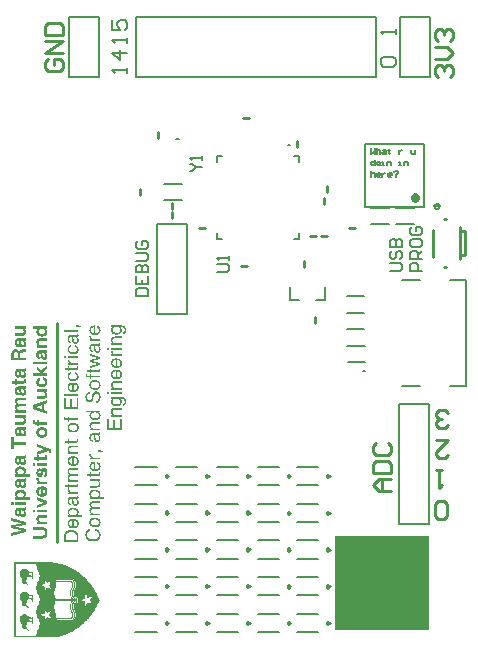
<source format=gto>
G04*
G04 #@! TF.GenerationSoftware,Altium Limited,Altium Designer,25.8.1 (18)*
G04*
G04 Layer_Color=65535*
%FSLAX25Y25*%
%MOIN*%
G70*
G04*
G04 #@! TF.SameCoordinates,24556F7F-BEDA-4819-8607-D1A4BCCC43C2*
G04*
G04*
G04 #@! TF.FilePolarity,Positive*
G04*
G01*
G75*
%ADD10C,0.00984*%
%ADD11C,0.00500*%
%ADD12C,0.00787*%
%ADD13C,0.01000*%
%ADD14C,0.00591*%
%ADD15C,0.00800*%
%ADD16R,0.31496X0.31496*%
G36*
X199699Y29434D02*
X200818D01*
Y29294D01*
X201518D01*
Y29154D01*
X202077D01*
Y29014D01*
X202497D01*
Y28874D01*
X203056D01*
Y28734D01*
X203475D01*
Y28594D01*
X203895D01*
Y28455D01*
X204175D01*
Y28315D01*
X204594D01*
Y28175D01*
X204874D01*
Y28035D01*
X205154D01*
Y27895D01*
X205434D01*
Y27755D01*
X205713D01*
Y27615D01*
X205993D01*
Y27476D01*
X206273D01*
Y27336D01*
X206553D01*
Y27196D01*
X206832D01*
Y27056D01*
X206972D01*
Y26916D01*
X207252D01*
Y26776D01*
X207392D01*
Y26636D01*
X207671D01*
Y26496D01*
X207811D01*
Y26357D01*
X208091D01*
Y26217D01*
X208231D01*
Y26077D01*
X208510D01*
Y25937D01*
X208650D01*
Y25797D01*
X208790D01*
Y25657D01*
X209070D01*
Y25517D01*
X209210D01*
Y25378D01*
X209350D01*
Y25238D01*
X209489D01*
Y25098D01*
X209629D01*
Y24958D01*
X209769D01*
Y24818D01*
X209909D01*
Y24678D01*
X210189D01*
Y24539D01*
X210329D01*
Y24399D01*
X210469D01*
Y24259D01*
X210608D01*
Y24119D01*
X210748D01*
Y23979D01*
X210888D01*
Y23699D01*
X211028D01*
Y23559D01*
X211168D01*
Y23420D01*
X211308D01*
Y23280D01*
X211448D01*
Y23140D01*
X211587D01*
Y23000D01*
X211727D01*
Y22860D01*
X211867D01*
Y22580D01*
X212007D01*
Y22441D01*
X212147D01*
Y22301D01*
X212287D01*
Y22161D01*
X212427D01*
Y21881D01*
X212566D01*
Y21741D01*
X212706D01*
Y21462D01*
X212846D01*
Y21322D01*
X212986D01*
Y21042D01*
X213126D01*
Y20902D01*
X213266D01*
Y20622D01*
X213406D01*
Y20482D01*
X213545D01*
Y20203D01*
X213685D01*
Y19923D01*
X213825D01*
Y19783D01*
X213965D01*
Y19503D01*
X214105D01*
Y19224D01*
X214245D01*
Y18944D01*
X214385D01*
Y18664D01*
X214525D01*
Y18385D01*
X214664D01*
Y18105D01*
X214804D01*
Y17825D01*
X214944D01*
Y17545D01*
X215084D01*
Y17126D01*
X215224D01*
Y16846D01*
X215084D01*
Y16566D01*
X214944D01*
Y16147D01*
X214804D01*
Y15867D01*
X214664D01*
Y15587D01*
X214525D01*
Y15308D01*
X214385D01*
Y15028D01*
X214245D01*
Y14748D01*
X214105D01*
Y14469D01*
X213965D01*
Y14329D01*
X213825D01*
Y14049D01*
X213685D01*
Y13769D01*
X213545D01*
Y13489D01*
X213406D01*
Y13350D01*
X213266D01*
Y13070D01*
X213126D01*
Y12930D01*
X212986D01*
Y12650D01*
X212846D01*
Y12510D01*
X212706D01*
Y12231D01*
X212566D01*
Y12091D01*
X212427D01*
Y11951D01*
X212287D01*
Y11671D01*
X212147D01*
Y11531D01*
X212007D01*
Y11392D01*
X211867D01*
Y11252D01*
X211727D01*
Y10972D01*
X211587D01*
Y10832D01*
X211448D01*
Y10692D01*
X211308D01*
Y10553D01*
X211168D01*
Y10413D01*
X211028D01*
Y10273D01*
X210888D01*
Y10133D01*
X210748D01*
Y9993D01*
X210608D01*
Y9853D01*
X210469D01*
Y9713D01*
X210329D01*
Y9573D01*
X210189D01*
Y9434D01*
X210049D01*
Y9294D01*
X209909D01*
Y9154D01*
X209769D01*
Y9014D01*
X209629D01*
Y8874D01*
X209489D01*
Y8734D01*
X209350D01*
Y8594D01*
X209070D01*
Y8455D01*
X208930D01*
Y8315D01*
X208790D01*
Y8175D01*
X208650D01*
Y8035D01*
X208371D01*
Y7895D01*
X208231D01*
Y7755D01*
X208091D01*
Y7615D01*
X207811D01*
Y7475D01*
X207671D01*
Y7336D01*
X207392D01*
Y7196D01*
X207112D01*
Y7056D01*
X206972D01*
Y6916D01*
X206692D01*
Y6776D01*
X206413D01*
Y6636D01*
X206273D01*
Y6497D01*
X205993D01*
Y6357D01*
X205713D01*
Y6217D01*
X205434D01*
Y6077D01*
X205154D01*
Y5937D01*
X204734D01*
Y5797D01*
X204454D01*
Y5657D01*
X204035D01*
Y5517D01*
X203755D01*
Y5378D01*
X203336D01*
Y5238D01*
X202916D01*
Y5098D01*
X202497D01*
Y4958D01*
X201937D01*
Y4818D01*
X201378D01*
Y4678D01*
X200538D01*
Y4538D01*
X186692D01*
Y29573D01*
X199699D01*
Y29434D01*
D02*
G37*
G36*
X208242Y108556D02*
X208333Y108543D01*
X208438Y108524D01*
X208550Y108497D01*
X208668Y108458D01*
X208780Y108405D01*
X208793Y108399D01*
X208825Y108373D01*
X208878Y108333D01*
X208937Y108281D01*
X208996Y108202D01*
X209055Y108110D01*
X209107Y107999D01*
X209140Y107861D01*
X208832D01*
Y107874D01*
X208819Y107900D01*
X208806Y107940D01*
X208780Y107986D01*
X208734Y108038D01*
X208681Y108091D01*
X208602Y108143D01*
X208511Y108183D01*
X208504D01*
X208484Y108189D01*
X208458Y108196D01*
X208419Y108209D01*
X208333Y108222D01*
X208228Y108228D01*
X208222D01*
X208215D01*
X208183D01*
X208176D01*
X208150Y108222D01*
Y107861D01*
X207441D01*
Y108563D01*
X208104D01*
X208110D01*
X208123D01*
X208143D01*
X208170D01*
X208242Y108556D01*
D02*
G37*
G36*
X208150Y106267D02*
X203348D01*
Y106857D01*
X208150D01*
Y106267D01*
D02*
G37*
G36*
X222469Y108556D02*
X222534Y108550D01*
X222607D01*
X222685Y108537D01*
X222849Y108517D01*
X223026Y108478D01*
X223197Y108432D01*
X223355Y108366D01*
X223361Y108360D01*
X223387Y108346D01*
X223420Y108327D01*
X223466Y108294D01*
X223518Y108248D01*
X223578Y108196D01*
X223643Y108130D01*
X223709Y108058D01*
X223774Y107966D01*
X223840Y107868D01*
X223899Y107756D01*
X223952Y107625D01*
X223997Y107487D01*
X224030Y107336D01*
X224056Y107166D01*
X224063Y106982D01*
Y106930D01*
X224056Y106890D01*
Y106838D01*
X224050Y106785D01*
X224043Y106720D01*
X224030Y106654D01*
X223997Y106503D01*
X223958Y106346D01*
X223892Y106182D01*
X223807Y106031D01*
Y106024D01*
X223794Y106011D01*
X223781Y105998D01*
X223761Y105972D01*
X223702Y105906D01*
X223617Y105834D01*
X223505Y105755D01*
X223368Y105683D01*
X223289Y105657D01*
X223210Y105631D01*
X223118Y105611D01*
X223020Y105598D01*
Y106201D01*
X223033D01*
X223059Y106208D01*
X223099Y106221D01*
X223151Y106241D01*
X223210Y106260D01*
X223269Y106293D01*
X223328Y106326D01*
X223381Y106372D01*
X223387Y106378D01*
X223414Y106411D01*
X223440Y106457D01*
X223479Y106523D01*
X223512Y106608D01*
X223545Y106720D01*
X223571Y106844D01*
X223578Y106995D01*
Y107028D01*
X223571Y107061D01*
Y107107D01*
X223564Y107159D01*
X223551Y107218D01*
X223518Y107362D01*
X223492Y107435D01*
X223460Y107507D01*
X223420Y107586D01*
X223374Y107651D01*
X223322Y107723D01*
X223256Y107782D01*
X223184Y107835D01*
X223099Y107881D01*
X223092D01*
X223086Y107887D01*
X223066Y107894D01*
X223046Y107900D01*
X223013Y107907D01*
X222974Y107920D01*
X222922Y107933D01*
X222869Y107940D01*
X222803Y107953D01*
X222731Y107966D01*
X222653Y107973D01*
X222561Y107986D01*
X222456Y107992D01*
X222351Y107999D01*
X222233D01*
X222102D01*
X222115Y107992D01*
X222147Y107966D01*
X222193Y107927D01*
X222252Y107881D01*
X222318Y107815D01*
X222384Y107743D01*
X222449Y107664D01*
X222502Y107572D01*
X222508Y107559D01*
X222521Y107527D01*
X222541Y107474D01*
X222561Y107395D01*
X222587Y107304D01*
X222607Y107192D01*
X222620Y107061D01*
X222626Y106916D01*
Y106864D01*
X222620Y106818D01*
X222613Y106772D01*
X222607Y106713D01*
X222594Y106648D01*
X222574Y106575D01*
X222528Y106424D01*
X222495Y106339D01*
X222456Y106254D01*
X222410Y106169D01*
X222357Y106083D01*
X222298Y105998D01*
X222226Y105919D01*
X222220Y105913D01*
X222206Y105900D01*
X222180Y105880D01*
X222147Y105854D01*
X222102Y105821D01*
X222049Y105781D01*
X221984Y105749D01*
X221911Y105709D01*
X221826Y105664D01*
X221728Y105631D01*
X221616Y105591D01*
X221498Y105559D01*
X221360Y105532D01*
X221216Y105513D01*
X221065Y105499D01*
X220895Y105493D01*
X220881D01*
X220855D01*
X220809D01*
X220750Y105499D01*
X220678Y105506D01*
X220593Y105513D01*
X220494Y105526D01*
X220396Y105545D01*
X220173Y105598D01*
X220061Y105631D01*
X219943Y105670D01*
X219832Y105722D01*
X219720Y105781D01*
X219622Y105847D01*
X219524Y105919D01*
X219517Y105926D01*
X219504Y105939D01*
X219478Y105965D01*
X219445Y105998D01*
X219405Y106037D01*
X219366Y106090D01*
X219320Y106149D01*
X219274Y106214D01*
X219228Y106287D01*
X219182Y106365D01*
X219104Y106543D01*
X219071Y106641D01*
X219045Y106739D01*
X219032Y106851D01*
X219025Y106962D01*
Y107035D01*
X219032Y107067D01*
X219038Y107107D01*
X219051Y107205D01*
X219077Y107317D01*
X219110Y107441D01*
X219163Y107559D01*
X219228Y107677D01*
X219235Y107684D01*
X219248Y107710D01*
X219274Y107743D01*
X219314Y107782D01*
X219359Y107835D01*
X219419Y107894D01*
X219484Y107953D01*
X219563Y108019D01*
X219123D01*
Y108563D01*
X222305D01*
X222311D01*
X222331D01*
X222371D01*
X222416D01*
X222469Y108556D01*
D02*
G37*
G36*
X213873Y105991D02*
X213879D01*
X213899D01*
X213925D01*
X213958Y105998D01*
X214004Y106005D01*
X214056Y106011D01*
X214181Y106031D01*
X214319Y106057D01*
X214457Y106103D01*
X214601Y106162D01*
X214732Y106241D01*
X214739D01*
X214745Y106254D01*
X214785Y106287D01*
X214830Y106339D01*
X214890Y106418D01*
X214949Y106523D01*
X215001Y106648D01*
X215040Y106798D01*
X215047Y106877D01*
X215054Y106969D01*
Y107015D01*
X215047Y107048D01*
Y107087D01*
X215034Y107126D01*
X215014Y107231D01*
X214975Y107349D01*
X214922Y107474D01*
X214844Y107592D01*
X214798Y107651D01*
X214745Y107704D01*
X214739Y107710D01*
X214712Y107730D01*
X214680Y107756D01*
X214627Y107789D01*
X214568Y107828D01*
X214496Y107868D01*
X214424Y107900D01*
X214338Y107927D01*
Y108504D01*
X214345D01*
X214371Y108497D01*
X214411Y108491D01*
X214463Y108478D01*
X214529Y108458D01*
X214601Y108432D01*
X214686Y108399D01*
X214771Y108353D01*
X214785Y108346D01*
X214811Y108333D01*
X214857Y108307D01*
X214909Y108268D01*
X214968Y108228D01*
X215034Y108176D01*
X215099Y108124D01*
X215159Y108064D01*
X215172Y108051D01*
X215198Y108019D01*
X215244Y107959D01*
X215296Y107881D01*
X215355Y107782D01*
X215414Y107671D01*
X215460Y107546D01*
X215500Y107402D01*
Y107395D01*
X215506Y107362D01*
X215513Y107323D01*
X215526Y107264D01*
X215532Y107192D01*
X215546Y107113D01*
X215552Y107021D01*
Y106897D01*
X215546Y106857D01*
Y106811D01*
X215539Y106759D01*
X215526Y106693D01*
X215513Y106615D01*
X215493Y106536D01*
X215467Y106451D01*
X215434Y106365D01*
X215401Y106267D01*
X215355Y106175D01*
X215296Y106083D01*
X215237Y105985D01*
X215165Y105893D01*
X215080Y105808D01*
X215073Y105801D01*
X215060Y105788D01*
X215027Y105768D01*
X214995Y105736D01*
X214942Y105703D01*
X214883Y105664D01*
X214817Y105624D01*
X214739Y105585D01*
X214647Y105539D01*
X214548Y105499D01*
X214437Y105460D01*
X214319Y105427D01*
X214194Y105394D01*
X214056Y105375D01*
X213912Y105362D01*
X213755Y105355D01*
X213748D01*
X213715D01*
X213676D01*
X213617Y105362D01*
X213545Y105368D01*
X213459Y105381D01*
X213368Y105394D01*
X213263Y105414D01*
X213158Y105434D01*
X213046Y105467D01*
X212935Y105506D01*
X212817Y105552D01*
X212705Y105604D01*
X212594Y105664D01*
X212482Y105736D01*
X212384Y105814D01*
X212377Y105821D01*
X212364Y105834D01*
X212338Y105860D01*
X212298Y105900D01*
X212259Y105946D01*
X212220Y105998D01*
X212167Y106064D01*
X212121Y106136D01*
X212075Y106221D01*
X212023Y106306D01*
X211983Y106411D01*
X211937Y106516D01*
X211905Y106628D01*
X211878Y106752D01*
X211865Y106877D01*
X211859Y107015D01*
Y107080D01*
X211865Y107153D01*
X211878Y107244D01*
X211905Y107349D01*
X211931Y107474D01*
X211977Y107599D01*
X212036Y107730D01*
Y107736D01*
X212042Y107743D01*
X212056Y107763D01*
X212069Y107789D01*
X212102Y107854D01*
X212154Y107933D01*
X212220Y108019D01*
X212298Y108104D01*
X212384Y108189D01*
X212482Y108268D01*
X212495Y108274D01*
X212528Y108294D01*
X212587Y108327D01*
X212659Y108366D01*
X212751Y108405D01*
X212856Y108445D01*
X212974Y108478D01*
X213105Y108504D01*
X213118D01*
X213151Y108510D01*
X213210Y108524D01*
X213289Y108530D01*
X213394Y108543D01*
X213459D01*
X213532Y108550D01*
X213604D01*
X213689Y108556D01*
X213774D01*
X213873D01*
Y105991D01*
D02*
G37*
G36*
X212495Y105040D02*
X212489Y105014D01*
X212482Y104981D01*
Y104942D01*
X212475Y104922D01*
Y104811D01*
X212482Y104778D01*
Y104738D01*
X212489Y104699D01*
X212508Y104601D01*
X212548Y104489D01*
X212600Y104371D01*
X212666Y104266D01*
X212712Y104214D01*
X212764Y104168D01*
X212777Y104155D01*
X212817Y104128D01*
X212876Y104096D01*
X212954Y104050D01*
X213053Y104004D01*
X213164Y103971D01*
X213289Y103945D01*
X213420Y103932D01*
X215434D01*
Y103341D01*
X211937D01*
Y103899D01*
X212541D01*
X212534Y103905D01*
X212508Y103912D01*
X212469Y103938D01*
X212423Y103971D01*
X212357Y104010D01*
X212285Y104069D01*
X212207Y104141D01*
X212115Y104233D01*
X212102Y104246D01*
X212075Y104279D01*
X212036Y104338D01*
X211983Y104411D01*
X211937Y104502D01*
X211898Y104607D01*
X211872Y104725D01*
X211859Y104857D01*
Y104883D01*
X211865Y104909D01*
Y104981D01*
X211872Y105047D01*
X212495D01*
Y105040D01*
D02*
G37*
G36*
X208163Y105664D02*
X208170Y105650D01*
X208176Y105624D01*
X208183Y105591D01*
X208196Y105526D01*
X208209Y105460D01*
Y105447D01*
X208215Y105414D01*
X208222Y105355D01*
Y105257D01*
X208215Y105217D01*
X208209Y105165D01*
X208196Y105099D01*
X208170Y105027D01*
X208130Y104955D01*
X208084Y104883D01*
X208012Y104824D01*
X208005D01*
X207992Y104811D01*
X207966Y104797D01*
X207927Y104784D01*
X207887Y104771D01*
X207828Y104752D01*
X207763Y104738D01*
X207691Y104725D01*
X207704Y104719D01*
X207730Y104693D01*
X207776Y104647D01*
X207828Y104594D01*
X207894Y104516D01*
X207960Y104430D01*
X208032Y104325D01*
X208097Y104207D01*
Y104201D01*
X208104Y104194D01*
X208110Y104174D01*
X208123Y104148D01*
X208150Y104083D01*
X208176Y103991D01*
X208209Y103879D01*
X208235Y103754D01*
X208255Y103617D01*
X208261Y103466D01*
Y103420D01*
X208255Y103387D01*
Y103341D01*
X208248Y103295D01*
X208222Y103184D01*
X208189Y103059D01*
X208137Y102921D01*
X208065Y102790D01*
X208025Y102725D01*
X207973Y102665D01*
X207966D01*
X207960Y102652D01*
X207920Y102620D01*
X207855Y102567D01*
X207769Y102515D01*
X207664Y102456D01*
X207533Y102403D01*
X207389Y102370D01*
X207310Y102364D01*
X207231Y102357D01*
X207225D01*
X207212D01*
X207185D01*
X207153Y102364D01*
X207113D01*
X207061Y102370D01*
X206956Y102397D01*
X206831Y102429D01*
X206707Y102482D01*
X206589Y102561D01*
X206529Y102606D01*
X206477Y102659D01*
Y102665D01*
X206464Y102672D01*
X206451Y102692D01*
X206431Y102718D01*
X206392Y102784D01*
X206333Y102875D01*
X206280Y102987D01*
X206228Y103125D01*
X206182Y103282D01*
X206149Y103459D01*
X206031Y104397D01*
Y104404D01*
X206024Y104430D01*
X206018Y104463D01*
X205998Y104509D01*
X205978Y104555D01*
X205946Y104601D01*
X205906Y104640D01*
X205860Y104673D01*
X205854D01*
X205847Y104680D01*
X205827Y104686D01*
X205801Y104693D01*
X205768Y104699D01*
X205736Y104706D01*
X205637Y104712D01*
X205631D01*
X205624D01*
X205585D01*
X205532Y104699D01*
X205467Y104686D01*
X205395Y104660D01*
X205322Y104620D01*
X205257Y104568D01*
X205198Y104496D01*
X205191Y104489D01*
X205178Y104456D01*
X205152Y104411D01*
X205126Y104338D01*
X205106Y104253D01*
X205080Y104148D01*
X205067Y104030D01*
X205060Y103886D01*
Y103840D01*
X205067Y103807D01*
Y103774D01*
X205073Y103728D01*
X205093Y103630D01*
X205119Y103518D01*
X205165Y103413D01*
X205224Y103315D01*
X205309Y103230D01*
X205316Y103223D01*
X205335Y103210D01*
X205368Y103197D01*
X205414Y103171D01*
X205473Y103151D01*
X205539Y103125D01*
X205624Y103105D01*
X205723Y103092D01*
Y102541D01*
X205716D01*
X205696D01*
X205663Y102548D01*
X205618D01*
X205565Y102554D01*
X205506Y102567D01*
X205368Y102600D01*
X205218Y102646D01*
X205145Y102679D01*
X205067Y102718D01*
X205001Y102770D01*
X204935Y102823D01*
X204876Y102882D01*
X204824Y102954D01*
Y102961D01*
X204811Y102974D01*
X204798Y102994D01*
X204784Y103026D01*
X204765Y103066D01*
X204745Y103112D01*
X204719Y103164D01*
X204693Y103223D01*
X204647Y103361D01*
X204607Y103525D01*
X204581Y103702D01*
X204568Y103899D01*
Y103958D01*
X204575Y104004D01*
Y104056D01*
X204581Y104115D01*
X204588Y104181D01*
X204594Y104253D01*
X204627Y104417D01*
X204666Y104581D01*
X204719Y104752D01*
X204798Y104903D01*
Y104909D01*
X204811Y104922D01*
X204824Y104935D01*
X204843Y104962D01*
X204896Y105021D01*
X204975Y105093D01*
X205080Y105165D01*
X205204Y105224D01*
X205276Y105250D01*
X205355Y105270D01*
X205440Y105276D01*
X205532Y105283D01*
X207553D01*
X207559D01*
X207566D01*
X207605Y105289D01*
X207658Y105303D01*
X207704Y105322D01*
X207710Y105329D01*
X207730Y105355D01*
X207750Y105408D01*
X207756Y105440D01*
Y105532D01*
X207750Y105565D01*
Y105572D01*
X207743Y105598D01*
Y105631D01*
X207736Y105670D01*
X208163D01*
Y105664D01*
D02*
G37*
G36*
X222587Y104253D02*
X220383D01*
X220376D01*
X220370D01*
X220330D01*
X220271Y104246D01*
X220199Y104240D01*
X220114Y104233D01*
X220029Y104214D01*
X219943Y104194D01*
X219865Y104161D01*
X219858D01*
X219851Y104155D01*
X219812Y104128D01*
X219760Y104089D01*
X219701Y104030D01*
X219642Y103951D01*
X219589Y103853D01*
X219550Y103735D01*
X219543Y103663D01*
X219537Y103591D01*
Y103518D01*
X219543Y103472D01*
X219556Y103361D01*
X219569Y103302D01*
X219583Y103249D01*
X219589Y103236D01*
X219596Y103210D01*
X219615Y103164D01*
X219648Y103105D01*
X219688Y103040D01*
X219733Y102967D01*
X219799Y102895D01*
X219871Y102823D01*
X219878Y102816D01*
X219897Y102797D01*
X219937Y102777D01*
X219976Y102744D01*
X220035Y102711D01*
X220094Y102685D01*
X220160Y102652D01*
X220225Y102633D01*
X220232D01*
X220258Y102626D01*
X220304Y102620D01*
X220363Y102613D01*
X220435Y102600D01*
X220527Y102593D01*
X220632Y102587D01*
X220757D01*
X222587D01*
Y101996D01*
X219091D01*
Y102561D01*
X219576D01*
X219569Y102574D01*
X219530Y102600D01*
X219478Y102652D01*
X219412Y102718D01*
X219340Y102797D01*
X219268Y102882D01*
X219202Y102980D01*
X219143Y103079D01*
Y103085D01*
X219137Y103092D01*
X219123Y103131D01*
X219104Y103184D01*
X219077Y103262D01*
X219051Y103354D01*
X219032Y103459D01*
X219018Y103577D01*
X219012Y103702D01*
Y103774D01*
X219018Y103820D01*
X219025Y103886D01*
X219038Y103951D01*
X219058Y104030D01*
X219077Y104109D01*
X219104Y104194D01*
X219137Y104279D01*
X219182Y104365D01*
X219228Y104443D01*
X219287Y104522D01*
X219359Y104594D01*
X219438Y104660D01*
X219530Y104712D01*
X219543Y104719D01*
X219583Y104732D01*
X219648Y104758D01*
X219740Y104784D01*
X219851Y104811D01*
X219989Y104837D01*
X220153Y104850D01*
X220343Y104857D01*
X222587D01*
Y104253D01*
D02*
G37*
G36*
Y100507D02*
X219104D01*
Y101111D01*
X222587D01*
Y100507D01*
D02*
G37*
G36*
X218454D02*
X217785D01*
Y101111D01*
X218454D01*
Y100507D01*
D02*
G37*
G36*
X206949Y101924D02*
X206982Y101918D01*
X207028Y101911D01*
X207087Y101898D01*
X207153Y101878D01*
X207225Y101859D01*
X207304Y101832D01*
X207468Y101767D01*
X207638Y101681D01*
X207796Y101570D01*
X207868Y101511D01*
X207933Y101439D01*
X207940Y101432D01*
X207946Y101419D01*
X207960Y101400D01*
X207979Y101367D01*
X208005Y101327D01*
X208032Y101281D01*
X208058Y101229D01*
X208091Y101163D01*
X208117Y101098D01*
X208150Y101019D01*
X208176Y100940D01*
X208196Y100848D01*
X208235Y100652D01*
X208242Y100547D01*
X208248Y100435D01*
Y100402D01*
X208242Y100370D01*
Y100324D01*
X208235Y100265D01*
X208222Y100199D01*
X208209Y100120D01*
X208183Y100041D01*
X208156Y99956D01*
X208123Y99871D01*
X208084Y99779D01*
X208038Y99687D01*
X207979Y99595D01*
X207914Y99504D01*
X207835Y99418D01*
X207750Y99340D01*
X207743Y99333D01*
X207723Y99320D01*
X207697Y99300D01*
X207658Y99274D01*
X207612Y99248D01*
X207553Y99208D01*
X207481Y99176D01*
X207408Y99136D01*
X207317Y99097D01*
X207225Y99064D01*
X207120Y99025D01*
X207008Y98998D01*
X206890Y98972D01*
X206766Y98953D01*
X206634Y98940D01*
X206497Y98933D01*
X206484D01*
X206457D01*
X206411D01*
X206346Y98940D01*
X206267Y98946D01*
X206182Y98959D01*
X206077Y98972D01*
X205972Y98992D01*
X205742Y99044D01*
X205624Y99077D01*
X205506Y99123D01*
X205388Y99176D01*
X205276Y99235D01*
X205165Y99300D01*
X205067Y99379D01*
X205060Y99385D01*
X205047Y99399D01*
X205021Y99425D01*
X204988Y99458D01*
X204948Y99504D01*
X204903Y99556D01*
X204857Y99622D01*
X204804Y99694D01*
X204758Y99773D01*
X204712Y99858D01*
X204666Y99950D01*
X204627Y100055D01*
X204594Y100160D01*
X204568Y100271D01*
X204555Y100396D01*
X204548Y100520D01*
Y100580D01*
X204555Y100619D01*
Y100671D01*
X204561Y100730D01*
X204575Y100789D01*
X204581Y100862D01*
X204621Y101012D01*
X204673Y101176D01*
X204739Y101334D01*
X204784Y101413D01*
X204837Y101485D01*
Y101491D01*
X204850Y101504D01*
X204870Y101517D01*
X204896Y101544D01*
X204922Y101577D01*
X204968Y101609D01*
X205014Y101642D01*
X205067Y101681D01*
X205132Y101721D01*
X205204Y101760D01*
X205290Y101793D01*
X205375Y101832D01*
X205473Y101865D01*
X205585Y101892D01*
X205703Y101911D01*
X205827Y101931D01*
Y101360D01*
X205821D01*
X205814D01*
X205775Y101347D01*
X205716Y101334D01*
X205637Y101308D01*
X205552Y101275D01*
X205467Y101235D01*
X205375Y101183D01*
X205290Y101117D01*
X205283Y101111D01*
X205257Y101085D01*
X205224Y101039D01*
X205178Y100973D01*
X205139Y100894D01*
X205106Y100789D01*
X205080Y100665D01*
X205073Y100520D01*
Y100494D01*
X205080Y100468D01*
Y100429D01*
X205093Y100383D01*
X205099Y100330D01*
X205139Y100212D01*
X205171Y100146D01*
X205204Y100074D01*
X205250Y100009D01*
X205303Y99943D01*
X205368Y99884D01*
X205440Y99825D01*
X205526Y99766D01*
X205624Y99720D01*
X205631D01*
X205637Y99713D01*
X205657Y99707D01*
X205690Y99694D01*
X205723Y99681D01*
X205762Y99668D01*
X205814Y99655D01*
X205867Y99641D01*
X205992Y99615D01*
X206142Y99589D01*
X206313Y99569D01*
X206503Y99563D01*
X206510D01*
X206529D01*
X206556D01*
X206589Y99569D01*
X206634D01*
X206687Y99576D01*
X206811Y99589D01*
X206949Y99615D01*
X207100Y99655D01*
X207244Y99707D01*
X207389Y99779D01*
X207395D01*
X207402Y99792D01*
X207448Y99818D01*
X207500Y99878D01*
X207566Y99950D01*
X207638Y100048D01*
X207691Y100173D01*
X207736Y100311D01*
X207743Y100396D01*
X207750Y100481D01*
Y100514D01*
X207743Y100540D01*
X207736Y100606D01*
X207723Y100691D01*
X207697Y100783D01*
X207658Y100881D01*
X207599Y100973D01*
X207527Y101058D01*
X207513Y101065D01*
X207487Y101091D01*
X207435Y101130D01*
X207369Y101176D01*
X207277Y101229D01*
X207172Y101275D01*
X207054Y101321D01*
X206916Y101360D01*
Y101931D01*
X206923D01*
X206949Y101924D01*
D02*
G37*
G36*
X215447Y102738D02*
X215454Y102725D01*
X215460Y102698D01*
X215467Y102665D01*
X215480Y102600D01*
X215493Y102534D01*
Y102521D01*
X215500Y102488D01*
X215506Y102429D01*
Y102331D01*
X215500Y102292D01*
X215493Y102239D01*
X215480Y102173D01*
X215454Y102101D01*
X215414Y102029D01*
X215368Y101957D01*
X215296Y101898D01*
X215290D01*
X215277Y101885D01*
X215250Y101872D01*
X215211Y101859D01*
X215172Y101846D01*
X215113Y101826D01*
X215047Y101813D01*
X214975Y101800D01*
X214988Y101793D01*
X215014Y101767D01*
X215060Y101721D01*
X215113Y101668D01*
X215178Y101590D01*
X215244Y101504D01*
X215316Y101400D01*
X215382Y101281D01*
Y101275D01*
X215388Y101268D01*
X215395Y101249D01*
X215408Y101222D01*
X215434Y101157D01*
X215460Y101065D01*
X215493Y100953D01*
X215519Y100829D01*
X215539Y100691D01*
X215546Y100540D01*
Y100494D01*
X215539Y100461D01*
Y100416D01*
X215532Y100370D01*
X215506Y100258D01*
X215473Y100133D01*
X215421Y99996D01*
X215349Y99864D01*
X215309Y99799D01*
X215257Y99740D01*
X215250D01*
X215244Y99727D01*
X215204Y99694D01*
X215139Y99641D01*
X215054Y99589D01*
X214949Y99530D01*
X214817Y99477D01*
X214673Y99445D01*
X214594Y99438D01*
X214516Y99432D01*
X214509D01*
X214496D01*
X214470D01*
X214437Y99438D01*
X214398D01*
X214345Y99445D01*
X214240Y99471D01*
X214115Y99504D01*
X213991Y99556D01*
X213873Y99635D01*
X213814Y99681D01*
X213761Y99733D01*
Y99740D01*
X213748Y99746D01*
X213735Y99766D01*
X213715Y99792D01*
X213676Y99858D01*
X213617Y99950D01*
X213564Y100061D01*
X213512Y100199D01*
X213466Y100356D01*
X213433Y100533D01*
X213315Y101472D01*
Y101478D01*
X213309Y101504D01*
X213302Y101537D01*
X213282Y101583D01*
X213263Y101629D01*
X213230Y101675D01*
X213191Y101714D01*
X213144Y101747D01*
X213138D01*
X213131Y101754D01*
X213112Y101760D01*
X213086Y101767D01*
X213053Y101773D01*
X213020Y101780D01*
X212922Y101786D01*
X212915D01*
X212908D01*
X212869D01*
X212817Y101773D01*
X212751Y101760D01*
X212679Y101734D01*
X212607Y101695D01*
X212541Y101642D01*
X212482Y101570D01*
X212475Y101564D01*
X212462Y101531D01*
X212436Y101485D01*
X212410Y101413D01*
X212390Y101327D01*
X212364Y101222D01*
X212351Y101104D01*
X212344Y100960D01*
Y100914D01*
X212351Y100881D01*
Y100848D01*
X212357Y100803D01*
X212377Y100704D01*
X212403Y100593D01*
X212449Y100488D01*
X212508Y100389D01*
X212594Y100304D01*
X212600Y100297D01*
X212620Y100284D01*
X212653Y100271D01*
X212699Y100245D01*
X212757Y100225D01*
X212823Y100199D01*
X212908Y100179D01*
X213007Y100166D01*
Y99615D01*
X213000D01*
X212981D01*
X212948Y99622D01*
X212902D01*
X212849Y99628D01*
X212790Y99641D01*
X212653Y99674D01*
X212502Y99720D01*
X212429Y99753D01*
X212351Y99792D01*
X212285Y99845D01*
X212220Y99897D01*
X212161Y99956D01*
X212108Y100028D01*
Y100035D01*
X212095Y100048D01*
X212082Y100068D01*
X212069Y100101D01*
X212049Y100140D01*
X212029Y100186D01*
X212003Y100238D01*
X211977Y100297D01*
X211931Y100435D01*
X211892Y100599D01*
X211865Y100776D01*
X211852Y100973D01*
Y101032D01*
X211859Y101078D01*
Y101130D01*
X211865Y101189D01*
X211872Y101255D01*
X211878Y101327D01*
X211911Y101491D01*
X211951Y101655D01*
X212003Y101826D01*
X212082Y101977D01*
Y101983D01*
X212095Y101996D01*
X212108Y102009D01*
X212128Y102036D01*
X212180Y102095D01*
X212259Y102167D01*
X212364Y102239D01*
X212489Y102298D01*
X212561Y102324D01*
X212639Y102344D01*
X212725Y102351D01*
X212817Y102357D01*
X214837D01*
X214844D01*
X214850D01*
X214890Y102364D01*
X214942Y102377D01*
X214988Y102397D01*
X214995Y102403D01*
X215014Y102429D01*
X215034Y102482D01*
X215040Y102515D01*
Y102606D01*
X215034Y102639D01*
Y102646D01*
X215027Y102672D01*
Y102705D01*
X215021Y102744D01*
X215447D01*
Y102738D01*
D02*
G37*
G36*
X219648Y99996D02*
X219642Y99969D01*
X219635Y99937D01*
Y99897D01*
X219629Y99878D01*
Y99766D01*
X219635Y99733D01*
Y99694D01*
X219642Y99655D01*
X219661Y99556D01*
X219701Y99445D01*
X219753Y99326D01*
X219819Y99221D01*
X219865Y99169D01*
X219917Y99123D01*
X219930Y99110D01*
X219970Y99084D01*
X220029Y99051D01*
X220107Y99005D01*
X220206Y98959D01*
X220317Y98926D01*
X220442Y98900D01*
X220573Y98887D01*
X222587D01*
Y98297D01*
X219091D01*
Y98854D01*
X219694D01*
X219688Y98861D01*
X219661Y98867D01*
X219622Y98893D01*
X219576Y98926D01*
X219510Y98966D01*
X219438Y99025D01*
X219359Y99097D01*
X219268Y99189D01*
X219254Y99202D01*
X219228Y99235D01*
X219189Y99294D01*
X219137Y99366D01*
X219091Y99458D01*
X219051Y99563D01*
X219025Y99681D01*
X219012Y99812D01*
Y99838D01*
X219018Y99864D01*
Y99937D01*
X219025Y100002D01*
X219648D01*
Y99996D01*
D02*
G37*
G36*
X208150Y97680D02*
X204666D01*
Y98283D01*
X208150D01*
Y97680D01*
D02*
G37*
G36*
X204017D02*
X203348D01*
Y98283D01*
X204017D01*
Y97680D01*
D02*
G37*
G36*
X205211Y97168D02*
X205204Y97142D01*
X205198Y97109D01*
Y97070D01*
X205191Y97050D01*
Y96939D01*
X205198Y96906D01*
Y96867D01*
X205204Y96827D01*
X205224Y96729D01*
X205263Y96617D01*
X205316Y96499D01*
X205381Y96394D01*
X205427Y96342D01*
X205480Y96296D01*
X205493Y96283D01*
X205532Y96256D01*
X205591Y96224D01*
X205670Y96178D01*
X205768Y96132D01*
X205880Y96099D01*
X206005Y96073D01*
X206136Y96060D01*
X208150D01*
Y95469D01*
X204653D01*
Y96027D01*
X205257D01*
X205250Y96033D01*
X205224Y96040D01*
X205185Y96066D01*
X205139Y96099D01*
X205073Y96138D01*
X205001Y96197D01*
X204922Y96270D01*
X204830Y96361D01*
X204817Y96374D01*
X204791Y96407D01*
X204752Y96466D01*
X204699Y96539D01*
X204653Y96630D01*
X204614Y96735D01*
X204588Y96853D01*
X204575Y96985D01*
Y97011D01*
X204581Y97037D01*
Y97109D01*
X204588Y97175D01*
X205211D01*
Y97168D01*
D02*
G37*
G36*
X215434Y98028D02*
Y97417D01*
X212725Y96702D01*
X215434Y96014D01*
Y95404D01*
X211937Y94387D01*
Y95036D01*
X214693Y95705D01*
X211937Y96394D01*
Y97050D01*
X214680Y97739D01*
X211937Y98454D01*
Y99044D01*
X215434Y98028D01*
D02*
G37*
G36*
X221026Y94990D02*
X221032D01*
X221052D01*
X221078D01*
X221111Y94997D01*
X221157Y95003D01*
X221209Y95010D01*
X221334Y95030D01*
X221472Y95056D01*
X221610Y95102D01*
X221754Y95161D01*
X221885Y95240D01*
X221892D01*
X221898Y95253D01*
X221938Y95285D01*
X221984Y95338D01*
X222042Y95417D01*
X222102Y95522D01*
X222154Y95646D01*
X222193Y95797D01*
X222200Y95876D01*
X222206Y95968D01*
Y96014D01*
X222200Y96047D01*
Y96086D01*
X222187Y96125D01*
X222167Y96230D01*
X222128Y96348D01*
X222075Y96473D01*
X221997Y96591D01*
X221951Y96650D01*
X221898Y96702D01*
X221892Y96709D01*
X221865Y96729D01*
X221833Y96755D01*
X221780Y96788D01*
X221721Y96827D01*
X221649Y96867D01*
X221577Y96899D01*
X221492Y96925D01*
Y97503D01*
X221498D01*
X221524Y97496D01*
X221564Y97490D01*
X221616Y97477D01*
X221682Y97457D01*
X221754Y97431D01*
X221839Y97398D01*
X221924Y97352D01*
X221938Y97345D01*
X221964Y97332D01*
X222010Y97306D01*
X222062Y97267D01*
X222121Y97227D01*
X222187Y97175D01*
X222252Y97122D01*
X222311Y97063D01*
X222325Y97050D01*
X222351Y97017D01*
X222397Y96958D01*
X222449Y96880D01*
X222508Y96781D01*
X222567Y96670D01*
X222613Y96545D01*
X222653Y96401D01*
Y96394D01*
X222659Y96361D01*
X222666Y96322D01*
X222679Y96263D01*
X222685Y96191D01*
X222698Y96112D01*
X222705Y96020D01*
Y95896D01*
X222698Y95856D01*
Y95810D01*
X222692Y95758D01*
X222679Y95692D01*
X222666Y95613D01*
X222646Y95535D01*
X222620Y95450D01*
X222587Y95364D01*
X222554Y95266D01*
X222508Y95174D01*
X222449Y95082D01*
X222390Y94984D01*
X222318Y94892D01*
X222233Y94807D01*
X222226Y94800D01*
X222213Y94787D01*
X222180Y94767D01*
X222147Y94735D01*
X222095Y94702D01*
X222036Y94662D01*
X221970Y94623D01*
X221892Y94584D01*
X221800Y94538D01*
X221701Y94498D01*
X221590Y94459D01*
X221472Y94426D01*
X221347Y94393D01*
X221209Y94374D01*
X221065Y94361D01*
X220908Y94354D01*
X220901D01*
X220868D01*
X220829D01*
X220770Y94361D01*
X220698Y94367D01*
X220612Y94380D01*
X220521Y94393D01*
X220416Y94413D01*
X220311Y94433D01*
X220199Y94466D01*
X220088Y94505D01*
X219970Y94551D01*
X219858Y94603D01*
X219746Y94662D01*
X219635Y94735D01*
X219537Y94813D01*
X219530Y94820D01*
X219517Y94833D01*
X219491Y94859D01*
X219451Y94898D01*
X219412Y94944D01*
X219373Y94997D01*
X219320Y95063D01*
X219274Y95135D01*
X219228Y95220D01*
X219176Y95305D01*
X219137Y95410D01*
X219091Y95515D01*
X219058Y95627D01*
X219032Y95751D01*
X219018Y95876D01*
X219012Y96014D01*
Y96079D01*
X219018Y96152D01*
X219032Y96243D01*
X219058Y96348D01*
X219084Y96473D01*
X219130Y96597D01*
X219189Y96729D01*
Y96735D01*
X219196Y96742D01*
X219209Y96762D01*
X219222Y96788D01*
X219254Y96853D01*
X219307Y96932D01*
X219373Y97017D01*
X219451Y97103D01*
X219537Y97188D01*
X219635Y97267D01*
X219648Y97273D01*
X219681Y97293D01*
X219740Y97326D01*
X219812Y97365D01*
X219904Y97404D01*
X220009Y97444D01*
X220127Y97477D01*
X220258Y97503D01*
X220271D01*
X220304Y97509D01*
X220363Y97522D01*
X220442Y97529D01*
X220547Y97542D01*
X220612D01*
X220685Y97549D01*
X220757D01*
X220842Y97555D01*
X220927D01*
X221026D01*
Y94990D01*
D02*
G37*
G36*
X208150Y94853D02*
X208156Y94840D01*
Y94820D01*
X208163Y94793D01*
X208176Y94728D01*
X208189Y94649D01*
Y94630D01*
X208196Y94610D01*
Y94577D01*
X208202Y94505D01*
Y94374D01*
X208196Y94348D01*
X208189Y94275D01*
X208176Y94190D01*
X208150Y94092D01*
X208117Y94000D01*
X208065Y93915D01*
X207999Y93849D01*
X207986Y93842D01*
X207960Y93829D01*
X207914Y93803D01*
X207848Y93777D01*
X207769Y93751D01*
X207677Y93724D01*
X207573Y93711D01*
X207448Y93705D01*
X205132D01*
Y93232D01*
X204653D01*
Y93705D01*
X203669D01*
Y94301D01*
X204653D01*
Y94859D01*
X205132D01*
Y94301D01*
X207415D01*
X207422D01*
X207441D01*
X207474Y94308D01*
X207513Y94315D01*
X207559Y94334D01*
X207599Y94354D01*
X207631Y94387D01*
X207664Y94426D01*
Y94433D01*
X207671Y94439D01*
X207677Y94459D01*
Y94479D01*
X207684Y94511D01*
X207691Y94551D01*
X207697Y94597D01*
Y94813D01*
X207691Y94859D01*
X208150D01*
Y94853D01*
D02*
G37*
G36*
X215434Y94164D02*
X215441Y94151D01*
Y94131D01*
X215447Y94105D01*
X215460Y94039D01*
X215473Y93960D01*
Y93941D01*
X215480Y93921D01*
Y93888D01*
X215487Y93816D01*
Y93685D01*
X215480Y93659D01*
X215473Y93586D01*
X215460Y93501D01*
X215434Y93403D01*
X215401Y93311D01*
X215349Y93226D01*
X215283Y93160D01*
X215270Y93154D01*
X215244Y93140D01*
X215198Y93114D01*
X215132Y93088D01*
X215054Y93062D01*
X214962Y93036D01*
X214857Y93022D01*
X214732Y93016D01*
X212416D01*
Y92544D01*
X211937D01*
Y93016D01*
X210953D01*
Y93613D01*
X211937D01*
Y94170D01*
X212416D01*
Y93613D01*
X214699D01*
X214706D01*
X214725D01*
X214758Y93619D01*
X214798Y93626D01*
X214844Y93646D01*
X214883Y93665D01*
X214916Y93698D01*
X214949Y93737D01*
Y93744D01*
X214955Y93751D01*
X214962Y93770D01*
Y93790D01*
X214968Y93823D01*
X214975Y93862D01*
X214981Y93908D01*
Y94124D01*
X214975Y94170D01*
X215434D01*
Y94164D01*
D02*
G37*
G36*
X212416Y91763D02*
X215434D01*
Y91185D01*
X212416D01*
Y90693D01*
X211951D01*
Y91185D01*
X211400D01*
X211393D01*
X211386D01*
X211367D01*
X211340Y91192D01*
X211275Y91199D01*
X211196Y91205D01*
X211111Y91225D01*
X211019Y91245D01*
X210940Y91271D01*
X210868Y91310D01*
X210862D01*
X210855Y91323D01*
X210822Y91350D01*
X210770Y91409D01*
X210744Y91441D01*
X210717Y91487D01*
X210691Y91540D01*
X210665Y91599D01*
X210639Y91664D01*
X210612Y91737D01*
X210593Y91815D01*
X210580Y91901D01*
X210566Y91999D01*
Y92176D01*
X210573Y92222D01*
Y92301D01*
X210580Y92353D01*
X211111D01*
Y92340D01*
X211104Y92301D01*
Y92104D01*
X211111Y92058D01*
X211124Y92005D01*
X211137Y91947D01*
X211163Y91894D01*
X211196Y91848D01*
X211242Y91822D01*
X211249D01*
X211275Y91815D01*
X211314Y91809D01*
X211347Y91802D01*
X211380Y91796D01*
X211426Y91789D01*
X211478D01*
X211531Y91782D01*
X211596Y91776D01*
X211675D01*
X211754Y91769D01*
X211846D01*
X211951D01*
Y92353D01*
X212416D01*
Y91763D01*
D02*
G37*
G36*
X206949Y92989D02*
X206982Y92983D01*
X207028Y92976D01*
X207087Y92963D01*
X207153Y92944D01*
X207225Y92924D01*
X207304Y92898D01*
X207468Y92832D01*
X207638Y92747D01*
X207796Y92635D01*
X207868Y92576D01*
X207933Y92504D01*
X207940Y92497D01*
X207946Y92484D01*
X207960Y92465D01*
X207979Y92432D01*
X208005Y92393D01*
X208032Y92347D01*
X208058Y92294D01*
X208091Y92229D01*
X208117Y92163D01*
X208150Y92084D01*
X208176Y92005D01*
X208196Y91914D01*
X208235Y91717D01*
X208242Y91612D01*
X208248Y91500D01*
Y91468D01*
X208242Y91435D01*
Y91389D01*
X208235Y91330D01*
X208222Y91264D01*
X208209Y91185D01*
X208183Y91107D01*
X208156Y91022D01*
X208123Y90936D01*
X208084Y90844D01*
X208038Y90753D01*
X207979Y90661D01*
X207914Y90569D01*
X207835Y90484D01*
X207750Y90405D01*
X207743Y90398D01*
X207723Y90385D01*
X207697Y90365D01*
X207658Y90339D01*
X207612Y90313D01*
X207553Y90274D01*
X207481Y90241D01*
X207408Y90201D01*
X207317Y90162D01*
X207225Y90129D01*
X207120Y90090D01*
X207008Y90064D01*
X206890Y90038D01*
X206766Y90018D01*
X206634Y90005D01*
X206497Y89998D01*
X206484D01*
X206457D01*
X206411D01*
X206346Y90005D01*
X206267Y90011D01*
X206182Y90024D01*
X206077Y90038D01*
X205972Y90057D01*
X205742Y90110D01*
X205624Y90143D01*
X205506Y90188D01*
X205388Y90241D01*
X205276Y90300D01*
X205165Y90365D01*
X205067Y90444D01*
X205060Y90451D01*
X205047Y90464D01*
X205021Y90490D01*
X204988Y90523D01*
X204948Y90569D01*
X204903Y90621D01*
X204857Y90687D01*
X204804Y90759D01*
X204758Y90838D01*
X204712Y90923D01*
X204666Y91015D01*
X204627Y91120D01*
X204594Y91225D01*
X204568Y91336D01*
X204555Y91461D01*
X204548Y91586D01*
Y91645D01*
X204555Y91684D01*
Y91737D01*
X204561Y91796D01*
X204575Y91855D01*
X204581Y91927D01*
X204621Y92078D01*
X204673Y92242D01*
X204739Y92399D01*
X204784Y92478D01*
X204837Y92550D01*
Y92557D01*
X204850Y92570D01*
X204870Y92583D01*
X204896Y92609D01*
X204922Y92642D01*
X204968Y92675D01*
X205014Y92708D01*
X205067Y92747D01*
X205132Y92786D01*
X205204Y92826D01*
X205290Y92858D01*
X205375Y92898D01*
X205473Y92931D01*
X205585Y92957D01*
X205703Y92976D01*
X205827Y92996D01*
Y92425D01*
X205821D01*
X205814D01*
X205775Y92412D01*
X205716Y92399D01*
X205637Y92373D01*
X205552Y92340D01*
X205467Y92301D01*
X205375Y92248D01*
X205290Y92183D01*
X205283Y92176D01*
X205257Y92150D01*
X205224Y92104D01*
X205178Y92038D01*
X205139Y91960D01*
X205106Y91855D01*
X205080Y91730D01*
X205073Y91586D01*
Y91559D01*
X205080Y91533D01*
Y91494D01*
X205093Y91448D01*
X205099Y91395D01*
X205139Y91277D01*
X205171Y91212D01*
X205204Y91140D01*
X205250Y91074D01*
X205303Y91008D01*
X205368Y90949D01*
X205440Y90890D01*
X205526Y90831D01*
X205624Y90785D01*
X205631D01*
X205637Y90779D01*
X205657Y90772D01*
X205690Y90759D01*
X205723Y90746D01*
X205762Y90733D01*
X205814Y90720D01*
X205867Y90707D01*
X205992Y90680D01*
X206142Y90654D01*
X206313Y90635D01*
X206503Y90628D01*
X206510D01*
X206529D01*
X206556D01*
X206589Y90635D01*
X206634D01*
X206687Y90641D01*
X206811Y90654D01*
X206949Y90680D01*
X207100Y90720D01*
X207244Y90772D01*
X207389Y90844D01*
X207395D01*
X207402Y90857D01*
X207448Y90884D01*
X207500Y90943D01*
X207566Y91015D01*
X207638Y91113D01*
X207691Y91238D01*
X207736Y91376D01*
X207743Y91461D01*
X207750Y91546D01*
Y91579D01*
X207743Y91605D01*
X207736Y91671D01*
X207723Y91756D01*
X207697Y91848D01*
X207658Y91947D01*
X207599Y92038D01*
X207527Y92124D01*
X207513Y92130D01*
X207487Y92156D01*
X207435Y92196D01*
X207369Y92242D01*
X207277Y92294D01*
X207172Y92340D01*
X207054Y92386D01*
X206916Y92425D01*
Y92996D01*
X206923D01*
X206949Y92989D01*
D02*
G37*
G36*
X221026Y91264D02*
X221032D01*
X221052D01*
X221078D01*
X221111Y91271D01*
X221157Y91277D01*
X221209Y91284D01*
X221334Y91304D01*
X221472Y91330D01*
X221610Y91376D01*
X221754Y91435D01*
X221885Y91514D01*
X221892D01*
X221898Y91527D01*
X221938Y91559D01*
X221984Y91612D01*
X222042Y91691D01*
X222102Y91796D01*
X222154Y91920D01*
X222193Y92071D01*
X222200Y92150D01*
X222206Y92242D01*
Y92288D01*
X222200Y92320D01*
Y92360D01*
X222187Y92399D01*
X222167Y92504D01*
X222128Y92622D01*
X222075Y92747D01*
X221997Y92865D01*
X221951Y92924D01*
X221898Y92976D01*
X221892Y92983D01*
X221865Y93003D01*
X221833Y93029D01*
X221780Y93062D01*
X221721Y93101D01*
X221649Y93140D01*
X221577Y93173D01*
X221492Y93199D01*
Y93777D01*
X221498D01*
X221524Y93770D01*
X221564Y93764D01*
X221616Y93751D01*
X221682Y93731D01*
X221754Y93705D01*
X221839Y93672D01*
X221924Y93626D01*
X221938Y93619D01*
X221964Y93606D01*
X222010Y93580D01*
X222062Y93541D01*
X222121Y93501D01*
X222187Y93449D01*
X222252Y93396D01*
X222311Y93337D01*
X222325Y93324D01*
X222351Y93291D01*
X222397Y93232D01*
X222449Y93154D01*
X222508Y93055D01*
X222567Y92944D01*
X222613Y92819D01*
X222653Y92675D01*
Y92668D01*
X222659Y92635D01*
X222666Y92596D01*
X222679Y92537D01*
X222685Y92465D01*
X222698Y92386D01*
X222705Y92294D01*
Y92169D01*
X222698Y92130D01*
Y92084D01*
X222692Y92032D01*
X222679Y91966D01*
X222666Y91887D01*
X222646Y91809D01*
X222620Y91724D01*
X222587Y91638D01*
X222554Y91540D01*
X222508Y91448D01*
X222449Y91356D01*
X222390Y91258D01*
X222318Y91166D01*
X222233Y91081D01*
X222226Y91074D01*
X222213Y91061D01*
X222180Y91041D01*
X222147Y91008D01*
X222095Y90976D01*
X222036Y90936D01*
X221970Y90897D01*
X221892Y90857D01*
X221800Y90812D01*
X221701Y90772D01*
X221590Y90733D01*
X221472Y90700D01*
X221347Y90667D01*
X221209Y90648D01*
X221065Y90635D01*
X220908Y90628D01*
X220901D01*
X220868D01*
X220829D01*
X220770Y90635D01*
X220698Y90641D01*
X220612Y90654D01*
X220521Y90667D01*
X220416Y90687D01*
X220311Y90707D01*
X220199Y90740D01*
X220088Y90779D01*
X219970Y90825D01*
X219858Y90877D01*
X219746Y90936D01*
X219635Y91008D01*
X219537Y91087D01*
X219530Y91094D01*
X219517Y91107D01*
X219491Y91133D01*
X219451Y91172D01*
X219412Y91218D01*
X219373Y91271D01*
X219320Y91336D01*
X219274Y91409D01*
X219228Y91494D01*
X219176Y91579D01*
X219137Y91684D01*
X219091Y91789D01*
X219058Y91901D01*
X219032Y92025D01*
X219018Y92150D01*
X219012Y92288D01*
Y92353D01*
X219018Y92425D01*
X219032Y92517D01*
X219058Y92622D01*
X219084Y92747D01*
X219130Y92871D01*
X219189Y93003D01*
Y93009D01*
X219196Y93016D01*
X219209Y93036D01*
X219222Y93062D01*
X219254Y93127D01*
X219307Y93206D01*
X219373Y93291D01*
X219451Y93377D01*
X219537Y93462D01*
X219635Y93541D01*
X219648Y93547D01*
X219681Y93567D01*
X219740Y93600D01*
X219812Y93639D01*
X219904Y93678D01*
X220009Y93718D01*
X220127Y93751D01*
X220258Y93777D01*
X220271D01*
X220304Y93783D01*
X220363Y93796D01*
X220442Y93803D01*
X220547Y93816D01*
X220612D01*
X220685Y93823D01*
X220757D01*
X220842Y93829D01*
X220927D01*
X221026D01*
Y91264D01*
D02*
G37*
G36*
X222587Y89355D02*
X220383D01*
X220376D01*
X220370D01*
X220330D01*
X220271Y89349D01*
X220199Y89342D01*
X220114Y89336D01*
X220029Y89316D01*
X219943Y89296D01*
X219865Y89263D01*
X219858D01*
X219851Y89257D01*
X219812Y89231D01*
X219760Y89191D01*
X219701Y89132D01*
X219642Y89053D01*
X219589Y88955D01*
X219550Y88837D01*
X219543Y88765D01*
X219537Y88693D01*
Y88621D01*
X219543Y88575D01*
X219556Y88463D01*
X219569Y88404D01*
X219583Y88352D01*
X219589Y88339D01*
X219596Y88312D01*
X219615Y88266D01*
X219648Y88207D01*
X219688Y88142D01*
X219733Y88069D01*
X219799Y87997D01*
X219871Y87925D01*
X219878Y87919D01*
X219897Y87899D01*
X219937Y87879D01*
X219976Y87846D01*
X220035Y87814D01*
X220094Y87787D01*
X220160Y87755D01*
X220225Y87735D01*
X220232D01*
X220258Y87728D01*
X220304Y87722D01*
X220363Y87715D01*
X220435Y87702D01*
X220527Y87696D01*
X220632Y87689D01*
X220757D01*
X222587D01*
Y87099D01*
X219091D01*
Y87663D01*
X219576D01*
X219569Y87676D01*
X219530Y87702D01*
X219478Y87755D01*
X219412Y87820D01*
X219340Y87899D01*
X219268Y87984D01*
X219202Y88083D01*
X219143Y88181D01*
Y88188D01*
X219137Y88194D01*
X219123Y88234D01*
X219104Y88286D01*
X219077Y88365D01*
X219051Y88457D01*
X219032Y88561D01*
X219018Y88680D01*
X219012Y88804D01*
Y88876D01*
X219018Y88922D01*
X219025Y88988D01*
X219038Y89053D01*
X219058Y89132D01*
X219077Y89211D01*
X219104Y89296D01*
X219137Y89381D01*
X219182Y89467D01*
X219228Y89546D01*
X219287Y89624D01*
X219359Y89696D01*
X219438Y89762D01*
X219530Y89815D01*
X219543Y89821D01*
X219583Y89834D01*
X219648Y89860D01*
X219740Y89887D01*
X219851Y89913D01*
X219989Y89939D01*
X220153Y89952D01*
X220343Y89959D01*
X222587D01*
Y89355D01*
D02*
G37*
G36*
X213748Y90326D02*
X213820Y90320D01*
X213906Y90313D01*
X213997Y90300D01*
X214102Y90280D01*
X214325Y90234D01*
X214437Y90201D01*
X214555Y90156D01*
X214673Y90110D01*
X214791Y90057D01*
X214903Y89992D01*
X215008Y89920D01*
X215014Y89913D01*
X215034Y89900D01*
X215060Y89873D01*
X215093Y89841D01*
X215132Y89801D01*
X215185Y89742D01*
X215231Y89683D01*
X215283Y89611D01*
X215336Y89526D01*
X215382Y89428D01*
X215427Y89329D01*
X215473Y89211D01*
X215506Y89086D01*
X215532Y88949D01*
X215552Y88804D01*
X215559Y88647D01*
Y88614D01*
X215552Y88575D01*
Y88529D01*
X215546Y88470D01*
X215532Y88398D01*
X215519Y88319D01*
X215500Y88234D01*
X215473Y88142D01*
X215441Y88050D01*
X215401Y87951D01*
X215355Y87860D01*
X215296Y87761D01*
X215231Y87669D01*
X215159Y87584D01*
X215073Y87499D01*
X215067Y87492D01*
X215054Y87479D01*
X215021Y87459D01*
X214981Y87433D01*
X214935Y87400D01*
X214876Y87361D01*
X214804Y87328D01*
X214725Y87289D01*
X214640Y87243D01*
X214542Y87210D01*
X214430Y87171D01*
X214312Y87138D01*
X214188Y87112D01*
X214056Y87092D01*
X213912Y87079D01*
X213761Y87072D01*
X213748D01*
X213722D01*
X213676D01*
X213617Y87079D01*
X213538Y87085D01*
X213453Y87099D01*
X213361Y87112D01*
X213256Y87132D01*
X213033Y87184D01*
X212915Y87217D01*
X212797Y87263D01*
X212679Y87315D01*
X212567Y87374D01*
X212462Y87440D01*
X212357Y87519D01*
X212351Y87525D01*
X212338Y87538D01*
X212311Y87564D01*
X212272Y87604D01*
X212233Y87650D01*
X212193Y87702D01*
X212141Y87768D01*
X212095Y87840D01*
X212049Y87919D01*
X211997Y88011D01*
X211957Y88109D01*
X211911Y88220D01*
X211878Y88332D01*
X211852Y88457D01*
X211839Y88588D01*
X211832Y88726D01*
Y88791D01*
X211839Y88837D01*
X211846Y88896D01*
X211859Y88962D01*
X211872Y89040D01*
X211892Y89119D01*
X211911Y89211D01*
X211944Y89303D01*
X211977Y89395D01*
X212023Y89493D01*
X212075Y89591D01*
X212134Y89683D01*
X212207Y89775D01*
X212285Y89867D01*
X212292Y89873D01*
X212305Y89887D01*
X212331Y89913D01*
X212370Y89939D01*
X212416Y89972D01*
X212475Y90011D01*
X212541Y90057D01*
X212620Y90103D01*
X212712Y90143D01*
X212810Y90188D01*
X212915Y90228D01*
X213033Y90261D01*
X213164Y90287D01*
X213302Y90313D01*
X213453Y90326D01*
X213610Y90333D01*
X213617D01*
X213650D01*
X213689D01*
X213748Y90326D01*
D02*
G37*
G36*
X206589Y86948D02*
X206595D01*
X206615D01*
X206641D01*
X206674Y86954D01*
X206720Y86961D01*
X206772Y86967D01*
X206897Y86987D01*
X207035Y87013D01*
X207172Y87059D01*
X207317Y87118D01*
X207448Y87197D01*
X207454D01*
X207461Y87210D01*
X207500Y87243D01*
X207546Y87296D01*
X207605Y87374D01*
X207664Y87479D01*
X207717Y87604D01*
X207756Y87755D01*
X207763Y87833D01*
X207769Y87925D01*
Y87971D01*
X207763Y88004D01*
Y88043D01*
X207750Y88083D01*
X207730Y88188D01*
X207691Y88306D01*
X207638Y88430D01*
X207559Y88548D01*
X207513Y88608D01*
X207461Y88660D01*
X207454Y88666D01*
X207428Y88686D01*
X207395Y88712D01*
X207343Y88745D01*
X207284Y88785D01*
X207212Y88824D01*
X207139Y88857D01*
X207054Y88883D01*
Y89460D01*
X207061D01*
X207087Y89454D01*
X207126Y89447D01*
X207179Y89434D01*
X207244Y89414D01*
X207317Y89388D01*
X207402Y89355D01*
X207487Y89309D01*
X207500Y89303D01*
X207527Y89290D01*
X207573Y89263D01*
X207625Y89224D01*
X207684Y89185D01*
X207750Y89132D01*
X207815Y89080D01*
X207874Y89021D01*
X207887Y89008D01*
X207914Y88975D01*
X207960Y88916D01*
X208012Y88837D01*
X208071Y88739D01*
X208130Y88627D01*
X208176Y88503D01*
X208215Y88358D01*
Y88352D01*
X208222Y88319D01*
X208228Y88279D01*
X208242Y88220D01*
X208248Y88148D01*
X208261Y88069D01*
X208268Y87978D01*
Y87853D01*
X208261Y87814D01*
Y87768D01*
X208255Y87715D01*
X208242Y87650D01*
X208228Y87571D01*
X208209Y87492D01*
X208183Y87407D01*
X208150Y87322D01*
X208117Y87223D01*
X208071Y87132D01*
X208012Y87040D01*
X207953Y86941D01*
X207881Y86849D01*
X207796Y86764D01*
X207789Y86757D01*
X207776Y86744D01*
X207743Y86725D01*
X207710Y86692D01*
X207658Y86659D01*
X207599Y86620D01*
X207533Y86580D01*
X207454Y86541D01*
X207363Y86495D01*
X207264Y86456D01*
X207153Y86416D01*
X207035Y86384D01*
X206910Y86351D01*
X206772Y86331D01*
X206628Y86318D01*
X206470Y86312D01*
X206464D01*
X206431D01*
X206392D01*
X206333Y86318D01*
X206260Y86325D01*
X206175Y86338D01*
X206083Y86351D01*
X205978Y86370D01*
X205873Y86390D01*
X205762Y86423D01*
X205650Y86462D01*
X205532Y86508D01*
X205421Y86561D01*
X205309Y86620D01*
X205198Y86692D01*
X205099Y86771D01*
X205093Y86777D01*
X205080Y86790D01*
X205053Y86817D01*
X205014Y86856D01*
X204975Y86902D01*
X204935Y86954D01*
X204883Y87020D01*
X204837Y87092D01*
X204791Y87177D01*
X204739Y87263D01*
X204699Y87368D01*
X204653Y87473D01*
X204621Y87584D01*
X204594Y87709D01*
X204581Y87833D01*
X204575Y87971D01*
Y88037D01*
X204581Y88109D01*
X204594Y88201D01*
X204621Y88306D01*
X204647Y88430D01*
X204693Y88555D01*
X204752Y88686D01*
Y88693D01*
X204758Y88699D01*
X204771Y88719D01*
X204784Y88745D01*
X204817Y88811D01*
X204870Y88889D01*
X204935Y88975D01*
X205014Y89060D01*
X205099Y89145D01*
X205198Y89224D01*
X205211Y89231D01*
X205244Y89250D01*
X205303Y89283D01*
X205375Y89323D01*
X205467Y89362D01*
X205572Y89401D01*
X205690Y89434D01*
X205821Y89460D01*
X205834D01*
X205867Y89467D01*
X205926Y89480D01*
X206005Y89486D01*
X206110Y89500D01*
X206175D01*
X206247Y89506D01*
X206319D01*
X206405Y89513D01*
X206490D01*
X206589D01*
Y86948D01*
D02*
G37*
G36*
X222587Y85610D02*
X219104D01*
Y86213D01*
X222587D01*
Y85610D01*
D02*
G37*
G36*
X218454D02*
X217785D01*
Y86213D01*
X218454D01*
Y85610D01*
D02*
G37*
G36*
X208150Y85039D02*
X203348D01*
Y85629D01*
X208150D01*
Y85039D01*
D02*
G37*
G36*
X214168Y86561D02*
X214227D01*
X214293Y86548D01*
X214365Y86535D01*
X214450Y86521D01*
X214535Y86495D01*
X214627Y86462D01*
X214719Y86423D01*
X214817Y86377D01*
X214909Y86318D01*
X215001Y86252D01*
X215086Y86174D01*
X215159Y86088D01*
X215231Y85984D01*
X215237Y85977D01*
X215244Y85957D01*
X215263Y85924D01*
X215283Y85878D01*
X215309Y85826D01*
X215336Y85760D01*
X215368Y85682D01*
X215401Y85596D01*
X215434Y85505D01*
X215467Y85400D01*
X215493Y85288D01*
X215519Y85170D01*
X215539Y85045D01*
X215559Y84914D01*
X215565Y84783D01*
X215572Y84639D01*
Y84553D01*
X215565Y84488D01*
X215559Y84416D01*
X215546Y84330D01*
X215532Y84232D01*
X215513Y84127D01*
X215493Y84016D01*
X215460Y83904D01*
X215427Y83786D01*
X215382Y83668D01*
X215329Y83550D01*
X215270Y83438D01*
X215198Y83333D01*
X215119Y83235D01*
X215113Y83228D01*
X215099Y83215D01*
X215073Y83189D01*
X215034Y83156D01*
X214988Y83117D01*
X214935Y83071D01*
X214870Y83025D01*
X214798Y82979D01*
X214712Y82933D01*
X214621Y82887D01*
X214516Y82848D01*
X214411Y82808D01*
X214293Y82776D01*
X214161Y82756D01*
X214030Y82743D01*
X213886Y82736D01*
Y83346D01*
X213892D01*
X213906D01*
X213925Y83353D01*
X213951D01*
X214030Y83366D01*
X214122Y83379D01*
X214227Y83405D01*
X214338Y83438D01*
X214450Y83484D01*
X214548Y83543D01*
X214555Y83550D01*
X214568Y83556D01*
X214594Y83576D01*
X214621Y83609D01*
X214660Y83641D01*
X214699Y83688D01*
X214745Y83740D01*
X214785Y83806D01*
X214830Y83878D01*
X214876Y83963D01*
X214916Y84055D01*
X214955Y84160D01*
X214981Y84271D01*
X215008Y84396D01*
X215021Y84534D01*
X215027Y84678D01*
Y84744D01*
X215021Y84809D01*
X215014Y84901D01*
X215001Y85006D01*
X214981Y85118D01*
X214955Y85229D01*
X214922Y85347D01*
Y85354D01*
X214909Y85373D01*
X214903Y85400D01*
X214883Y85439D01*
X214857Y85485D01*
X214830Y85531D01*
X214758Y85642D01*
X214653Y85747D01*
X214594Y85793D01*
X214529Y85839D01*
X214457Y85878D01*
X214378Y85905D01*
X214293Y85924D01*
X214201Y85931D01*
X214194D01*
X214181D01*
X214161D01*
X214135Y85924D01*
X214070Y85918D01*
X213984Y85898D01*
X213892Y85872D01*
X213794Y85826D01*
X213709Y85767D01*
X213636Y85688D01*
X213630Y85675D01*
X213610Y85642D01*
X213578Y85583D01*
X213538Y85498D01*
X213492Y85387D01*
X213446Y85255D01*
X213400Y85091D01*
X213374Y85006D01*
X213354Y84908D01*
X213204Y84258D01*
Y84252D01*
X213197Y84232D01*
X213191Y84199D01*
X213177Y84153D01*
X213164Y84101D01*
X213151Y84042D01*
X213112Y83904D01*
X213066Y83753D01*
X213013Y83602D01*
X212954Y83464D01*
X212922Y83405D01*
X212889Y83353D01*
X212882Y83346D01*
X212876Y83333D01*
X212856Y83314D01*
X212830Y83281D01*
X212803Y83248D01*
X212764Y83209D01*
X212718Y83169D01*
X212666Y83123D01*
X212600Y83084D01*
X212534Y83038D01*
X212462Y82999D01*
X212384Y82966D01*
X212292Y82933D01*
X212200Y82913D01*
X212102Y82900D01*
X211990Y82894D01*
X211983D01*
X211964D01*
X211924D01*
X211885Y82900D01*
X211826Y82907D01*
X211760Y82920D01*
X211688Y82933D01*
X211616Y82953D01*
X211445Y83005D01*
X211354Y83038D01*
X211268Y83084D01*
X211176Y83136D01*
X211091Y83196D01*
X211006Y83261D01*
X210927Y83340D01*
X210921Y83346D01*
X210908Y83359D01*
X210888Y83386D01*
X210862Y83425D01*
X210829Y83471D01*
X210796Y83523D01*
X210757Y83596D01*
X210717Y83668D01*
X210684Y83753D01*
X210645Y83851D01*
X210612Y83956D01*
X210580Y84068D01*
X210553Y84193D01*
X210534Y84324D01*
X210521Y84461D01*
X210514Y84612D01*
Y84685D01*
X210521Y84737D01*
X210527Y84803D01*
X210534Y84881D01*
X210547Y84967D01*
X210560Y85058D01*
X210606Y85255D01*
X210671Y85472D01*
X210711Y85577D01*
X210757Y85688D01*
X210816Y85793D01*
X210881Y85892D01*
X210888Y85898D01*
X210901Y85918D01*
X210921Y85944D01*
X210947Y85977D01*
X210986Y86016D01*
X211039Y86062D01*
X211098Y86108D01*
X211163Y86161D01*
X211236Y86207D01*
X211321Y86252D01*
X211419Y86298D01*
X211524Y86338D01*
X211636Y86377D01*
X211760Y86403D01*
X211898Y86416D01*
X212042Y86423D01*
Y85813D01*
X212036D01*
X212023D01*
X212003Y85806D01*
X211977D01*
X211911Y85787D01*
X211826Y85767D01*
X211728Y85741D01*
X211629Y85708D01*
X211537Y85662D01*
X211452Y85603D01*
X211445Y85596D01*
X211432Y85590D01*
X211419Y85570D01*
X211393Y85544D01*
X211367Y85511D01*
X211334Y85472D01*
X211295Y85426D01*
X211262Y85367D01*
X211229Y85301D01*
X211190Y85229D01*
X211157Y85144D01*
X211131Y85052D01*
X211104Y84953D01*
X211085Y84842D01*
X211078Y84724D01*
X211072Y84593D01*
Y84540D01*
X211078Y84501D01*
Y84448D01*
X211085Y84396D01*
X211104Y84271D01*
X211131Y84140D01*
X211176Y84002D01*
X211236Y83871D01*
X211268Y83819D01*
X211314Y83766D01*
X211327Y83753D01*
X211360Y83727D01*
X211406Y83688D01*
X211478Y83641D01*
X211557Y83596D01*
X211655Y83556D01*
X211760Y83530D01*
X211878Y83517D01*
X211885D01*
X211892D01*
X211911D01*
X211937Y83523D01*
X211997Y83530D01*
X212075Y83556D01*
X212161Y83589D01*
X212246Y83641D01*
X212325Y83714D01*
X212364Y83753D01*
X212397Y83806D01*
X212403Y83819D01*
X212416Y83845D01*
X212423Y83871D01*
X212436Y83904D01*
X212449Y83943D01*
X212469Y83989D01*
X212489Y84042D01*
X212508Y84107D01*
X212528Y84180D01*
X212554Y84258D01*
X212574Y84350D01*
X212600Y84448D01*
X212633Y84560D01*
X212659Y84678D01*
X212810Y85354D01*
Y85360D01*
X212817Y85373D01*
X212823Y85400D01*
X212830Y85432D01*
X212843Y85472D01*
X212856Y85524D01*
X212889Y85629D01*
X212935Y85754D01*
X212987Y85878D01*
X213046Y85997D01*
X213118Y86108D01*
X213125Y86115D01*
X213131Y86128D01*
X213151Y86147D01*
X213177Y86180D01*
X213217Y86213D01*
X213256Y86252D01*
X213309Y86298D01*
X213368Y86338D01*
X213433Y86384D01*
X213505Y86423D01*
X213584Y86462D01*
X213669Y86495D01*
X213768Y86528D01*
X213866Y86548D01*
X213978Y86561D01*
X214096Y86567D01*
X214102D01*
X214128D01*
X214168Y86561D01*
D02*
G37*
G36*
X222469Y84717D02*
X222534Y84711D01*
X222607D01*
X222685Y84698D01*
X222849Y84678D01*
X223026Y84639D01*
X223197Y84593D01*
X223355Y84527D01*
X223361Y84521D01*
X223387Y84508D01*
X223420Y84488D01*
X223466Y84455D01*
X223518Y84409D01*
X223578Y84357D01*
X223643Y84291D01*
X223709Y84219D01*
X223774Y84127D01*
X223840Y84029D01*
X223899Y83917D01*
X223952Y83786D01*
X223997Y83648D01*
X224030Y83497D01*
X224056Y83327D01*
X224063Y83143D01*
Y83091D01*
X224056Y83051D01*
Y82999D01*
X224050Y82946D01*
X224043Y82881D01*
X224030Y82815D01*
X223997Y82664D01*
X223958Y82507D01*
X223892Y82343D01*
X223807Y82192D01*
Y82185D01*
X223794Y82172D01*
X223781Y82159D01*
X223761Y82133D01*
X223702Y82067D01*
X223617Y81995D01*
X223505Y81916D01*
X223368Y81844D01*
X223289Y81818D01*
X223210Y81792D01*
X223118Y81772D01*
X223020Y81759D01*
Y82362D01*
X223033D01*
X223059Y82369D01*
X223099Y82382D01*
X223151Y82402D01*
X223210Y82421D01*
X223269Y82454D01*
X223328Y82487D01*
X223381Y82533D01*
X223387Y82539D01*
X223414Y82572D01*
X223440Y82618D01*
X223479Y82684D01*
X223512Y82769D01*
X223545Y82881D01*
X223571Y83005D01*
X223578Y83156D01*
Y83189D01*
X223571Y83222D01*
Y83268D01*
X223564Y83320D01*
X223551Y83379D01*
X223518Y83523D01*
X223492Y83596D01*
X223460Y83668D01*
X223420Y83746D01*
X223374Y83812D01*
X223322Y83884D01*
X223256Y83943D01*
X223184Y83996D01*
X223099Y84042D01*
X223092D01*
X223086Y84048D01*
X223066Y84055D01*
X223046Y84061D01*
X223013Y84068D01*
X222974Y84081D01*
X222922Y84094D01*
X222869Y84101D01*
X222803Y84114D01*
X222731Y84127D01*
X222653Y84133D01*
X222561Y84147D01*
X222456Y84153D01*
X222351Y84160D01*
X222233D01*
X222102D01*
X222115Y84153D01*
X222147Y84127D01*
X222193Y84088D01*
X222252Y84042D01*
X222318Y83976D01*
X222384Y83904D01*
X222449Y83825D01*
X222502Y83733D01*
X222508Y83720D01*
X222521Y83688D01*
X222541Y83635D01*
X222561Y83556D01*
X222587Y83464D01*
X222607Y83353D01*
X222620Y83222D01*
X222626Y83077D01*
Y83025D01*
X222620Y82979D01*
X222613Y82933D01*
X222607Y82874D01*
X222594Y82808D01*
X222574Y82736D01*
X222528Y82585D01*
X222495Y82500D01*
X222456Y82415D01*
X222410Y82329D01*
X222357Y82244D01*
X222298Y82159D01*
X222226Y82080D01*
X222220Y82074D01*
X222206Y82061D01*
X222180Y82041D01*
X222147Y82015D01*
X222102Y81982D01*
X222049Y81942D01*
X221984Y81910D01*
X221911Y81870D01*
X221826Y81824D01*
X221728Y81792D01*
X221616Y81752D01*
X221498Y81719D01*
X221360Y81693D01*
X221216Y81674D01*
X221065Y81660D01*
X220895Y81654D01*
X220881D01*
X220855D01*
X220809D01*
X220750Y81660D01*
X220678Y81667D01*
X220593Y81674D01*
X220494Y81687D01*
X220396Y81706D01*
X220173Y81759D01*
X220061Y81792D01*
X219943Y81831D01*
X219832Y81884D01*
X219720Y81942D01*
X219622Y82008D01*
X219524Y82080D01*
X219517Y82087D01*
X219504Y82100D01*
X219478Y82126D01*
X219445Y82159D01*
X219405Y82198D01*
X219366Y82251D01*
X219320Y82310D01*
X219274Y82376D01*
X219228Y82448D01*
X219182Y82526D01*
X219104Y82704D01*
X219071Y82802D01*
X219045Y82900D01*
X219032Y83012D01*
X219025Y83123D01*
Y83196D01*
X219032Y83228D01*
X219038Y83268D01*
X219051Y83366D01*
X219077Y83477D01*
X219110Y83602D01*
X219163Y83720D01*
X219228Y83838D01*
X219235Y83845D01*
X219248Y83871D01*
X219274Y83904D01*
X219314Y83943D01*
X219359Y83996D01*
X219419Y84055D01*
X219484Y84114D01*
X219563Y84180D01*
X219123D01*
Y84724D01*
X222305D01*
X222311D01*
X222331D01*
X222371D01*
X222416D01*
X222469Y84717D01*
D02*
G37*
G36*
X208150Y80696D02*
X203348D01*
Y84199D01*
X203938D01*
Y81326D01*
X205395D01*
Y83983D01*
X205952D01*
Y81326D01*
X207579D01*
Y84245D01*
X208150D01*
Y80696D01*
D02*
G37*
G36*
X222587Y80414D02*
X220383D01*
X220376D01*
X220370D01*
X220330D01*
X220271Y80408D01*
X220199Y80401D01*
X220114Y80394D01*
X220029Y80375D01*
X219943Y80355D01*
X219865Y80322D01*
X219858D01*
X219851Y80316D01*
X219812Y80289D01*
X219760Y80250D01*
X219701Y80191D01*
X219642Y80112D01*
X219589Y80014D01*
X219550Y79896D01*
X219543Y79824D01*
X219537Y79751D01*
Y79679D01*
X219543Y79633D01*
X219556Y79522D01*
X219569Y79463D01*
X219583Y79410D01*
X219589Y79397D01*
X219596Y79371D01*
X219615Y79325D01*
X219648Y79266D01*
X219688Y79200D01*
X219733Y79128D01*
X219799Y79056D01*
X219871Y78984D01*
X219878Y78977D01*
X219897Y78958D01*
X219937Y78938D01*
X219976Y78905D01*
X220035Y78872D01*
X220094Y78846D01*
X220160Y78813D01*
X220225Y78794D01*
X220232D01*
X220258Y78787D01*
X220304Y78781D01*
X220363Y78774D01*
X220435Y78761D01*
X220527Y78754D01*
X220632Y78748D01*
X220757D01*
X222587D01*
Y78157D01*
X219091D01*
Y78721D01*
X219576D01*
X219569Y78735D01*
X219530Y78761D01*
X219478Y78813D01*
X219412Y78879D01*
X219340Y78958D01*
X219268Y79043D01*
X219202Y79141D01*
X219143Y79240D01*
Y79246D01*
X219137Y79253D01*
X219123Y79292D01*
X219104Y79345D01*
X219077Y79423D01*
X219051Y79515D01*
X219032Y79620D01*
X219018Y79738D01*
X219012Y79863D01*
Y79935D01*
X219018Y79981D01*
X219025Y80047D01*
X219038Y80112D01*
X219058Y80191D01*
X219077Y80270D01*
X219104Y80355D01*
X219137Y80440D01*
X219182Y80525D01*
X219228Y80604D01*
X219287Y80683D01*
X219359Y80755D01*
X219438Y80821D01*
X219530Y80873D01*
X219543Y80880D01*
X219583Y80893D01*
X219648Y80919D01*
X219740Y80945D01*
X219851Y80972D01*
X219989Y80998D01*
X220153Y81011D01*
X220343Y81018D01*
X222587D01*
Y80414D01*
D02*
G37*
G36*
X205132Y77554D02*
X208150D01*
Y76977D01*
X205132D01*
Y76485D01*
X204666D01*
Y76977D01*
X204115D01*
X204109D01*
X204102D01*
X204083D01*
X204056Y76983D01*
X203991Y76990D01*
X203912Y76996D01*
X203827Y77016D01*
X203735Y77036D01*
X203656Y77062D01*
X203584Y77101D01*
X203577D01*
X203571Y77114D01*
X203538Y77141D01*
X203486Y77200D01*
X203459Y77232D01*
X203433Y77278D01*
X203407Y77331D01*
X203381Y77390D01*
X203354Y77456D01*
X203328Y77528D01*
X203309Y77606D01*
X203295Y77692D01*
X203282Y77790D01*
Y77967D01*
X203289Y78013D01*
Y78092D01*
X203295Y78144D01*
X203827D01*
Y78131D01*
X203820Y78092D01*
Y77895D01*
X203827Y77849D01*
X203840Y77797D01*
X203853Y77737D01*
X203879Y77685D01*
X203912Y77639D01*
X203958Y77613D01*
X203964D01*
X203991Y77606D01*
X204030Y77600D01*
X204063Y77593D01*
X204096Y77587D01*
X204142Y77580D01*
X204194D01*
X204247Y77574D01*
X204312Y77567D01*
X204391D01*
X204470Y77560D01*
X204561D01*
X204666D01*
Y78144D01*
X205132D01*
Y77554D01*
D02*
G37*
G36*
X215434Y79581D02*
X214955D01*
X214962Y79574D01*
X215001Y79541D01*
X215060Y79502D01*
X215132Y79443D01*
X215204Y79371D01*
X215283Y79286D01*
X215355Y79194D01*
X215414Y79089D01*
X215421Y79076D01*
X215434Y79043D01*
X215460Y78984D01*
X215480Y78905D01*
X215506Y78813D01*
X215532Y78702D01*
X215546Y78577D01*
X215552Y78446D01*
Y78420D01*
X215546Y78387D01*
Y78348D01*
X215539Y78295D01*
X215526Y78236D01*
X215513Y78171D01*
X215493Y78098D01*
X215467Y78020D01*
X215434Y77941D01*
X215395Y77856D01*
X215349Y77770D01*
X215290Y77685D01*
X215224Y77600D01*
X215152Y77514D01*
X215067Y77429D01*
X215060Y77423D01*
X215047Y77409D01*
X215014Y77390D01*
X214975Y77364D01*
X214929Y77331D01*
X214870Y77292D01*
X214798Y77259D01*
X214719Y77219D01*
X214627Y77173D01*
X214529Y77141D01*
X214424Y77101D01*
X214306Y77068D01*
X214181Y77042D01*
X214050Y77022D01*
X213912Y77009D01*
X213761Y77003D01*
X213755D01*
X213728D01*
X213689D01*
X213630Y77009D01*
X213564Y77016D01*
X213486Y77022D01*
X213400Y77036D01*
X213309Y77055D01*
X213099Y77101D01*
X212987Y77134D01*
X212876Y77167D01*
X212764Y77213D01*
X212653Y77265D01*
X212541Y77324D01*
X212436Y77396D01*
X212429Y77403D01*
X212410Y77416D01*
X212384Y77436D01*
X212351Y77469D01*
X212305Y77508D01*
X212259Y77560D01*
X212207Y77619D01*
X212154Y77685D01*
X212102Y77757D01*
X212049Y77842D01*
X212003Y77934D01*
X211957Y78033D01*
X211924Y78138D01*
X211898Y78256D01*
X211878Y78380D01*
X211872Y78512D01*
Y78577D01*
X211878Y78656D01*
X211892Y78748D01*
X211911Y78853D01*
X211944Y78971D01*
X211983Y79082D01*
X212042Y79187D01*
X212049Y79194D01*
X212062Y79214D01*
X212088Y79246D01*
X212121Y79292D01*
X212167Y79345D01*
X212226Y79404D01*
X212298Y79469D01*
X212384Y79541D01*
X210619D01*
Y80112D01*
X215434D01*
Y79581D01*
D02*
G37*
G36*
X222587Y73834D02*
X217785D01*
Y77337D01*
X218375D01*
Y74464D01*
X219832D01*
Y77121D01*
X220389D01*
Y74464D01*
X222016D01*
Y77383D01*
X222587D01*
Y73834D01*
D02*
G37*
G36*
X215434Y75783D02*
X213230D01*
X213223D01*
X213217D01*
X213177D01*
X213118Y75776D01*
X213046Y75770D01*
X212961Y75763D01*
X212876Y75743D01*
X212790Y75724D01*
X212712Y75691D01*
X212705D01*
X212699Y75684D01*
X212659Y75658D01*
X212607Y75619D01*
X212548Y75560D01*
X212489Y75481D01*
X212436Y75383D01*
X212397Y75264D01*
X212390Y75192D01*
X212384Y75120D01*
Y75048D01*
X212390Y75002D01*
X212403Y74891D01*
X212416Y74831D01*
X212429Y74779D01*
X212436Y74766D01*
X212443Y74740D01*
X212462Y74694D01*
X212495Y74635D01*
X212534Y74569D01*
X212580Y74497D01*
X212646Y74425D01*
X212718Y74353D01*
X212725Y74346D01*
X212744Y74326D01*
X212784Y74307D01*
X212823Y74274D01*
X212882Y74241D01*
X212941Y74215D01*
X213007Y74182D01*
X213072Y74162D01*
X213079D01*
X213105Y74156D01*
X213151Y74149D01*
X213210Y74143D01*
X213282Y74129D01*
X213374Y74123D01*
X213479Y74116D01*
X213604D01*
X215434D01*
Y73526D01*
X211937D01*
Y74090D01*
X212423D01*
X212416Y74103D01*
X212377Y74129D01*
X212325Y74182D01*
X212259Y74248D01*
X212187Y74326D01*
X212115Y74412D01*
X212049Y74510D01*
X211990Y74608D01*
Y74615D01*
X211983Y74621D01*
X211970Y74661D01*
X211951Y74713D01*
X211924Y74792D01*
X211898Y74884D01*
X211878Y74989D01*
X211865Y75107D01*
X211859Y75232D01*
Y75304D01*
X211865Y75350D01*
X211872Y75415D01*
X211885Y75481D01*
X211905Y75560D01*
X211924Y75638D01*
X211951Y75724D01*
X211983Y75809D01*
X212029Y75894D01*
X212075Y75973D01*
X212134Y76052D01*
X212207Y76124D01*
X212285Y76189D01*
X212377Y76242D01*
X212390Y76248D01*
X212429Y76262D01*
X212495Y76288D01*
X212587Y76314D01*
X212699Y76340D01*
X212836Y76367D01*
X213000Y76380D01*
X213191Y76386D01*
X215434D01*
Y75783D01*
D02*
G37*
G36*
X206464Y76117D02*
X206536Y76111D01*
X206621Y76104D01*
X206713Y76091D01*
X206818Y76071D01*
X207041Y76025D01*
X207153Y75993D01*
X207271Y75947D01*
X207389Y75901D01*
X207507Y75848D01*
X207618Y75783D01*
X207723Y75710D01*
X207730Y75704D01*
X207750Y75691D01*
X207776Y75665D01*
X207809Y75632D01*
X207848Y75592D01*
X207901Y75533D01*
X207946Y75474D01*
X207999Y75402D01*
X208051Y75317D01*
X208097Y75218D01*
X208143Y75120D01*
X208189Y75002D01*
X208222Y74877D01*
X208248Y74740D01*
X208268Y74595D01*
X208274Y74438D01*
Y74405D01*
X208268Y74366D01*
Y74320D01*
X208261Y74261D01*
X208248Y74189D01*
X208235Y74110D01*
X208215Y74025D01*
X208189Y73933D01*
X208156Y73841D01*
X208117Y73743D01*
X208071Y73651D01*
X208012Y73552D01*
X207946Y73460D01*
X207874Y73375D01*
X207789Y73290D01*
X207782Y73283D01*
X207769Y73270D01*
X207736Y73251D01*
X207697Y73224D01*
X207651Y73191D01*
X207592Y73152D01*
X207520Y73119D01*
X207441Y73080D01*
X207356Y73034D01*
X207258Y73001D01*
X207146Y72962D01*
X207028Y72929D01*
X206903Y72903D01*
X206772Y72883D01*
X206628Y72870D01*
X206477Y72864D01*
X206464D01*
X206438D01*
X206392D01*
X206333Y72870D01*
X206254Y72877D01*
X206169Y72890D01*
X206077Y72903D01*
X205972Y72922D01*
X205749Y72975D01*
X205631Y73008D01*
X205513Y73054D01*
X205395Y73106D01*
X205283Y73165D01*
X205178Y73231D01*
X205073Y73309D01*
X205067Y73316D01*
X205053Y73329D01*
X205027Y73356D01*
X204988Y73395D01*
X204948Y73441D01*
X204909Y73493D01*
X204857Y73559D01*
X204811Y73631D01*
X204765Y73710D01*
X204712Y73801D01*
X204673Y73900D01*
X204627Y74011D01*
X204594Y74123D01*
X204568Y74248D01*
X204555Y74379D01*
X204548Y74517D01*
Y74582D01*
X204555Y74628D01*
X204561Y74687D01*
X204575Y74753D01*
X204588Y74831D01*
X204607Y74910D01*
X204627Y75002D01*
X204660Y75094D01*
X204693Y75186D01*
X204739Y75284D01*
X204791Y75383D01*
X204850Y75474D01*
X204922Y75566D01*
X205001Y75658D01*
X205008Y75665D01*
X205021Y75678D01*
X205047Y75704D01*
X205086Y75730D01*
X205132Y75763D01*
X205191Y75802D01*
X205257Y75848D01*
X205335Y75894D01*
X205427Y75933D01*
X205526Y75980D01*
X205631Y76019D01*
X205749Y76052D01*
X205880Y76078D01*
X206018Y76104D01*
X206169Y76117D01*
X206326Y76124D01*
X206333D01*
X206365D01*
X206405D01*
X206464Y76117D01*
D02*
G37*
G36*
X208150Y70640D02*
X208156Y70626D01*
Y70607D01*
X208163Y70581D01*
X208176Y70515D01*
X208189Y70436D01*
Y70417D01*
X208196Y70397D01*
Y70364D01*
X208202Y70292D01*
Y70161D01*
X208196Y70135D01*
X208189Y70062D01*
X208176Y69977D01*
X208150Y69879D01*
X208117Y69787D01*
X208065Y69701D01*
X207999Y69636D01*
X207986Y69629D01*
X207960Y69616D01*
X207914Y69590D01*
X207848Y69564D01*
X207769Y69538D01*
X207677Y69511D01*
X207573Y69498D01*
X207448Y69492D01*
X205132D01*
Y69019D01*
X204653D01*
Y69492D01*
X203669D01*
Y70089D01*
X204653D01*
Y70646D01*
X205132D01*
Y70089D01*
X207415D01*
X207422D01*
X207441D01*
X207474Y70095D01*
X207513Y70102D01*
X207559Y70121D01*
X207599Y70141D01*
X207631Y70174D01*
X207664Y70213D01*
Y70220D01*
X207671Y70226D01*
X207677Y70246D01*
Y70266D01*
X207684Y70298D01*
X207691Y70338D01*
X207697Y70384D01*
Y70600D01*
X207691Y70646D01*
X208150D01*
Y70640D01*
D02*
G37*
G36*
X215447Y72942D02*
X215454Y72929D01*
X215460Y72903D01*
X215467Y72870D01*
X215480Y72804D01*
X215493Y72739D01*
Y72726D01*
X215500Y72693D01*
X215506Y72634D01*
Y72536D01*
X215500Y72496D01*
X215493Y72444D01*
X215480Y72378D01*
X215454Y72306D01*
X215414Y72234D01*
X215368Y72162D01*
X215296Y72102D01*
X215290D01*
X215277Y72089D01*
X215250Y72076D01*
X215211Y72063D01*
X215172Y72050D01*
X215113Y72030D01*
X215047Y72017D01*
X214975Y72004D01*
X214988Y71997D01*
X215014Y71971D01*
X215060Y71925D01*
X215113Y71873D01*
X215178Y71794D01*
X215244Y71709D01*
X215316Y71604D01*
X215382Y71486D01*
Y71479D01*
X215388Y71473D01*
X215395Y71453D01*
X215408Y71427D01*
X215434Y71361D01*
X215460Y71269D01*
X215493Y71158D01*
X215519Y71033D01*
X215539Y70895D01*
X215546Y70745D01*
Y70699D01*
X215539Y70666D01*
Y70620D01*
X215532Y70574D01*
X215506Y70463D01*
X215473Y70338D01*
X215421Y70200D01*
X215349Y70069D01*
X215309Y70003D01*
X215257Y69944D01*
X215250D01*
X215244Y69931D01*
X215204Y69898D01*
X215139Y69846D01*
X215054Y69793D01*
X214949Y69734D01*
X214817Y69682D01*
X214673Y69649D01*
X214594Y69643D01*
X214516Y69636D01*
X214509D01*
X214496D01*
X214470D01*
X214437Y69643D01*
X214398D01*
X214345Y69649D01*
X214240Y69675D01*
X214115Y69708D01*
X213991Y69761D01*
X213873Y69839D01*
X213814Y69885D01*
X213761Y69938D01*
Y69944D01*
X213748Y69951D01*
X213735Y69971D01*
X213715Y69997D01*
X213676Y70062D01*
X213617Y70154D01*
X213564Y70266D01*
X213512Y70403D01*
X213466Y70561D01*
X213433Y70738D01*
X213315Y71676D01*
Y71683D01*
X213309Y71709D01*
X213302Y71742D01*
X213282Y71788D01*
X213263Y71833D01*
X213230Y71880D01*
X213191Y71919D01*
X213144Y71952D01*
X213138D01*
X213131Y71958D01*
X213112Y71965D01*
X213086Y71971D01*
X213053Y71978D01*
X213020Y71984D01*
X212922Y71991D01*
X212915D01*
X212908D01*
X212869D01*
X212817Y71978D01*
X212751Y71965D01*
X212679Y71939D01*
X212607Y71899D01*
X212541Y71847D01*
X212482Y71775D01*
X212475Y71768D01*
X212462Y71735D01*
X212436Y71689D01*
X212410Y71617D01*
X212390Y71532D01*
X212364Y71427D01*
X212351Y71309D01*
X212344Y71164D01*
Y71118D01*
X212351Y71086D01*
Y71053D01*
X212357Y71007D01*
X212377Y70909D01*
X212403Y70797D01*
X212449Y70692D01*
X212508Y70594D01*
X212594Y70508D01*
X212600Y70502D01*
X212620Y70489D01*
X212653Y70476D01*
X212699Y70449D01*
X212757Y70430D01*
X212823Y70403D01*
X212908Y70384D01*
X213007Y70371D01*
Y69820D01*
X213000D01*
X212981D01*
X212948Y69826D01*
X212902D01*
X212849Y69833D01*
X212790Y69846D01*
X212653Y69879D01*
X212502Y69925D01*
X212429Y69957D01*
X212351Y69997D01*
X212285Y70049D01*
X212220Y70102D01*
X212161Y70161D01*
X212108Y70233D01*
Y70240D01*
X212095Y70253D01*
X212082Y70272D01*
X212069Y70305D01*
X212049Y70344D01*
X212029Y70390D01*
X212003Y70443D01*
X211977Y70502D01*
X211931Y70640D01*
X211892Y70804D01*
X211865Y70981D01*
X211852Y71178D01*
Y71237D01*
X211859Y71283D01*
Y71335D01*
X211865Y71394D01*
X211872Y71460D01*
X211878Y71532D01*
X211911Y71696D01*
X211951Y71860D01*
X212003Y72030D01*
X212082Y72181D01*
Y72188D01*
X212095Y72201D01*
X212108Y72214D01*
X212128Y72240D01*
X212180Y72299D01*
X212259Y72372D01*
X212364Y72444D01*
X212489Y72503D01*
X212561Y72529D01*
X212639Y72549D01*
X212725Y72555D01*
X212817Y72562D01*
X214837D01*
X214844D01*
X214850D01*
X214890Y72568D01*
X214942Y72581D01*
X214988Y72601D01*
X214995Y72608D01*
X215014Y72634D01*
X215034Y72686D01*
X215040Y72719D01*
Y72811D01*
X215034Y72844D01*
Y72850D01*
X215027Y72877D01*
Y72909D01*
X215021Y72949D01*
X215447D01*
Y72942D01*
D02*
G37*
G36*
X215526Y66894D02*
X215618Y66881D01*
X215723Y66861D01*
X215834Y66835D01*
X215952Y66795D01*
X216064Y66743D01*
X216077Y66736D01*
X216110Y66710D01*
X216162Y66671D01*
X216221Y66618D01*
X216280Y66540D01*
X216339Y66448D01*
X216392Y66336D01*
X216424Y66198D01*
X216116D01*
Y66212D01*
X216103Y66238D01*
X216090Y66277D01*
X216064Y66323D01*
X216018Y66376D01*
X215965Y66428D01*
X215887Y66481D01*
X215795Y66520D01*
X215788D01*
X215769Y66527D01*
X215742Y66533D01*
X215703Y66546D01*
X215618Y66559D01*
X215513Y66566D01*
X215506D01*
X215500D01*
X215467D01*
X215460D01*
X215434Y66559D01*
Y66198D01*
X214725D01*
Y66900D01*
X215388D01*
X215395D01*
X215408D01*
X215427D01*
X215454D01*
X215526Y66894D01*
D02*
G37*
G36*
X208150Y67904D02*
X205946D01*
X205939D01*
X205932D01*
X205893D01*
X205834Y67897D01*
X205762Y67891D01*
X205677Y67884D01*
X205591Y67865D01*
X205506Y67845D01*
X205427Y67812D01*
X205421D01*
X205414Y67806D01*
X205375Y67779D01*
X205322Y67740D01*
X205263Y67681D01*
X205204Y67602D01*
X205152Y67504D01*
X205113Y67386D01*
X205106Y67314D01*
X205099Y67242D01*
Y67169D01*
X205106Y67124D01*
X205119Y67012D01*
X205132Y66953D01*
X205145Y66900D01*
X205152Y66887D01*
X205158Y66861D01*
X205178Y66815D01*
X205211Y66756D01*
X205250Y66690D01*
X205296Y66618D01*
X205362Y66546D01*
X205434Y66474D01*
X205440Y66467D01*
X205460Y66448D01*
X205500Y66428D01*
X205539Y66395D01*
X205598Y66363D01*
X205657Y66336D01*
X205723Y66303D01*
X205788Y66284D01*
X205795D01*
X205821Y66277D01*
X205867Y66271D01*
X205926Y66264D01*
X205998Y66251D01*
X206090Y66244D01*
X206195Y66238D01*
X206319D01*
X208150D01*
Y65648D01*
X204653D01*
Y66212D01*
X205139D01*
X205132Y66225D01*
X205093Y66251D01*
X205040Y66303D01*
X204975Y66369D01*
X204903Y66448D01*
X204830Y66533D01*
X204765Y66632D01*
X204706Y66730D01*
Y66736D01*
X204699Y66743D01*
X204686Y66782D01*
X204666Y66835D01*
X204640Y66913D01*
X204614Y67005D01*
X204594Y67110D01*
X204581Y67228D01*
X204575Y67353D01*
Y67425D01*
X204581Y67471D01*
X204588Y67537D01*
X204601Y67602D01*
X204621Y67681D01*
X204640Y67760D01*
X204666Y67845D01*
X204699Y67930D01*
X204745Y68016D01*
X204791Y68094D01*
X204850Y68173D01*
X204922Y68245D01*
X205001Y68311D01*
X205093Y68363D01*
X205106Y68370D01*
X205145Y68383D01*
X205211Y68409D01*
X205303Y68436D01*
X205414Y68462D01*
X205552Y68488D01*
X205716Y68501D01*
X205906Y68508D01*
X208150D01*
Y67904D01*
D02*
G37*
G36*
X212495Y65562D02*
X212489Y65536D01*
X212482Y65503D01*
Y65464D01*
X212475Y65444D01*
Y65333D01*
X212482Y65300D01*
Y65260D01*
X212489Y65221D01*
X212508Y65123D01*
X212548Y65011D01*
X212600Y64893D01*
X212666Y64788D01*
X212712Y64736D01*
X212764Y64690D01*
X212777Y64677D01*
X212817Y64650D01*
X212876Y64618D01*
X212954Y64572D01*
X213053Y64526D01*
X213164Y64493D01*
X213289Y64467D01*
X213420Y64454D01*
X215434D01*
Y63863D01*
X211937D01*
Y64421D01*
X212541D01*
X212534Y64427D01*
X212508Y64434D01*
X212469Y64460D01*
X212423Y64493D01*
X212357Y64532D01*
X212285Y64591D01*
X212207Y64663D01*
X212115Y64755D01*
X212102Y64768D01*
X212075Y64801D01*
X212036Y64860D01*
X211983Y64932D01*
X211937Y65024D01*
X211898Y65129D01*
X211872Y65247D01*
X211859Y65378D01*
Y65405D01*
X211865Y65431D01*
Y65503D01*
X211872Y65569D01*
X212495D01*
Y65562D01*
D02*
G37*
G36*
X206589Y62361D02*
X206595D01*
X206615D01*
X206641D01*
X206674Y62367D01*
X206720Y62374D01*
X206772Y62381D01*
X206897Y62400D01*
X207035Y62427D01*
X207172Y62472D01*
X207317Y62532D01*
X207448Y62610D01*
X207454D01*
X207461Y62623D01*
X207500Y62656D01*
X207546Y62709D01*
X207605Y62787D01*
X207664Y62892D01*
X207717Y63017D01*
X207756Y63168D01*
X207763Y63247D01*
X207769Y63338D01*
Y63384D01*
X207763Y63417D01*
Y63456D01*
X207750Y63496D01*
X207730Y63601D01*
X207691Y63719D01*
X207638Y63844D01*
X207559Y63961D01*
X207513Y64021D01*
X207461Y64073D01*
X207454Y64080D01*
X207428Y64099D01*
X207395Y64126D01*
X207343Y64158D01*
X207284Y64198D01*
X207212Y64237D01*
X207139Y64270D01*
X207054Y64296D01*
Y64873D01*
X207061D01*
X207087Y64867D01*
X207126Y64860D01*
X207179Y64847D01*
X207244Y64828D01*
X207317Y64801D01*
X207402Y64768D01*
X207487Y64723D01*
X207500Y64716D01*
X207527Y64703D01*
X207573Y64677D01*
X207625Y64637D01*
X207684Y64598D01*
X207750Y64545D01*
X207815Y64493D01*
X207874Y64434D01*
X207887Y64421D01*
X207914Y64388D01*
X207960Y64329D01*
X208012Y64250D01*
X208071Y64152D01*
X208130Y64040D01*
X208176Y63916D01*
X208215Y63771D01*
Y63765D01*
X208222Y63732D01*
X208228Y63693D01*
X208242Y63634D01*
X208248Y63561D01*
X208261Y63483D01*
X208268Y63391D01*
Y63266D01*
X208261Y63227D01*
Y63181D01*
X208255Y63128D01*
X208242Y63063D01*
X208228Y62984D01*
X208209Y62905D01*
X208183Y62820D01*
X208150Y62735D01*
X208117Y62636D01*
X208071Y62545D01*
X208012Y62453D01*
X207953Y62354D01*
X207881Y62262D01*
X207796Y62177D01*
X207789Y62171D01*
X207776Y62157D01*
X207743Y62138D01*
X207710Y62105D01*
X207658Y62072D01*
X207599Y62033D01*
X207533Y61993D01*
X207454Y61954D01*
X207363Y61908D01*
X207264Y61869D01*
X207153Y61830D01*
X207035Y61797D01*
X206910Y61764D01*
X206772Y61744D01*
X206628Y61731D01*
X206470Y61725D01*
X206464D01*
X206431D01*
X206392D01*
X206333Y61731D01*
X206260Y61738D01*
X206175Y61751D01*
X206083Y61764D01*
X205978Y61784D01*
X205873Y61803D01*
X205762Y61836D01*
X205650Y61875D01*
X205532Y61921D01*
X205421Y61974D01*
X205309Y62033D01*
X205198Y62105D01*
X205099Y62184D01*
X205093Y62190D01*
X205080Y62204D01*
X205053Y62230D01*
X205014Y62269D01*
X204975Y62315D01*
X204935Y62367D01*
X204883Y62433D01*
X204837Y62505D01*
X204791Y62590D01*
X204739Y62676D01*
X204699Y62781D01*
X204653Y62886D01*
X204621Y62997D01*
X204594Y63122D01*
X204581Y63247D01*
X204575Y63384D01*
Y63450D01*
X204581Y63522D01*
X204594Y63614D01*
X204621Y63719D01*
X204647Y63844D01*
X204693Y63968D01*
X204752Y64099D01*
Y64106D01*
X204758Y64112D01*
X204771Y64132D01*
X204784Y64158D01*
X204817Y64224D01*
X204870Y64303D01*
X204935Y64388D01*
X205014Y64473D01*
X205099Y64559D01*
X205198Y64637D01*
X205211Y64644D01*
X205244Y64663D01*
X205303Y64696D01*
X205375Y64736D01*
X205467Y64775D01*
X205572Y64814D01*
X205690Y64847D01*
X205821Y64873D01*
X205834D01*
X205867Y64880D01*
X205926Y64893D01*
X206005Y64900D01*
X206110Y64913D01*
X206175D01*
X206247Y64919D01*
X206319D01*
X206405Y64926D01*
X206490D01*
X206589D01*
Y62361D01*
D02*
G37*
G36*
X213873Y60557D02*
X213879D01*
X213899D01*
X213925D01*
X213958Y60563D01*
X214004Y60570D01*
X214056Y60577D01*
X214181Y60596D01*
X214319Y60623D01*
X214457Y60668D01*
X214601Y60728D01*
X214732Y60806D01*
X214739D01*
X214745Y60819D01*
X214785Y60852D01*
X214830Y60905D01*
X214890Y60983D01*
X214949Y61088D01*
X215001Y61213D01*
X215040Y61364D01*
X215047Y61443D01*
X215054Y61534D01*
Y61580D01*
X215047Y61613D01*
Y61652D01*
X215034Y61692D01*
X215014Y61797D01*
X214975Y61915D01*
X214922Y62040D01*
X214844Y62157D01*
X214798Y62217D01*
X214745Y62269D01*
X214739Y62276D01*
X214712Y62295D01*
X214680Y62322D01*
X214627Y62354D01*
X214568Y62394D01*
X214496Y62433D01*
X214424Y62466D01*
X214338Y62492D01*
Y63069D01*
X214345D01*
X214371Y63063D01*
X214411Y63056D01*
X214463Y63043D01*
X214529Y63024D01*
X214601Y62997D01*
X214686Y62964D01*
X214771Y62919D01*
X214785Y62912D01*
X214811Y62899D01*
X214857Y62873D01*
X214909Y62833D01*
X214968Y62794D01*
X215034Y62741D01*
X215099Y62689D01*
X215159Y62630D01*
X215172Y62617D01*
X215198Y62584D01*
X215244Y62525D01*
X215296Y62446D01*
X215355Y62348D01*
X215414Y62236D01*
X215460Y62112D01*
X215500Y61967D01*
Y61961D01*
X215506Y61928D01*
X215513Y61889D01*
X215526Y61830D01*
X215532Y61757D01*
X215546Y61679D01*
X215552Y61587D01*
Y61462D01*
X215546Y61423D01*
Y61377D01*
X215539Y61324D01*
X215526Y61259D01*
X215513Y61180D01*
X215493Y61101D01*
X215467Y61016D01*
X215434Y60931D01*
X215401Y60832D01*
X215355Y60741D01*
X215296Y60649D01*
X215237Y60550D01*
X215165Y60458D01*
X215080Y60373D01*
X215073Y60367D01*
X215060Y60353D01*
X215027Y60334D01*
X214995Y60301D01*
X214942Y60268D01*
X214883Y60229D01*
X214817Y60189D01*
X214739Y60150D01*
X214647Y60104D01*
X214548Y60065D01*
X214437Y60026D01*
X214319Y59993D01*
X214194Y59960D01*
X214056Y59940D01*
X213912Y59927D01*
X213755Y59921D01*
X213748D01*
X213715D01*
X213676D01*
X213617Y59927D01*
X213545Y59934D01*
X213459Y59947D01*
X213368Y59960D01*
X213263Y59980D01*
X213158Y59999D01*
X213046Y60032D01*
X212935Y60071D01*
X212817Y60117D01*
X212705Y60170D01*
X212594Y60229D01*
X212482Y60301D01*
X212384Y60380D01*
X212377Y60386D01*
X212364Y60400D01*
X212338Y60426D01*
X212298Y60465D01*
X212259Y60511D01*
X212220Y60563D01*
X212167Y60629D01*
X212121Y60701D01*
X212075Y60786D01*
X212023Y60872D01*
X211983Y60977D01*
X211937Y61082D01*
X211905Y61193D01*
X211878Y61318D01*
X211865Y61443D01*
X211859Y61580D01*
Y61646D01*
X211865Y61718D01*
X211878Y61810D01*
X211905Y61915D01*
X211931Y62040D01*
X211977Y62164D01*
X212036Y62295D01*
Y62302D01*
X212042Y62308D01*
X212056Y62328D01*
X212069Y62354D01*
X212102Y62420D01*
X212154Y62499D01*
X212220Y62584D01*
X212298Y62669D01*
X212384Y62754D01*
X212482Y62833D01*
X212495Y62840D01*
X212528Y62859D01*
X212587Y62892D01*
X212659Y62932D01*
X212751Y62971D01*
X212856Y63010D01*
X212974Y63043D01*
X213105Y63069D01*
X213118D01*
X213151Y63076D01*
X213210Y63089D01*
X213289Y63096D01*
X213394Y63109D01*
X213459D01*
X213532Y63115D01*
X213604D01*
X213689Y63122D01*
X213774D01*
X213873D01*
Y60557D01*
D02*
G37*
G36*
X215434Y59520D02*
X215441Y59507D01*
Y59488D01*
X215447Y59461D01*
X215460Y59396D01*
X215473Y59317D01*
Y59297D01*
X215480Y59278D01*
Y59245D01*
X215487Y59173D01*
Y59042D01*
X215480Y59015D01*
X215473Y58943D01*
X215460Y58858D01*
X215434Y58759D01*
X215401Y58668D01*
X215349Y58582D01*
X215283Y58517D01*
X215270Y58510D01*
X215244Y58497D01*
X215198Y58471D01*
X215132Y58445D01*
X215054Y58418D01*
X214962Y58392D01*
X214857Y58379D01*
X214732Y58372D01*
X212416D01*
Y57900D01*
X211937D01*
Y58372D01*
X210953D01*
Y58969D01*
X211937D01*
Y59527D01*
X212416D01*
Y58969D01*
X214699D01*
X214706D01*
X214725D01*
X214758Y58976D01*
X214798Y58982D01*
X214844Y59002D01*
X214883Y59022D01*
X214916Y59055D01*
X214949Y59094D01*
Y59101D01*
X214955Y59107D01*
X214962Y59127D01*
Y59146D01*
X214968Y59179D01*
X214975Y59219D01*
X214981Y59265D01*
Y59481D01*
X214975Y59527D01*
X215434D01*
Y59520D01*
D02*
G37*
G36*
Y56778D02*
X214922Y56785D01*
X214929Y56778D01*
X214955Y56765D01*
X214995Y56739D01*
X215040Y56706D01*
X215093Y56667D01*
X215145Y56621D01*
X215204Y56562D01*
X215257Y56503D01*
Y56496D01*
X215270Y56490D01*
X215283Y56470D01*
X215296Y56444D01*
X215316Y56411D01*
X215342Y56372D01*
X215388Y56273D01*
X215441Y56155D01*
X215487Y56017D01*
X215513Y55860D01*
X215526Y55683D01*
Y55650D01*
X215519Y55611D01*
Y55565D01*
X215513Y55499D01*
X215500Y55433D01*
X215487Y55355D01*
X215467Y55276D01*
X215441Y55191D01*
X215408Y55106D01*
X215368Y55020D01*
X215316Y54941D01*
X215263Y54863D01*
X215198Y54784D01*
X215119Y54725D01*
X215034Y54666D01*
X215021Y54659D01*
X214981Y54640D01*
X214922Y54620D01*
X214844Y54594D01*
X214739Y54561D01*
X214614Y54541D01*
X214476Y54522D01*
X214312Y54515D01*
X211937D01*
Y55119D01*
X214260D01*
X214273D01*
X214306D01*
X214352Y55125D01*
X214417Y55132D01*
X214483Y55138D01*
X214562Y55158D01*
X214634Y55178D01*
X214699Y55204D01*
X214706D01*
X214712Y55211D01*
X214745Y55237D01*
X214798Y55276D01*
X214857Y55335D01*
X214916Y55414D01*
X214962Y55519D01*
X215001Y55643D01*
X215008Y55709D01*
X215014Y55788D01*
Y55814D01*
X215008Y55847D01*
Y55886D01*
X214995Y55939D01*
X214988Y55998D01*
X214942Y56122D01*
X214916Y56195D01*
X214876Y56267D01*
X214837Y56332D01*
X214785Y56404D01*
X214719Y56470D01*
X214647Y56529D01*
X214562Y56581D01*
X214463Y56628D01*
X214457D01*
X214450Y56634D01*
X214430Y56641D01*
X214411Y56647D01*
X214345Y56667D01*
X214253Y56687D01*
X214135Y56706D01*
X213997Y56726D01*
X213840Y56739D01*
X213656Y56745D01*
X211937D01*
Y57336D01*
X215434D01*
Y56778D01*
D02*
G37*
G36*
X208150Y60439D02*
X205723D01*
X205716D01*
X205710D01*
X205690D01*
X205663D01*
X205605Y60432D01*
X205526Y60419D01*
X205447Y60393D01*
X205368Y60367D01*
X205296Y60321D01*
X205237Y60262D01*
X205231Y60255D01*
X205218Y60229D01*
X205198Y60196D01*
X205171Y60144D01*
X205145Y60085D01*
X205126Y60012D01*
X205113Y59934D01*
X205106Y59842D01*
Y59809D01*
X205113Y59783D01*
X205119Y59717D01*
X205132Y59639D01*
X205165Y59547D01*
X205204Y59442D01*
X205263Y59343D01*
X205342Y59245D01*
X205355Y59232D01*
X205388Y59206D01*
X205440Y59166D01*
X205526Y59120D01*
X205578Y59094D01*
X205631Y59074D01*
X205696Y59055D01*
X205768Y59035D01*
X205841Y59022D01*
X205926Y59009D01*
X206018Y58996D01*
X206116D01*
X208150D01*
Y58392D01*
X205867D01*
X205860D01*
X205854D01*
X205834D01*
X205808D01*
X205749Y58385D01*
X205670Y58379D01*
X205585Y58372D01*
X205500Y58359D01*
X205421Y58333D01*
X205349Y58307D01*
X205335Y58300D01*
X205309Y58281D01*
X205270Y58248D01*
X205224Y58195D01*
X205178Y58130D01*
X205139Y58044D01*
X205113Y57933D01*
X205099Y57808D01*
Y57775D01*
X205106Y57749D01*
X205113Y57690D01*
X205132Y57605D01*
X205165Y57513D01*
X205211Y57408D01*
X205276Y57303D01*
X205362Y57198D01*
X205375Y57185D01*
X205388Y57172D01*
X205414Y57159D01*
X205440Y57139D01*
X205480Y57113D01*
X205519Y57087D01*
X205572Y57067D01*
X205631Y57041D01*
X205703Y57015D01*
X205775Y56995D01*
X205860Y56969D01*
X205959Y56955D01*
X206057Y56942D01*
X206169Y56929D01*
X206293D01*
X208150D01*
Y56339D01*
X204653D01*
Y56923D01*
X205145D01*
X205132Y56929D01*
X205106Y56955D01*
X205060Y57001D01*
X205001Y57047D01*
X204942Y57106D01*
X204876Y57172D01*
X204824Y57237D01*
X204771Y57303D01*
Y57310D01*
X204765Y57316D01*
X204739Y57356D01*
X204706Y57415D01*
X204673Y57493D01*
X204634Y57592D01*
X204607Y57703D01*
X204581Y57828D01*
X204575Y57966D01*
Y58031D01*
X204588Y58110D01*
X204601Y58202D01*
X204627Y58313D01*
X204660Y58425D01*
X204712Y58530D01*
X204778Y58635D01*
X204784Y58641D01*
X204798Y58661D01*
X204830Y58687D01*
X204863Y58720D01*
X204916Y58759D01*
X204975Y58805D01*
X205047Y58851D01*
X205126Y58897D01*
X205119D01*
X205113Y58904D01*
X205080Y58930D01*
X205027Y58976D01*
X204968Y59028D01*
X204903Y59094D01*
X204830Y59173D01*
X204765Y59265D01*
X204712Y59356D01*
X204706Y59369D01*
X204693Y59402D01*
X204666Y59461D01*
X204640Y59534D01*
X204621Y59619D01*
X204594Y59724D01*
X204581Y59835D01*
X204575Y59953D01*
Y60019D01*
X204581Y60071D01*
X204588Y60124D01*
X204601Y60189D01*
X204640Y60340D01*
X204666Y60419D01*
X204699Y60498D01*
X204739Y60583D01*
X204784Y60662D01*
X204843Y60734D01*
X204916Y60806D01*
X204988Y60865D01*
X205080Y60918D01*
X205093Y60924D01*
X205132Y60937D01*
X205191Y60964D01*
X205276Y60990D01*
X205381Y61010D01*
X205506Y61036D01*
X205657Y61049D01*
X205821Y61055D01*
X208150D01*
Y60439D01*
D02*
G37*
G36*
Y55742D02*
X208156Y55729D01*
Y55709D01*
X208163Y55683D01*
X208176Y55617D01*
X208189Y55538D01*
Y55519D01*
X208196Y55499D01*
Y55466D01*
X208202Y55394D01*
Y55263D01*
X208196Y55237D01*
X208189Y55165D01*
X208176Y55079D01*
X208150Y54981D01*
X208117Y54889D01*
X208065Y54804D01*
X207999Y54738D01*
X207986Y54732D01*
X207960Y54719D01*
X207914Y54692D01*
X207848Y54666D01*
X207769Y54640D01*
X207677Y54614D01*
X207573Y54600D01*
X207448Y54594D01*
X205132D01*
Y54122D01*
X204653D01*
Y54594D01*
X203669D01*
Y55191D01*
X204653D01*
Y55748D01*
X205132D01*
Y55191D01*
X207415D01*
X207422D01*
X207441D01*
X207474Y55197D01*
X207513Y55204D01*
X207559Y55224D01*
X207599Y55243D01*
X207631Y55276D01*
X207664Y55316D01*
Y55322D01*
X207671Y55329D01*
X207677Y55348D01*
Y55368D01*
X207684Y55401D01*
X207691Y55440D01*
X207697Y55486D01*
Y55703D01*
X207691Y55748D01*
X208150D01*
Y55742D01*
D02*
G37*
G36*
X205211Y53964D02*
X205204Y53938D01*
X205198Y53905D01*
Y53866D01*
X205191Y53846D01*
Y53734D01*
X205198Y53702D01*
Y53662D01*
X205204Y53623D01*
X205224Y53525D01*
X205263Y53413D01*
X205316Y53295D01*
X205381Y53190D01*
X205427Y53137D01*
X205480Y53092D01*
X205493Y53079D01*
X205532Y53052D01*
X205591Y53019D01*
X205670Y52974D01*
X205768Y52928D01*
X205880Y52895D01*
X206005Y52869D01*
X206136Y52855D01*
X208150D01*
Y52265D01*
X204653D01*
Y52823D01*
X205257D01*
X205250Y52829D01*
X205224Y52836D01*
X205185Y52862D01*
X205139Y52895D01*
X205073Y52934D01*
X205001Y52993D01*
X204922Y53065D01*
X204830Y53157D01*
X204817Y53170D01*
X204791Y53203D01*
X204752Y53262D01*
X204699Y53334D01*
X204653Y53426D01*
X204614Y53531D01*
X204588Y53649D01*
X204575Y53780D01*
Y53807D01*
X204581Y53833D01*
Y53905D01*
X204588Y53971D01*
X205211D01*
Y53964D01*
D02*
G37*
G36*
X213722Y53833D02*
X213794D01*
X213892Y53820D01*
X213997Y53807D01*
X214115Y53787D01*
X214240Y53767D01*
X214378Y53734D01*
X214509Y53695D01*
X214647Y53643D01*
X214778Y53590D01*
X214909Y53518D01*
X215034Y53439D01*
X215145Y53347D01*
X215244Y53242D01*
Y53236D01*
X215257Y53223D01*
X215270Y53203D01*
X215290Y53177D01*
X215316Y53137D01*
X215342Y53098D01*
X215368Y53046D01*
X215395Y52993D01*
X215447Y52862D01*
X215500Y52711D01*
X215532Y52547D01*
X215539Y52455D01*
X215546Y52364D01*
Y52298D01*
X215539Y52226D01*
X215526Y52127D01*
X215506Y52022D01*
X215473Y51911D01*
X215434Y51799D01*
X215382Y51694D01*
X215375Y51688D01*
X215362Y51668D01*
X215336Y51635D01*
X215303Y51589D01*
X215257Y51543D01*
X215198Y51484D01*
X215126Y51419D01*
X215047Y51347D01*
X216825D01*
Y50756D01*
X211951D01*
Y51333D01*
X212416D01*
X212403Y51340D01*
X212377Y51366D01*
X212331Y51399D01*
X212279Y51445D01*
X212220Y51504D01*
X212161Y51563D01*
X212102Y51635D01*
X212049Y51714D01*
Y51721D01*
X212042Y51727D01*
X212016Y51767D01*
X211983Y51832D01*
X211951Y51917D01*
X211911Y52016D01*
X211885Y52140D01*
X211859Y52272D01*
X211852Y52416D01*
Y52475D01*
X211859Y52514D01*
X211865Y52567D01*
X211878Y52626D01*
X211892Y52692D01*
X211911Y52764D01*
X211931Y52842D01*
X211964Y52928D01*
X212003Y53006D01*
X212042Y53092D01*
X212102Y53177D01*
X212161Y53262D01*
X212233Y53347D01*
X212311Y53426D01*
X212318Y53433D01*
X212331Y53446D01*
X212357Y53465D01*
X212397Y53492D01*
X212443Y53525D01*
X212502Y53557D01*
X212567Y53597D01*
X212646Y53636D01*
X212731Y53669D01*
X212830Y53708D01*
X212935Y53741D01*
X213053Y53774D01*
X213177Y53800D01*
X213309Y53820D01*
X213453Y53833D01*
X213610Y53839D01*
X213623D01*
X213663D01*
X213722Y53833D01*
D02*
G37*
G36*
X208163Y51661D02*
X208170Y51648D01*
X208176Y51622D01*
X208183Y51589D01*
X208196Y51524D01*
X208209Y51458D01*
Y51445D01*
X208215Y51412D01*
X208222Y51353D01*
Y51255D01*
X208215Y51215D01*
X208209Y51163D01*
X208196Y51097D01*
X208170Y51025D01*
X208130Y50953D01*
X208084Y50881D01*
X208012Y50822D01*
X208005D01*
X207992Y50809D01*
X207966Y50796D01*
X207927Y50783D01*
X207887Y50769D01*
X207828Y50750D01*
X207763Y50737D01*
X207691Y50723D01*
X207704Y50717D01*
X207730Y50691D01*
X207776Y50645D01*
X207828Y50592D01*
X207894Y50513D01*
X207960Y50428D01*
X208032Y50323D01*
X208097Y50205D01*
Y50199D01*
X208104Y50192D01*
X208110Y50172D01*
X208123Y50146D01*
X208150Y50081D01*
X208176Y49989D01*
X208209Y49877D01*
X208235Y49753D01*
X208255Y49615D01*
X208261Y49464D01*
Y49418D01*
X208255Y49385D01*
Y49339D01*
X208248Y49293D01*
X208222Y49182D01*
X208189Y49057D01*
X208137Y48919D01*
X208065Y48788D01*
X208025Y48723D01*
X207973Y48664D01*
X207966D01*
X207960Y48651D01*
X207920Y48618D01*
X207855Y48565D01*
X207769Y48513D01*
X207664Y48454D01*
X207533Y48401D01*
X207389Y48368D01*
X207310Y48362D01*
X207231Y48355D01*
X207225D01*
X207212D01*
X207185D01*
X207153Y48362D01*
X207113D01*
X207061Y48368D01*
X206956Y48395D01*
X206831Y48428D01*
X206707Y48480D01*
X206589Y48559D01*
X206529Y48605D01*
X206477Y48657D01*
Y48664D01*
X206464Y48670D01*
X206451Y48690D01*
X206431Y48716D01*
X206392Y48782D01*
X206333Y48873D01*
X206280Y48985D01*
X206228Y49123D01*
X206182Y49280D01*
X206149Y49457D01*
X206031Y50396D01*
Y50402D01*
X206024Y50428D01*
X206018Y50461D01*
X205998Y50507D01*
X205978Y50553D01*
X205946Y50599D01*
X205906Y50638D01*
X205860Y50671D01*
X205854D01*
X205847Y50678D01*
X205827Y50684D01*
X205801Y50691D01*
X205768Y50697D01*
X205736Y50704D01*
X205637Y50710D01*
X205631D01*
X205624D01*
X205585D01*
X205532Y50697D01*
X205467Y50684D01*
X205395Y50658D01*
X205322Y50618D01*
X205257Y50566D01*
X205198Y50494D01*
X205191Y50487D01*
X205178Y50454D01*
X205152Y50409D01*
X205126Y50336D01*
X205106Y50251D01*
X205080Y50146D01*
X205067Y50028D01*
X205060Y49884D01*
Y49838D01*
X205067Y49805D01*
Y49772D01*
X205073Y49726D01*
X205093Y49628D01*
X205119Y49516D01*
X205165Y49411D01*
X205224Y49313D01*
X205309Y49228D01*
X205316Y49221D01*
X205335Y49208D01*
X205368Y49195D01*
X205414Y49169D01*
X205473Y49149D01*
X205539Y49123D01*
X205624Y49103D01*
X205723Y49090D01*
Y48539D01*
X205716D01*
X205696D01*
X205663Y48546D01*
X205618D01*
X205565Y48552D01*
X205506Y48565D01*
X205368Y48598D01*
X205218Y48644D01*
X205145Y48677D01*
X205067Y48716D01*
X205001Y48769D01*
X204935Y48821D01*
X204876Y48880D01*
X204824Y48952D01*
Y48959D01*
X204811Y48972D01*
X204798Y48992D01*
X204784Y49024D01*
X204765Y49064D01*
X204745Y49110D01*
X204719Y49162D01*
X204693Y49221D01*
X204647Y49359D01*
X204607Y49523D01*
X204581Y49700D01*
X204568Y49897D01*
Y49956D01*
X204575Y50002D01*
Y50054D01*
X204581Y50113D01*
X204588Y50179D01*
X204594Y50251D01*
X204627Y50415D01*
X204666Y50579D01*
X204719Y50750D01*
X204798Y50901D01*
Y50907D01*
X204811Y50920D01*
X204824Y50933D01*
X204843Y50960D01*
X204896Y51019D01*
X204975Y51091D01*
X205080Y51163D01*
X205204Y51222D01*
X205276Y51248D01*
X205355Y51268D01*
X205440Y51275D01*
X205532Y51281D01*
X207553D01*
X207559D01*
X207566D01*
X207605Y51288D01*
X207658Y51301D01*
X207704Y51320D01*
X207710Y51327D01*
X207730Y51353D01*
X207750Y51406D01*
X207756Y51438D01*
Y51530D01*
X207750Y51563D01*
Y51570D01*
X207743Y51596D01*
Y51629D01*
X207736Y51668D01*
X208163D01*
Y51661D01*
D02*
G37*
G36*
X215434Y49320D02*
X213007D01*
X213000D01*
X212994D01*
X212974D01*
X212948D01*
X212889Y49313D01*
X212810Y49300D01*
X212731Y49274D01*
X212653Y49248D01*
X212580Y49202D01*
X212521Y49143D01*
X212515Y49136D01*
X212502Y49110D01*
X212482Y49077D01*
X212456Y49024D01*
X212429Y48965D01*
X212410Y48893D01*
X212397Y48814D01*
X212390Y48723D01*
Y48690D01*
X212397Y48664D01*
X212403Y48598D01*
X212416Y48519D01*
X212449Y48428D01*
X212489Y48322D01*
X212548Y48224D01*
X212626Y48126D01*
X212639Y48113D01*
X212672Y48086D01*
X212725Y48047D01*
X212810Y48001D01*
X212862Y47975D01*
X212915Y47955D01*
X212981Y47936D01*
X213053Y47916D01*
X213125Y47903D01*
X213210Y47890D01*
X213302Y47876D01*
X213400D01*
X215434D01*
Y47273D01*
X213151D01*
X213144D01*
X213138D01*
X213118D01*
X213092D01*
X213033Y47266D01*
X212954Y47260D01*
X212869Y47253D01*
X212784Y47240D01*
X212705Y47214D01*
X212633Y47188D01*
X212620Y47181D01*
X212594Y47161D01*
X212554Y47129D01*
X212508Y47076D01*
X212462Y47010D01*
X212423Y46925D01*
X212397Y46814D01*
X212384Y46689D01*
Y46656D01*
X212390Y46630D01*
X212397Y46571D01*
X212416Y46486D01*
X212449Y46394D01*
X212495Y46289D01*
X212561Y46184D01*
X212646Y46079D01*
X212659Y46066D01*
X212672Y46053D01*
X212699Y46040D01*
X212725Y46020D01*
X212764Y45994D01*
X212803Y45968D01*
X212856Y45948D01*
X212915Y45921D01*
X212987Y45895D01*
X213059Y45876D01*
X213144Y45849D01*
X213243Y45836D01*
X213341Y45823D01*
X213453Y45810D01*
X213578D01*
X215434D01*
Y45220D01*
X211937D01*
Y45803D01*
X212429D01*
X212416Y45810D01*
X212390Y45836D01*
X212344Y45882D01*
X212285Y45928D01*
X212226Y45987D01*
X212161Y46053D01*
X212108Y46118D01*
X212056Y46184D01*
Y46191D01*
X212049Y46197D01*
X212023Y46236D01*
X211990Y46295D01*
X211957Y46374D01*
X211918Y46473D01*
X211892Y46584D01*
X211865Y46709D01*
X211859Y46847D01*
Y46912D01*
X211872Y46991D01*
X211885Y47083D01*
X211911Y47194D01*
X211944Y47306D01*
X211997Y47411D01*
X212062Y47516D01*
X212069Y47522D01*
X212082Y47542D01*
X212115Y47568D01*
X212147Y47601D01*
X212200Y47640D01*
X212259Y47686D01*
X212331Y47732D01*
X212410Y47778D01*
X212403D01*
X212397Y47785D01*
X212364Y47811D01*
X212311Y47857D01*
X212252Y47909D01*
X212187Y47975D01*
X212115Y48054D01*
X212049Y48145D01*
X211997Y48237D01*
X211990Y48250D01*
X211977Y48283D01*
X211951Y48342D01*
X211924Y48414D01*
X211905Y48500D01*
X211878Y48605D01*
X211865Y48716D01*
X211859Y48834D01*
Y48900D01*
X211865Y48952D01*
X211872Y49005D01*
X211885Y49070D01*
X211924Y49221D01*
X211951Y49300D01*
X211983Y49379D01*
X212023Y49464D01*
X212069Y49543D01*
X212128Y49615D01*
X212200Y49687D01*
X212272Y49746D01*
X212364Y49799D01*
X212377Y49805D01*
X212416Y49818D01*
X212475Y49844D01*
X212561Y49871D01*
X212666Y49890D01*
X212790Y49917D01*
X212941Y49930D01*
X213105Y49936D01*
X215434D01*
Y49320D01*
D02*
G37*
G36*
X206438Y47824D02*
X206510D01*
X206608Y47811D01*
X206713Y47798D01*
X206831Y47778D01*
X206956Y47758D01*
X207094Y47725D01*
X207225Y47686D01*
X207363Y47634D01*
X207494Y47581D01*
X207625Y47509D01*
X207750Y47430D01*
X207861Y47339D01*
X207960Y47234D01*
Y47227D01*
X207973Y47214D01*
X207986Y47194D01*
X208005Y47168D01*
X208032Y47129D01*
X208058Y47089D01*
X208084Y47037D01*
X208110Y46984D01*
X208163Y46853D01*
X208215Y46702D01*
X208248Y46538D01*
X208255Y46446D01*
X208261Y46354D01*
Y46289D01*
X208255Y46217D01*
X208242Y46118D01*
X208222Y46013D01*
X208189Y45902D01*
X208150Y45790D01*
X208097Y45685D01*
X208091Y45679D01*
X208078Y45659D01*
X208051Y45626D01*
X208019Y45580D01*
X207973Y45535D01*
X207914Y45476D01*
X207841Y45410D01*
X207763Y45338D01*
X209541D01*
Y44747D01*
X204666D01*
Y45325D01*
X205132D01*
X205119Y45331D01*
X205093Y45357D01*
X205047Y45390D01*
X204994Y45436D01*
X204935Y45495D01*
X204876Y45554D01*
X204817Y45626D01*
X204765Y45705D01*
Y45712D01*
X204758Y45718D01*
X204732Y45757D01*
X204699Y45823D01*
X204666Y45908D01*
X204627Y46007D01*
X204601Y46132D01*
X204575Y46263D01*
X204568Y46407D01*
Y46466D01*
X204575Y46505D01*
X204581Y46558D01*
X204594Y46617D01*
X204607Y46683D01*
X204627Y46755D01*
X204647Y46833D01*
X204679Y46919D01*
X204719Y46997D01*
X204758Y47083D01*
X204817Y47168D01*
X204876Y47253D01*
X204948Y47339D01*
X205027Y47417D01*
X205034Y47424D01*
X205047Y47437D01*
X205073Y47457D01*
X205113Y47483D01*
X205158Y47516D01*
X205218Y47548D01*
X205283Y47588D01*
X205362Y47627D01*
X205447Y47660D01*
X205545Y47699D01*
X205650Y47732D01*
X205768Y47765D01*
X205893Y47791D01*
X206024Y47811D01*
X206169Y47824D01*
X206326Y47831D01*
X206339D01*
X206379D01*
X206438Y47824D01*
D02*
G37*
G36*
X213748Y44511D02*
X213820Y44505D01*
X213906Y44498D01*
X213997Y44485D01*
X214102Y44465D01*
X214325Y44419D01*
X214437Y44387D01*
X214555Y44341D01*
X214673Y44295D01*
X214791Y44242D01*
X214903Y44177D01*
X215008Y44104D01*
X215014Y44098D01*
X215034Y44085D01*
X215060Y44058D01*
X215093Y44026D01*
X215132Y43986D01*
X215185Y43927D01*
X215231Y43868D01*
X215283Y43796D01*
X215336Y43711D01*
X215382Y43612D01*
X215427Y43514D01*
X215473Y43396D01*
X215506Y43271D01*
X215532Y43134D01*
X215552Y42989D01*
X215559Y42832D01*
Y42799D01*
X215552Y42760D01*
Y42714D01*
X215546Y42655D01*
X215532Y42582D01*
X215519Y42504D01*
X215500Y42419D01*
X215473Y42327D01*
X215441Y42235D01*
X215401Y42136D01*
X215355Y42045D01*
X215296Y41946D01*
X215231Y41854D01*
X215159Y41769D01*
X215073Y41684D01*
X215067Y41677D01*
X215054Y41664D01*
X215021Y41644D01*
X214981Y41618D01*
X214935Y41585D01*
X214876Y41546D01*
X214804Y41513D01*
X214725Y41474D01*
X214640Y41428D01*
X214542Y41395D01*
X214430Y41356D01*
X214312Y41323D01*
X214188Y41297D01*
X214056Y41277D01*
X213912Y41264D01*
X213761Y41257D01*
X213748D01*
X213722D01*
X213676D01*
X213617Y41264D01*
X213538Y41271D01*
X213453Y41284D01*
X213361Y41297D01*
X213256Y41316D01*
X213033Y41369D01*
X212915Y41402D01*
X212797Y41448D01*
X212679Y41500D01*
X212567Y41559D01*
X212462Y41625D01*
X212357Y41704D01*
X212351Y41710D01*
X212338Y41723D01*
X212311Y41749D01*
X212272Y41789D01*
X212233Y41835D01*
X212193Y41887D01*
X212141Y41953D01*
X212095Y42025D01*
X212049Y42104D01*
X211997Y42195D01*
X211957Y42294D01*
X211911Y42405D01*
X211878Y42517D01*
X211852Y42641D01*
X211839Y42773D01*
X211832Y42911D01*
Y42976D01*
X211839Y43022D01*
X211846Y43081D01*
X211859Y43147D01*
X211872Y43225D01*
X211892Y43304D01*
X211911Y43396D01*
X211944Y43488D01*
X211977Y43580D01*
X212023Y43678D01*
X212075Y43776D01*
X212134Y43868D01*
X212207Y43960D01*
X212285Y44052D01*
X212292Y44058D01*
X212305Y44072D01*
X212331Y44098D01*
X212370Y44124D01*
X212416Y44157D01*
X212475Y44196D01*
X212541Y44242D01*
X212620Y44288D01*
X212712Y44328D01*
X212810Y44373D01*
X212915Y44413D01*
X213033Y44445D01*
X213164Y44472D01*
X213302Y44498D01*
X213453Y44511D01*
X213610Y44518D01*
X213617D01*
X213650D01*
X213689D01*
X213748Y44511D01*
D02*
G37*
G36*
X206589Y41507D02*
X206595D01*
X206615D01*
X206641D01*
X206674Y41513D01*
X206720Y41520D01*
X206772Y41526D01*
X206897Y41546D01*
X207035Y41572D01*
X207172Y41618D01*
X207317Y41677D01*
X207448Y41756D01*
X207454D01*
X207461Y41769D01*
X207500Y41802D01*
X207546Y41854D01*
X207605Y41933D01*
X207664Y42038D01*
X207717Y42163D01*
X207756Y42314D01*
X207763Y42392D01*
X207769Y42484D01*
Y42530D01*
X207763Y42563D01*
Y42602D01*
X207750Y42641D01*
X207730Y42746D01*
X207691Y42865D01*
X207638Y42989D01*
X207559Y43107D01*
X207513Y43166D01*
X207461Y43219D01*
X207454Y43225D01*
X207428Y43245D01*
X207395Y43271D01*
X207343Y43304D01*
X207284Y43343D01*
X207212Y43383D01*
X207139Y43416D01*
X207054Y43442D01*
Y44019D01*
X207061D01*
X207087Y44013D01*
X207126Y44006D01*
X207179Y43993D01*
X207244Y43973D01*
X207317Y43947D01*
X207402Y43914D01*
X207487Y43868D01*
X207500Y43862D01*
X207527Y43849D01*
X207573Y43822D01*
X207625Y43783D01*
X207684Y43744D01*
X207750Y43691D01*
X207815Y43639D01*
X207874Y43580D01*
X207887Y43567D01*
X207914Y43534D01*
X207960Y43475D01*
X208012Y43396D01*
X208071Y43297D01*
X208130Y43186D01*
X208176Y43061D01*
X208215Y42917D01*
Y42911D01*
X208222Y42878D01*
X208228Y42838D01*
X208242Y42779D01*
X208248Y42707D01*
X208261Y42628D01*
X208268Y42537D01*
Y42412D01*
X208261Y42373D01*
Y42327D01*
X208255Y42274D01*
X208242Y42209D01*
X208228Y42130D01*
X208209Y42051D01*
X208183Y41966D01*
X208150Y41881D01*
X208117Y41782D01*
X208071Y41690D01*
X208012Y41598D01*
X207953Y41500D01*
X207881Y41408D01*
X207796Y41323D01*
X207789Y41316D01*
X207776Y41303D01*
X207743Y41284D01*
X207710Y41251D01*
X207658Y41218D01*
X207599Y41179D01*
X207533Y41139D01*
X207454Y41100D01*
X207363Y41054D01*
X207264Y41015D01*
X207153Y40975D01*
X207035Y40942D01*
X206910Y40910D01*
X206772Y40890D01*
X206628Y40877D01*
X206470Y40870D01*
X206464D01*
X206431D01*
X206392D01*
X206333Y40877D01*
X206260Y40883D01*
X206175Y40897D01*
X206083Y40910D01*
X205978Y40929D01*
X205873Y40949D01*
X205762Y40982D01*
X205650Y41021D01*
X205532Y41067D01*
X205421Y41120D01*
X205309Y41179D01*
X205198Y41251D01*
X205099Y41330D01*
X205093Y41336D01*
X205080Y41349D01*
X205053Y41375D01*
X205014Y41415D01*
X204975Y41461D01*
X204935Y41513D01*
X204883Y41579D01*
X204837Y41651D01*
X204791Y41736D01*
X204739Y41822D01*
X204699Y41927D01*
X204653Y42031D01*
X204621Y42143D01*
X204594Y42268D01*
X204581Y42392D01*
X204575Y42530D01*
Y42596D01*
X204581Y42668D01*
X204594Y42760D01*
X204621Y42865D01*
X204647Y42989D01*
X204693Y43114D01*
X204752Y43245D01*
Y43252D01*
X204758Y43258D01*
X204771Y43278D01*
X204784Y43304D01*
X204817Y43370D01*
X204870Y43448D01*
X204935Y43534D01*
X205014Y43619D01*
X205099Y43704D01*
X205198Y43783D01*
X205211Y43789D01*
X205244Y43809D01*
X205303Y43842D01*
X205375Y43881D01*
X205467Y43921D01*
X205572Y43960D01*
X205690Y43993D01*
X205821Y44019D01*
X205834D01*
X205867Y44026D01*
X205926Y44039D01*
X206005Y44045D01*
X206110Y44058D01*
X206175D01*
X206247Y44065D01*
X206319D01*
X206405Y44072D01*
X206490D01*
X206589D01*
Y41507D01*
D02*
G37*
G36*
X213702Y40778D02*
X213741Y40772D01*
X213794Y40765D01*
X213860Y40752D01*
X213938Y40733D01*
X214024Y40713D01*
X214115Y40680D01*
X214312Y40608D01*
X214417Y40562D01*
X214529Y40510D01*
X214634Y40451D01*
X214739Y40385D01*
X214844Y40306D01*
X214942Y40221D01*
X214949Y40214D01*
X214968Y40195D01*
X215001Y40162D01*
X215034Y40116D01*
X215086Y40057D01*
X215132Y39991D01*
X215191Y39906D01*
X215244Y39814D01*
X215303Y39709D01*
X215362Y39591D01*
X215408Y39467D01*
X215454Y39329D01*
X215493Y39184D01*
X215526Y39027D01*
X215546Y38856D01*
X215552Y38679D01*
Y38640D01*
X215546Y38601D01*
Y38541D01*
X215539Y38469D01*
X215526Y38384D01*
X215513Y38292D01*
X215487Y38187D01*
X215460Y38082D01*
X215427Y37971D01*
X215388Y37853D01*
X215342Y37735D01*
X215283Y37617D01*
X215217Y37499D01*
X215139Y37387D01*
X215054Y37275D01*
X215047Y37269D01*
X215021Y37243D01*
X214981Y37203D01*
X214929Y37157D01*
X214857Y37098D01*
X214765Y37039D01*
X214667Y36967D01*
X214542Y36902D01*
X214411Y36829D01*
X214253Y36757D01*
X214083Y36698D01*
X213899Y36639D01*
X213696Y36593D01*
X213479Y36554D01*
X213243Y36528D01*
X212987Y36521D01*
X212974D01*
X212941D01*
X212882Y36528D01*
X212810D01*
X212718Y36541D01*
X212613Y36554D01*
X212495Y36567D01*
X212370Y36593D01*
X212233Y36619D01*
X212095Y36659D01*
X211951Y36705D01*
X211800Y36757D01*
X211655Y36823D01*
X211511Y36902D01*
X211373Y36987D01*
X211242Y37085D01*
X211236Y37092D01*
X211209Y37111D01*
X211176Y37151D01*
X211124Y37197D01*
X211072Y37262D01*
X211006Y37334D01*
X210940Y37426D01*
X210868Y37525D01*
X210803Y37636D01*
X210737Y37761D01*
X210671Y37899D01*
X210619Y38050D01*
X210566Y38214D01*
X210534Y38384D01*
X210507Y38568D01*
X210501Y38765D01*
Y38850D01*
X210507Y38916D01*
X210514Y38994D01*
X210527Y39079D01*
X210540Y39178D01*
X210560Y39283D01*
X210586Y39394D01*
X210619Y39512D01*
X210658Y39630D01*
X210704Y39749D01*
X210763Y39867D01*
X210829Y39978D01*
X210901Y40083D01*
X210986Y40181D01*
X210993Y40188D01*
X211006Y40201D01*
X211032Y40227D01*
X211072Y40260D01*
X211118Y40300D01*
X211170Y40345D01*
X211229Y40391D01*
X211301Y40444D01*
X211380Y40490D01*
X211465Y40542D01*
X211649Y40628D01*
X211747Y40667D01*
X211852Y40700D01*
X211964Y40726D01*
X212075Y40739D01*
Y40103D01*
X212069D01*
X212056Y40096D01*
X212029Y40090D01*
X211997Y40083D01*
X211957Y40070D01*
X211911Y40050D01*
X211806Y40011D01*
X211688Y39952D01*
X211570Y39880D01*
X211452Y39788D01*
X211340Y39676D01*
X211334Y39670D01*
X211327Y39663D01*
X211314Y39644D01*
X211295Y39617D01*
X211275Y39585D01*
X211255Y39545D01*
X211229Y39499D01*
X211203Y39440D01*
X211176Y39381D01*
X211150Y39316D01*
X211131Y39237D01*
X211111Y39158D01*
X211078Y38981D01*
X211065Y38771D01*
Y38706D01*
X211072Y38653D01*
X211078Y38594D01*
X211091Y38522D01*
X211104Y38443D01*
X211131Y38364D01*
X211157Y38273D01*
X211190Y38181D01*
X211229Y38082D01*
X211275Y37990D01*
X211334Y37892D01*
X211406Y37800D01*
X211478Y37708D01*
X211570Y37623D01*
X211577Y37617D01*
X211596Y37604D01*
X211623Y37584D01*
X211662Y37558D01*
X211715Y37525D01*
X211780Y37485D01*
X211859Y37446D01*
X211951Y37407D01*
X212049Y37367D01*
X212161Y37328D01*
X212285Y37289D01*
X212423Y37256D01*
X212574Y37229D01*
X212738Y37210D01*
X212908Y37197D01*
X213099Y37190D01*
X213105D01*
X213138D01*
X213177D01*
X213236Y37197D01*
X213309Y37203D01*
X213394Y37210D01*
X213486Y37223D01*
X213584Y37243D01*
X213801Y37289D01*
X213912Y37321D01*
X214030Y37354D01*
X214142Y37400D01*
X214253Y37453D01*
X214358Y37512D01*
X214463Y37584D01*
X214470Y37590D01*
X214483Y37604D01*
X214509Y37623D01*
X214542Y37656D01*
X214588Y37702D01*
X214627Y37748D01*
X214680Y37807D01*
X214725Y37879D01*
X214771Y37958D01*
X214824Y38043D01*
X214863Y38141D01*
X214903Y38246D01*
X214942Y38358D01*
X214968Y38482D01*
X214981Y38614D01*
X214988Y38758D01*
Y38791D01*
X214981Y38830D01*
Y38876D01*
X214968Y38935D01*
X214962Y39007D01*
X214942Y39086D01*
X214916Y39165D01*
X214890Y39250D01*
X214850Y39342D01*
X214811Y39434D01*
X214758Y39525D01*
X214693Y39611D01*
X214621Y39696D01*
X214535Y39781D01*
X214437Y39854D01*
X214430D01*
X214424Y39860D01*
X214384Y39886D01*
X214319Y39919D01*
X214233Y39965D01*
X214122Y40011D01*
X213991Y40064D01*
X213840Y40109D01*
X213669Y40149D01*
Y40785D01*
X213676D01*
X213702Y40778D01*
D02*
G37*
G36*
X205808Y40306D02*
X205873D01*
X205952Y40300D01*
X206037Y40286D01*
X206136Y40280D01*
X206241Y40260D01*
X206352Y40241D01*
X206582Y40188D01*
X206825Y40123D01*
X206943Y40077D01*
X207061Y40024D01*
X207074Y40018D01*
X207107Y39998D01*
X207159Y39972D01*
X207231Y39926D01*
X207310Y39867D01*
X207402Y39801D01*
X207500Y39716D01*
X207605Y39617D01*
X207704Y39506D01*
X207802Y39375D01*
X207894Y39230D01*
X207979Y39073D01*
X208051Y38902D01*
X208104Y38712D01*
X208137Y38502D01*
X208150Y38279D01*
Y36344D01*
X203348D01*
Y38332D01*
X203354Y38384D01*
X203361Y38450D01*
X203367Y38535D01*
X203387Y38627D01*
X203407Y38732D01*
X203433Y38850D01*
X203472Y38974D01*
X203518Y39099D01*
X203577Y39224D01*
X203643Y39355D01*
X203722Y39480D01*
X203820Y39604D01*
X203925Y39722D01*
X204050Y39827D01*
X204056Y39834D01*
X204076Y39847D01*
X204115Y39873D01*
X204161Y39906D01*
X204227Y39939D01*
X204306Y39978D01*
X204391Y40024D01*
X204489Y40070D01*
X204601Y40116D01*
X204726Y40162D01*
X204863Y40201D01*
X205008Y40234D01*
X205158Y40267D01*
X205322Y40293D01*
X205493Y40306D01*
X205677Y40313D01*
X205683D01*
X205710D01*
X205749D01*
X205808Y40306D01*
D02*
G37*
G36*
X190619Y107364D02*
X190127D01*
X190146Y107351D01*
X190173Y107331D01*
X190199Y107318D01*
X190225Y107299D01*
X190232D01*
X190238Y107292D01*
X190271Y107266D01*
X190317Y107226D01*
X190363Y107174D01*
X190369Y107167D01*
X190396Y107134D01*
X190428Y107095D01*
X190468Y107043D01*
X190514Y106977D01*
X190553Y106905D01*
X190592Y106833D01*
X190625Y106754D01*
Y106747D01*
X190638Y106721D01*
X190645Y106675D01*
X190658Y106623D01*
X190671Y106557D01*
X190684Y106472D01*
X190691Y106387D01*
X190697Y106288D01*
Y106255D01*
X190691Y106216D01*
Y106164D01*
X190678Y106098D01*
X190665Y106026D01*
X190651Y105947D01*
X190625Y105862D01*
X190599Y105777D01*
X190560Y105691D01*
X190514Y105599D01*
X190461Y105514D01*
X190396Y105435D01*
X190323Y105363D01*
X190238Y105298D01*
X190140Y105239D01*
X190133D01*
X190127Y105232D01*
X190107Y105226D01*
X190081Y105212D01*
X190048Y105206D01*
X190008Y105193D01*
X189963Y105180D01*
X189910Y105166D01*
X189851Y105147D01*
X189779Y105134D01*
X189707Y105121D01*
X189621Y105114D01*
X189536Y105101D01*
X189438Y105094D01*
X189339Y105088D01*
X189228D01*
X187102D01*
Y106032D01*
X189228D01*
X189241D01*
X189280D01*
X189333Y106039D01*
X189399D01*
X189471Y106045D01*
X189543Y106059D01*
X189615Y106078D01*
X189681Y106098D01*
X189694Y106105D01*
X189720Y106124D01*
X189766Y106157D01*
X189812Y106210D01*
X189858Y106275D01*
X189904Y106360D01*
X189930Y106465D01*
X189943Y106590D01*
Y106636D01*
X189936Y106669D01*
X189923Y106747D01*
X189897Y106846D01*
X189851Y106951D01*
X189818Y107003D01*
X189779Y107056D01*
X189740Y107108D01*
X189687Y107154D01*
X189628Y107194D01*
X189562Y107233D01*
X189556Y107239D01*
X189523Y107246D01*
X189477Y107259D01*
X189418Y107279D01*
X189339Y107299D01*
X189248Y107312D01*
X189136Y107318D01*
X189018Y107325D01*
X187102D01*
Y108256D01*
X190619D01*
Y107364D01*
D02*
G37*
G36*
X197756Y107371D02*
X197284D01*
X197290Y107364D01*
X197329Y107338D01*
X197382Y107292D01*
X197454Y107239D01*
X197526Y107174D01*
X197605Y107095D01*
X197677Y107010D01*
X197736Y106918D01*
X197743Y106905D01*
X197756Y106872D01*
X197782Y106820D01*
X197802Y106747D01*
X197828Y106656D01*
X197854Y106551D01*
X197867Y106426D01*
X197874Y106295D01*
Y106269D01*
X197867Y106236D01*
Y106190D01*
X197861Y106137D01*
X197848Y106078D01*
X197835Y106006D01*
X197808Y105934D01*
X197782Y105855D01*
X197749Y105770D01*
X197710Y105685D01*
X197664Y105599D01*
X197605Y105508D01*
X197539Y105422D01*
X197461Y105337D01*
X197375Y105258D01*
X197369Y105252D01*
X197349Y105239D01*
X197323Y105219D01*
X197284Y105193D01*
X197238Y105160D01*
X197179Y105127D01*
X197106Y105088D01*
X197028Y105048D01*
X196942Y105009D01*
X196844Y104970D01*
X196739Y104937D01*
X196621Y104904D01*
X196503Y104878D01*
X196372Y104858D01*
X196234Y104845D01*
X196090Y104839D01*
X196077D01*
X196050D01*
X196004D01*
X195939Y104845D01*
X195867Y104852D01*
X195775Y104858D01*
X195683Y104871D01*
X195578Y104891D01*
X195348Y104937D01*
X195230Y104976D01*
X195112Y105016D01*
X194994Y105061D01*
X194883Y105114D01*
X194771Y105180D01*
X194673Y105252D01*
X194666Y105258D01*
X194653Y105271D01*
X194627Y105298D01*
X194587Y105331D01*
X194548Y105370D01*
X194509Y105422D01*
X194456Y105481D01*
X194410Y105547D01*
X194364Y105619D01*
X194312Y105704D01*
X194272Y105796D01*
X194227Y105895D01*
X194194Y106000D01*
X194168Y106111D01*
X194154Y106236D01*
X194148Y106360D01*
Y106413D01*
X194154Y106472D01*
X194168Y106551D01*
X194181Y106636D01*
X194207Y106734D01*
X194246Y106826D01*
X194292Y106925D01*
X194299Y106938D01*
X194318Y106964D01*
X194351Y107010D01*
X194391Y107069D01*
X194450Y107134D01*
X194515Y107200D01*
X194594Y107266D01*
X194679Y107331D01*
X193006D01*
Y108263D01*
X197756D01*
Y107371D01*
D02*
G37*
G36*
X190619Y103494D02*
X190612D01*
X190599Y103487D01*
X190579Y103481D01*
X190553Y103474D01*
X190494Y103454D01*
X190422Y103435D01*
X190415D01*
X190402D01*
X190389Y103428D01*
X190363D01*
X190297Y103421D01*
X190212Y103415D01*
X190218Y103408D01*
X190245Y103382D01*
X190284Y103343D01*
X190337Y103284D01*
X190389Y103218D01*
X190448Y103146D01*
X190507Y103061D01*
X190566Y102969D01*
X190573Y102956D01*
X190592Y102916D01*
X190619Y102857D01*
X190651Y102772D01*
X190684Y102674D01*
X190710Y102562D01*
X190730Y102437D01*
X190737Y102300D01*
Y102254D01*
X190730Y102221D01*
Y102182D01*
X190724Y102129D01*
X190704Y102024D01*
X190671Y101893D01*
X190625Y101762D01*
X190560Y101631D01*
X190468Y101506D01*
X190461D01*
X190455Y101493D01*
X190415Y101460D01*
X190356Y101408D01*
X190264Y101355D01*
X190153Y101296D01*
X190022Y101244D01*
X189864Y101211D01*
X189779Y101204D01*
X189687Y101198D01*
X189681D01*
X189661D01*
X189628Y101204D01*
X189582D01*
X189530Y101211D01*
X189464Y101224D01*
X189326Y101263D01*
X189248Y101289D01*
X189175Y101322D01*
X189097Y101362D01*
X189018Y101408D01*
X188946Y101467D01*
X188874Y101532D01*
X188808Y101611D01*
X188749Y101696D01*
X188742Y101709D01*
X188723Y101749D01*
X188697Y101814D01*
X188657Y101900D01*
X188618Y102018D01*
X188585Y102155D01*
X188546Y102319D01*
X188519Y102510D01*
X188480Y102825D01*
Y102838D01*
X188473Y102864D01*
X188467Y102910D01*
X188460Y102969D01*
X188434Y103087D01*
X188415Y103139D01*
X188401Y103185D01*
X188395Y103192D01*
X188388Y103218D01*
X188362Y103251D01*
X188336Y103290D01*
X188296Y103323D01*
X188257Y103356D01*
X188198Y103382D01*
X188139Y103389D01*
X188132D01*
X188106D01*
X188067Y103382D01*
X188021Y103369D01*
X187968Y103349D01*
X187923Y103323D01*
X187876Y103284D01*
X187837Y103231D01*
X187831Y103225D01*
X187824Y103205D01*
X187811Y103166D01*
X187791Y103120D01*
X187778Y103061D01*
X187765Y102982D01*
X187758Y102897D01*
X187752Y102792D01*
Y102739D01*
X187758Y102680D01*
X187772Y102608D01*
X187791Y102529D01*
X187824Y102451D01*
X187863Y102378D01*
X187916Y102319D01*
X187923Y102313D01*
X187936Y102306D01*
X187962Y102287D01*
X188001Y102267D01*
X188047Y102247D01*
X188100Y102228D01*
X188165Y102208D01*
X188237Y102195D01*
Y101309D01*
X188231D01*
X188218D01*
X188191Y101316D01*
X188159D01*
X188119Y101322D01*
X188073Y101329D01*
X187968Y101349D01*
X187850Y101381D01*
X187726Y101427D01*
X187601Y101486D01*
X187483Y101565D01*
X187476Y101572D01*
X187463Y101585D01*
X187437Y101604D01*
X187411Y101637D01*
X187371Y101677D01*
X187332Y101729D01*
X187293Y101788D01*
X187247Y101860D01*
X187201Y101939D01*
X187162Y102031D01*
X187122Y102136D01*
X187083Y102247D01*
X187057Y102372D01*
X187030Y102510D01*
X187017Y102661D01*
X187011Y102818D01*
Y102877D01*
X187017Y102916D01*
Y102969D01*
X187024Y103028D01*
X187030Y103094D01*
X187037Y103166D01*
X187070Y103323D01*
X187109Y103494D01*
X187168Y103671D01*
X187247Y103848D01*
Y103855D01*
X187260Y103868D01*
X187273Y103887D01*
X187293Y103920D01*
X187319Y103953D01*
X187352Y103992D01*
X187391Y104032D01*
X187444Y104077D01*
X187496Y104117D01*
X187562Y104156D01*
X187627Y104196D01*
X187706Y104228D01*
X187798Y104261D01*
X187890Y104281D01*
X188001Y104294D01*
X188113Y104301D01*
X189726D01*
X189733D01*
X189759D01*
X189792D01*
X189838D01*
X189904D01*
X189969D01*
X190048Y104307D01*
X190133D01*
X190140D01*
X190159D01*
X190192Y104314D01*
X190232D01*
X190317Y104333D01*
X190350Y104347D01*
X190382Y104360D01*
X190389Y104366D01*
X190415Y104392D01*
X190448Y104438D01*
X190481Y104497D01*
X190619D01*
Y103494D01*
D02*
G37*
G36*
X197756Y103271D02*
X195617D01*
X195604D01*
X195571D01*
X195519Y103264D01*
X195460D01*
X195394Y103251D01*
X195322Y103238D01*
X195250Y103218D01*
X195191Y103192D01*
X195178Y103185D01*
X195145Y103166D01*
X195106Y103133D01*
X195053Y103080D01*
X195001Y103008D01*
X194961Y102923D01*
X194929Y102818D01*
X194915Y102687D01*
Y102641D01*
X194922Y102615D01*
X194935Y102529D01*
X194968Y102431D01*
X195014Y102326D01*
X195047Y102273D01*
X195086Y102221D01*
X195132Y102175D01*
X195184Y102129D01*
X195243Y102083D01*
X195316Y102050D01*
X195322Y102044D01*
X195355Y102037D01*
X195401Y102024D01*
X195460Y102011D01*
X195539Y101991D01*
X195630Y101978D01*
X195735Y101972D01*
X195853Y101965D01*
X197756D01*
Y101047D01*
X194240D01*
Y101939D01*
X194758D01*
X194745Y101945D01*
X194712Y101965D01*
X194666Y102005D01*
X194607Y102044D01*
X194542Y102096D01*
X194476Y102149D01*
X194417Y102208D01*
X194364Y102267D01*
Y102273D01*
X194358Y102280D01*
X194332Y102319D01*
X194299Y102378D01*
X194253Y102464D01*
X194213Y102569D01*
X194181Y102687D01*
X194154Y102825D01*
X194148Y102982D01*
Y103034D01*
X194154Y103074D01*
Y103120D01*
X194161Y103172D01*
X194181Y103297D01*
X194220Y103435D01*
X194272Y103586D01*
X194338Y103730D01*
X194384Y103802D01*
X194437Y103868D01*
Y103874D01*
X194450Y103881D01*
X194469Y103900D01*
X194489Y103920D01*
X194522Y103946D01*
X194561Y103979D01*
X194607Y104012D01*
X194666Y104045D01*
X194725Y104071D01*
X194797Y104104D01*
X194876Y104137D01*
X194961Y104163D01*
X195053Y104183D01*
X195158Y104202D01*
X195270Y104209D01*
X195388Y104215D01*
X197756D01*
Y103271D01*
D02*
G37*
G36*
X190619Y99630D02*
X190612D01*
X190592Y99623D01*
X190566Y99617D01*
X190527Y99604D01*
X190448Y99584D01*
X190369Y99564D01*
X190363D01*
X190337Y99558D01*
X190291Y99551D01*
X190238Y99545D01*
X190179Y99538D01*
X190107Y99531D01*
X189956Y99525D01*
X189516Y99518D01*
X189510D01*
X189497D01*
X189471D01*
X189444D01*
X189366Y99512D01*
X189274Y99499D01*
X189169Y99479D01*
X189070Y99446D01*
X188985Y99413D01*
X188946Y99387D01*
X188913Y99361D01*
X188906Y99354D01*
X188887Y99328D01*
X188860Y99289D01*
X188834Y99236D01*
X188808Y99158D01*
X188782Y99059D01*
X188762Y98935D01*
X188756Y98790D01*
Y97826D01*
X190619D01*
Y96855D01*
X185863D01*
Y99171D01*
X185869Y99203D01*
Y99295D01*
X185882Y99407D01*
X185895Y99525D01*
X185922Y99650D01*
X185948Y99774D01*
X185987Y99879D01*
X185994Y99892D01*
X186007Y99925D01*
X186033Y99971D01*
X186073Y100037D01*
X186118Y100102D01*
X186178Y100181D01*
X186243Y100253D01*
X186322Y100325D01*
X186328Y100332D01*
X186355Y100351D01*
X186387Y100378D01*
X186440Y100410D01*
X186499Y100450D01*
X186565Y100489D01*
X186643Y100529D01*
X186722Y100561D01*
X186729Y100568D01*
X186761Y100575D01*
X186807Y100588D01*
X186866Y100607D01*
X186938Y100627D01*
X187024Y100640D01*
X187116Y100647D01*
X187221Y100653D01*
X187227D01*
X187234D01*
X187253D01*
X187280D01*
X187345Y100647D01*
X187430Y100634D01*
X187535Y100607D01*
X187647Y100581D01*
X187765Y100535D01*
X187890Y100476D01*
X187896D01*
X187903Y100470D01*
X187942Y100443D01*
X188001Y100404D01*
X188073Y100345D01*
X188145Y100266D01*
X188224Y100168D01*
X188296Y100050D01*
X188355Y99912D01*
Y99919D01*
X188362Y99925D01*
X188382Y99964D01*
X188408Y100023D01*
X188454Y100096D01*
X188506Y100174D01*
X188565Y100253D01*
X188644Y100325D01*
X188729Y100384D01*
X188742Y100391D01*
X188775Y100404D01*
X188834Y100430D01*
X188913Y100456D01*
X189018Y100476D01*
X189143Y100502D01*
X189294Y100515D01*
X189471Y100522D01*
X189792D01*
X189799D01*
X189805D01*
X189845D01*
X189897D01*
X189969Y100529D01*
X190041D01*
X190113Y100535D01*
X190179Y100542D01*
X190232Y100548D01*
X190238D01*
X190264Y100555D01*
X190297Y100568D01*
X190337Y100588D01*
X190376Y100614D01*
X190422Y100640D01*
X190461Y100686D01*
X190500Y100732D01*
X190619D01*
Y99630D01*
D02*
G37*
G36*
X197756Y99413D02*
X197749D01*
X197736Y99407D01*
X197716Y99400D01*
X197690Y99394D01*
X197631Y99374D01*
X197559Y99354D01*
X197553D01*
X197539D01*
X197526Y99348D01*
X197500D01*
X197434Y99341D01*
X197349Y99335D01*
X197356Y99328D01*
X197382Y99302D01*
X197421Y99262D01*
X197474Y99203D01*
X197526Y99138D01*
X197585Y99066D01*
X197644Y98980D01*
X197703Y98889D01*
X197710Y98875D01*
X197730Y98836D01*
X197756Y98777D01*
X197789Y98692D01*
X197821Y98593D01*
X197848Y98482D01*
X197867Y98357D01*
X197874Y98219D01*
Y98173D01*
X197867Y98141D01*
Y98101D01*
X197861Y98049D01*
X197841Y97944D01*
X197808Y97813D01*
X197762Y97681D01*
X197697Y97550D01*
X197605Y97426D01*
X197599D01*
X197592Y97413D01*
X197553Y97380D01*
X197494Y97327D01*
X197402Y97275D01*
X197290Y97216D01*
X197159Y97163D01*
X197002Y97131D01*
X196916Y97124D01*
X196824Y97117D01*
X196818D01*
X196798D01*
X196765Y97124D01*
X196719D01*
X196667Y97131D01*
X196601Y97144D01*
X196464Y97183D01*
X196385Y97209D01*
X196313Y97242D01*
X196234Y97281D01*
X196155Y97327D01*
X196083Y97386D01*
X196011Y97452D01*
X195945Y97531D01*
X195886Y97616D01*
X195880Y97629D01*
X195860Y97668D01*
X195834Y97734D01*
X195794Y97819D01*
X195755Y97937D01*
X195722Y98075D01*
X195683Y98239D01*
X195657Y98429D01*
X195617Y98744D01*
Y98757D01*
X195611Y98784D01*
X195604Y98830D01*
X195598Y98889D01*
X195571Y99007D01*
X195552Y99059D01*
X195539Y99105D01*
X195532Y99112D01*
X195526Y99138D01*
X195499Y99171D01*
X195473Y99210D01*
X195434Y99243D01*
X195394Y99276D01*
X195335Y99302D01*
X195276Y99308D01*
X195270D01*
X195243D01*
X195204Y99302D01*
X195158Y99289D01*
X195106Y99269D01*
X195060Y99243D01*
X195014Y99203D01*
X194975Y99151D01*
X194968Y99144D01*
X194961Y99125D01*
X194948Y99085D01*
X194929Y99039D01*
X194915Y98980D01*
X194902Y98902D01*
X194896Y98816D01*
X194889Y98711D01*
Y98659D01*
X194896Y98600D01*
X194909Y98528D01*
X194929Y98449D01*
X194961Y98370D01*
X195001Y98298D01*
X195053Y98239D01*
X195060Y98233D01*
X195073Y98226D01*
X195099Y98206D01*
X195138Y98187D01*
X195184Y98167D01*
X195237Y98147D01*
X195302Y98128D01*
X195375Y98115D01*
Y97229D01*
X195368D01*
X195355D01*
X195329Y97235D01*
X195296D01*
X195256Y97242D01*
X195211Y97249D01*
X195106Y97268D01*
X194988Y97301D01*
X194863Y97347D01*
X194738Y97406D01*
X194620Y97485D01*
X194614Y97491D01*
X194600Y97504D01*
X194574Y97524D01*
X194548Y97557D01*
X194509Y97596D01*
X194469Y97649D01*
X194430Y97708D01*
X194384Y97780D01*
X194338Y97859D01*
X194299Y97951D01*
X194259Y98055D01*
X194220Y98167D01*
X194194Y98292D01*
X194168Y98429D01*
X194154Y98580D01*
X194148Y98738D01*
Y98797D01*
X194154Y98836D01*
Y98889D01*
X194161Y98948D01*
X194168Y99013D01*
X194174Y99085D01*
X194207Y99243D01*
X194246Y99413D01*
X194305Y99590D01*
X194384Y99768D01*
Y99774D01*
X194397Y99787D01*
X194410Y99807D01*
X194430Y99840D01*
X194456Y99873D01*
X194489Y99912D01*
X194528Y99951D01*
X194581Y99997D01*
X194633Y100037D01*
X194699Y100076D01*
X194764Y100115D01*
X194843Y100148D01*
X194935Y100181D01*
X195027Y100201D01*
X195138Y100214D01*
X195250Y100220D01*
X196864D01*
X196870D01*
X196897D01*
X196929D01*
X196975D01*
X197041D01*
X197106D01*
X197185Y100227D01*
X197271D01*
X197277D01*
X197297D01*
X197329Y100233D01*
X197369D01*
X197454Y100253D01*
X197487Y100266D01*
X197520Y100279D01*
X197526Y100286D01*
X197553Y100312D01*
X197585Y100358D01*
X197618Y100417D01*
X197756D01*
Y99413D01*
D02*
G37*
G36*
Y95543D02*
X193006D01*
Y96461D01*
X197756D01*
Y95543D01*
D02*
G37*
G36*
Y93975D02*
X196254Y93129D01*
X196654Y92755D01*
X197756D01*
Y91850D01*
X193020D01*
Y92755D01*
X195578D01*
X194253Y93896D01*
Y95038D01*
X195565Y93785D01*
X197756Y95090D01*
Y93975D01*
D02*
G37*
G36*
X190619Y93299D02*
X190612D01*
X190599Y93293D01*
X190579Y93286D01*
X190553Y93280D01*
X190494Y93260D01*
X190422Y93240D01*
X190415D01*
X190402D01*
X190389Y93234D01*
X190363D01*
X190297Y93227D01*
X190212Y93221D01*
X190218Y93214D01*
X190245Y93188D01*
X190284Y93149D01*
X190337Y93089D01*
X190389Y93024D01*
X190448Y92952D01*
X190507Y92866D01*
X190566Y92775D01*
X190573Y92761D01*
X190592Y92722D01*
X190619Y92663D01*
X190651Y92578D01*
X190684Y92479D01*
X190710Y92368D01*
X190730Y92243D01*
X190737Y92106D01*
Y92060D01*
X190730Y92027D01*
Y91987D01*
X190724Y91935D01*
X190704Y91830D01*
X190671Y91699D01*
X190625Y91568D01*
X190560Y91436D01*
X190468Y91312D01*
X190461D01*
X190455Y91299D01*
X190415Y91266D01*
X190356Y91213D01*
X190264Y91161D01*
X190153Y91102D01*
X190022Y91049D01*
X189864Y91017D01*
X189779Y91010D01*
X189687Y91003D01*
X189681D01*
X189661D01*
X189628Y91010D01*
X189582D01*
X189530Y91017D01*
X189464Y91030D01*
X189326Y91069D01*
X189248Y91095D01*
X189175Y91128D01*
X189097Y91167D01*
X189018Y91213D01*
X188946Y91272D01*
X188874Y91338D01*
X188808Y91417D01*
X188749Y91502D01*
X188742Y91515D01*
X188723Y91554D01*
X188697Y91620D01*
X188657Y91705D01*
X188618Y91823D01*
X188585Y91961D01*
X188546Y92125D01*
X188519Y92315D01*
X188480Y92630D01*
Y92643D01*
X188473Y92670D01*
X188467Y92716D01*
X188460Y92775D01*
X188434Y92893D01*
X188415Y92945D01*
X188401Y92991D01*
X188395Y92998D01*
X188388Y93024D01*
X188362Y93057D01*
X188336Y93096D01*
X188296Y93129D01*
X188257Y93162D01*
X188198Y93188D01*
X188139Y93195D01*
X188132D01*
X188106D01*
X188067Y93188D01*
X188021Y93175D01*
X187968Y93155D01*
X187923Y93129D01*
X187876Y93089D01*
X187837Y93037D01*
X187831Y93031D01*
X187824Y93011D01*
X187811Y92971D01*
X187791Y92926D01*
X187778Y92866D01*
X187765Y92788D01*
X187758Y92703D01*
X187752Y92598D01*
Y92545D01*
X187758Y92486D01*
X187772Y92414D01*
X187791Y92335D01*
X187824Y92256D01*
X187863Y92184D01*
X187916Y92125D01*
X187923Y92119D01*
X187936Y92112D01*
X187962Y92092D01*
X188001Y92073D01*
X188047Y92053D01*
X188100Y92033D01*
X188165Y92014D01*
X188237Y92001D01*
Y91115D01*
X188231D01*
X188218D01*
X188191Y91122D01*
X188159D01*
X188119Y91128D01*
X188073Y91135D01*
X187968Y91154D01*
X187850Y91187D01*
X187726Y91233D01*
X187601Y91292D01*
X187483Y91371D01*
X187476Y91377D01*
X187463Y91391D01*
X187437Y91410D01*
X187411Y91443D01*
X187371Y91482D01*
X187332Y91535D01*
X187293Y91594D01*
X187247Y91666D01*
X187201Y91745D01*
X187162Y91837D01*
X187122Y91941D01*
X187083Y92053D01*
X187057Y92178D01*
X187030Y92315D01*
X187017Y92466D01*
X187011Y92624D01*
Y92683D01*
X187017Y92722D01*
Y92775D01*
X187024Y92834D01*
X187030Y92899D01*
X187037Y92971D01*
X187070Y93129D01*
X187109Y93299D01*
X187168Y93477D01*
X187247Y93654D01*
Y93660D01*
X187260Y93673D01*
X187273Y93693D01*
X187293Y93726D01*
X187319Y93759D01*
X187352Y93798D01*
X187391Y93837D01*
X187444Y93883D01*
X187496Y93923D01*
X187562Y93962D01*
X187627Y94001D01*
X187706Y94034D01*
X187798Y94067D01*
X187890Y94087D01*
X188001Y94100D01*
X188113Y94106D01*
X189726D01*
X189733D01*
X189759D01*
X189792D01*
X189838D01*
X189904D01*
X189969D01*
X190048Y94113D01*
X190133D01*
X190140D01*
X190159D01*
X190192Y94119D01*
X190232D01*
X190317Y94139D01*
X190350Y94152D01*
X190382Y94165D01*
X190389Y94172D01*
X190415Y94198D01*
X190448Y94244D01*
X190481Y94303D01*
X190619D01*
Y93299D01*
D02*
G37*
G36*
X190665Y90210D02*
Y90052D01*
X190658Y89993D01*
X190645Y89855D01*
X190619Y89705D01*
X190579Y89560D01*
X190520Y89423D01*
X190481Y89370D01*
X190442Y89318D01*
X190435Y89311D01*
X190409Y89291D01*
X190376Y89272D01*
X190323Y89245D01*
X190251Y89213D01*
X190173Y89193D01*
X190074Y89173D01*
X189956Y89167D01*
X187785D01*
Y88675D01*
X187135D01*
Y89167D01*
X186151D01*
Y90079D01*
X187135D01*
Y90649D01*
X187785D01*
Y90079D01*
X189648D01*
X189654D01*
X189681D01*
X189720D01*
X189759Y90085D01*
X189851Y90098D01*
X189891Y90111D01*
X189917Y90131D01*
X189923Y90144D01*
X189930Y90164D01*
X189943Y90190D01*
X189950Y90236D01*
X189963Y90295D01*
X189969Y90367D01*
Y90557D01*
X189963Y90584D01*
Y90616D01*
X189956Y90649D01*
X190645D01*
X190665Y90210D01*
D02*
G37*
G36*
X195493Y90275D02*
X195486D01*
X195460Y90269D01*
X195427Y90262D01*
X195375Y90249D01*
X195322Y90229D01*
X195263Y90203D01*
X195204Y90177D01*
X195145Y90137D01*
X195138Y90131D01*
X195112Y90111D01*
X195079Y90072D01*
X195034Y90019D01*
X194994Y89954D01*
X194961Y89875D01*
X194935Y89777D01*
X194929Y89659D01*
Y89613D01*
X194935Y89587D01*
X194955Y89501D01*
X194988Y89403D01*
X195007Y89350D01*
X195040Y89298D01*
X195079Y89245D01*
X195119Y89193D01*
X195178Y89147D01*
X195237Y89101D01*
X195309Y89055D01*
X195388Y89022D01*
X195401Y89016D01*
X195434Y89009D01*
X195486Y88996D01*
X195565Y88983D01*
X195657Y88963D01*
X195768Y88950D01*
X195899Y88944D01*
X196044Y88937D01*
X196050D01*
X196063D01*
X196083D01*
X196109D01*
X196181Y88944D01*
X196267Y88950D01*
X196365Y88957D01*
X196470Y88976D01*
X196575Y88996D01*
X196667Y89022D01*
X196674D01*
X196687Y89029D01*
X196706Y89042D01*
X196732Y89055D01*
X196805Y89101D01*
X196883Y89160D01*
X196969Y89245D01*
X197034Y89350D01*
X197067Y89416D01*
X197087Y89482D01*
X197100Y89560D01*
X197106Y89639D01*
Y89691D01*
X197100Y89750D01*
X197087Y89816D01*
X197067Y89888D01*
X197034Y89967D01*
X196995Y90033D01*
X196936Y90092D01*
X196929Y90098D01*
X196903Y90111D01*
X196864Y90137D01*
X196811Y90164D01*
X196746Y90197D01*
X196667Y90223D01*
X196575Y90242D01*
X196477Y90262D01*
Y91207D01*
X196483D01*
X196496D01*
X196516Y91200D01*
X196549D01*
X196588Y91194D01*
X196628Y91181D01*
X196732Y91154D01*
X196857Y91115D01*
X196988Y91062D01*
X197133Y90990D01*
X197277Y90899D01*
X197284Y90892D01*
X197303Y90879D01*
X197329Y90853D01*
X197369Y90820D01*
X197415Y90774D01*
X197467Y90715D01*
X197520Y90649D01*
X197572Y90577D01*
X197631Y90492D01*
X197684Y90393D01*
X197736Y90288D01*
X197782Y90177D01*
X197821Y90052D01*
X197848Y89915D01*
X197867Y89770D01*
X197874Y89619D01*
Y89580D01*
X197867Y89541D01*
Y89482D01*
X197861Y89409D01*
X197848Y89331D01*
X197835Y89239D01*
X197808Y89147D01*
X197782Y89049D01*
X197749Y88944D01*
X197710Y88839D01*
X197664Y88734D01*
X197605Y88635D01*
X197539Y88543D01*
X197461Y88452D01*
X197375Y88373D01*
X197369Y88366D01*
X197349Y88353D01*
X197323Y88333D01*
X197284Y88314D01*
X197231Y88281D01*
X197172Y88248D01*
X197100Y88209D01*
X197021Y88176D01*
X196936Y88137D01*
X196837Y88097D01*
X196726Y88065D01*
X196615Y88038D01*
X196490Y88012D01*
X196359Y87992D01*
X196214Y87979D01*
X196070Y87973D01*
X196057D01*
X196031D01*
X195985D01*
X195919Y87979D01*
X195840Y87986D01*
X195755Y87999D01*
X195657Y88012D01*
X195552Y88025D01*
X195322Y88078D01*
X195204Y88117D01*
X195086Y88156D01*
X194968Y88209D01*
X194856Y88268D01*
X194751Y88333D01*
X194653Y88412D01*
X194647Y88419D01*
X194633Y88432D01*
X194607Y88458D01*
X194574Y88491D01*
X194535Y88537D01*
X194496Y88596D01*
X194450Y88655D01*
X194397Y88727D01*
X194351Y88812D01*
X194305Y88904D01*
X194266Y89003D01*
X194227Y89114D01*
X194194Y89232D01*
X194168Y89357D01*
X194154Y89488D01*
X194148Y89632D01*
Y89698D01*
X194154Y89744D01*
Y89796D01*
X194161Y89862D01*
X194174Y89934D01*
X194187Y90019D01*
X194220Y90190D01*
X194272Y90367D01*
X194351Y90551D01*
X194397Y90636D01*
X194450Y90715D01*
X194456Y90721D01*
X194463Y90734D01*
X194482Y90754D01*
X194509Y90780D01*
X194542Y90813D01*
X194581Y90853D01*
X194633Y90892D01*
X194692Y90938D01*
X194758Y90984D01*
X194837Y91023D01*
X194922Y91069D01*
X195014Y91108D01*
X195119Y91141D01*
X195230Y91174D01*
X195355Y91200D01*
X195493Y91220D01*
Y90275D01*
D02*
G37*
G36*
X190619Y87415D02*
X190612D01*
X190599Y87409D01*
X190579Y87402D01*
X190553Y87395D01*
X190494Y87376D01*
X190422Y87356D01*
X190415D01*
X190402D01*
X190389Y87349D01*
X190363D01*
X190297Y87343D01*
X190212Y87336D01*
X190218Y87330D01*
X190245Y87304D01*
X190284Y87264D01*
X190337Y87205D01*
X190389Y87140D01*
X190448Y87067D01*
X190507Y86982D01*
X190566Y86890D01*
X190573Y86877D01*
X190592Y86838D01*
X190619Y86779D01*
X190651Y86694D01*
X190684Y86595D01*
X190710Y86484D01*
X190730Y86359D01*
X190737Y86221D01*
Y86175D01*
X190730Y86142D01*
Y86103D01*
X190724Y86051D01*
X190704Y85946D01*
X190671Y85814D01*
X190625Y85683D01*
X190560Y85552D01*
X190468Y85427D01*
X190461D01*
X190455Y85414D01*
X190415Y85382D01*
X190356Y85329D01*
X190264Y85277D01*
X190153Y85217D01*
X190022Y85165D01*
X189864Y85132D01*
X189779Y85126D01*
X189687Y85119D01*
X189681D01*
X189661D01*
X189628Y85126D01*
X189582D01*
X189530Y85132D01*
X189464Y85145D01*
X189326Y85185D01*
X189248Y85211D01*
X189175Y85244D01*
X189097Y85283D01*
X189018Y85329D01*
X188946Y85388D01*
X188874Y85454D01*
X188808Y85532D01*
X188749Y85618D01*
X188742Y85631D01*
X188723Y85670D01*
X188697Y85736D01*
X188657Y85821D01*
X188618Y85939D01*
X188585Y86077D01*
X188546Y86241D01*
X188519Y86431D01*
X188480Y86746D01*
Y86759D01*
X188473Y86785D01*
X188467Y86831D01*
X188460Y86890D01*
X188434Y87008D01*
X188415Y87061D01*
X188401Y87107D01*
X188395Y87113D01*
X188388Y87140D01*
X188362Y87172D01*
X188336Y87212D01*
X188296Y87245D01*
X188257Y87277D01*
X188198Y87304D01*
X188139Y87310D01*
X188132D01*
X188106D01*
X188067Y87304D01*
X188021Y87291D01*
X187968Y87271D01*
X187923Y87245D01*
X187876Y87205D01*
X187837Y87153D01*
X187831Y87146D01*
X187824Y87126D01*
X187811Y87087D01*
X187791Y87041D01*
X187778Y86982D01*
X187765Y86903D01*
X187758Y86818D01*
X187752Y86713D01*
Y86661D01*
X187758Y86602D01*
X187772Y86529D01*
X187791Y86451D01*
X187824Y86372D01*
X187863Y86300D01*
X187916Y86241D01*
X187923Y86234D01*
X187936Y86228D01*
X187962Y86208D01*
X188001Y86188D01*
X188047Y86169D01*
X188100Y86149D01*
X188165Y86129D01*
X188237Y86116D01*
Y85231D01*
X188231D01*
X188218D01*
X188191Y85237D01*
X188159D01*
X188119Y85244D01*
X188073Y85250D01*
X187968Y85270D01*
X187850Y85303D01*
X187726Y85349D01*
X187601Y85408D01*
X187483Y85487D01*
X187476Y85493D01*
X187463Y85506D01*
X187437Y85526D01*
X187411Y85559D01*
X187371Y85598D01*
X187332Y85650D01*
X187293Y85710D01*
X187247Y85782D01*
X187201Y85860D01*
X187162Y85952D01*
X187122Y86057D01*
X187083Y86169D01*
X187057Y86293D01*
X187030Y86431D01*
X187017Y86582D01*
X187011Y86739D01*
Y86799D01*
X187017Y86838D01*
Y86890D01*
X187024Y86949D01*
X187030Y87015D01*
X187037Y87087D01*
X187070Y87245D01*
X187109Y87415D01*
X187168Y87592D01*
X187247Y87769D01*
Y87776D01*
X187260Y87789D01*
X187273Y87809D01*
X187293Y87841D01*
X187319Y87874D01*
X187352Y87914D01*
X187391Y87953D01*
X187444Y87999D01*
X187496Y88038D01*
X187562Y88078D01*
X187627Y88117D01*
X187706Y88150D01*
X187798Y88183D01*
X187890Y88202D01*
X188001Y88215D01*
X188113Y88222D01*
X189726D01*
X189733D01*
X189759D01*
X189792D01*
X189838D01*
X189904D01*
X189969D01*
X190048Y88229D01*
X190133D01*
X190140D01*
X190159D01*
X190192Y88235D01*
X190232D01*
X190317Y88255D01*
X190350Y88268D01*
X190382Y88281D01*
X190389Y88288D01*
X190415Y88314D01*
X190448Y88360D01*
X190481Y88419D01*
X190619D01*
Y87415D01*
D02*
G37*
G36*
X197756Y86392D02*
X197264D01*
X197284Y86379D01*
X197310Y86359D01*
X197336Y86346D01*
X197362Y86326D01*
X197369D01*
X197375Y86320D01*
X197408Y86293D01*
X197454Y86254D01*
X197500Y86202D01*
X197507Y86195D01*
X197533Y86162D01*
X197566Y86123D01*
X197605Y86070D01*
X197651Y86005D01*
X197690Y85933D01*
X197730Y85860D01*
X197762Y85782D01*
Y85775D01*
X197776Y85749D01*
X197782Y85703D01*
X197795Y85650D01*
X197808Y85585D01*
X197821Y85500D01*
X197828Y85414D01*
X197835Y85316D01*
Y85283D01*
X197828Y85244D01*
Y85191D01*
X197815Y85126D01*
X197802Y85053D01*
X197789Y84975D01*
X197762Y84890D01*
X197736Y84804D01*
X197697Y84719D01*
X197651Y84627D01*
X197599Y84542D01*
X197533Y84463D01*
X197461Y84391D01*
X197375Y84325D01*
X197277Y84266D01*
X197271D01*
X197264Y84260D01*
X197244Y84253D01*
X197218Y84240D01*
X197185Y84233D01*
X197146Y84220D01*
X197100Y84207D01*
X197047Y84194D01*
X196988Y84175D01*
X196916Y84161D01*
X196844Y84148D01*
X196759Y84142D01*
X196674Y84129D01*
X196575Y84122D01*
X196477Y84115D01*
X196365D01*
X194240D01*
Y85060D01*
X196365D01*
X196378D01*
X196418D01*
X196470Y85067D01*
X196536D01*
X196608Y85073D01*
X196680Y85086D01*
X196752Y85106D01*
X196818Y85126D01*
X196831Y85132D01*
X196857Y85152D01*
X196903Y85185D01*
X196949Y85237D01*
X196995Y85303D01*
X197041Y85388D01*
X197067Y85493D01*
X197080Y85618D01*
Y85664D01*
X197074Y85696D01*
X197061Y85775D01*
X197034Y85874D01*
X196988Y85979D01*
X196956Y86031D01*
X196916Y86083D01*
X196877Y86136D01*
X196824Y86182D01*
X196765Y86221D01*
X196700Y86261D01*
X196693Y86267D01*
X196660Y86274D01*
X196615Y86287D01*
X196555Y86307D01*
X196477Y86326D01*
X196385Y86339D01*
X196273Y86346D01*
X196155Y86352D01*
X194240D01*
Y87284D01*
X197756D01*
Y86392D01*
D02*
G37*
G36*
X190619Y84503D02*
Y83564D01*
X188382D01*
X188375D01*
X188349D01*
X188310D01*
X188264Y83558D01*
X188159Y83538D01*
X188054Y83499D01*
X188040Y83492D01*
X188014Y83473D01*
X187975Y83440D01*
X187929Y83394D01*
X187883Y83335D01*
X187844Y83249D01*
X187818Y83158D01*
X187804Y83040D01*
Y83007D01*
X187811Y82981D01*
X187824Y82915D01*
X187844Y82830D01*
X187883Y82744D01*
X187942Y82659D01*
X187975Y82620D01*
X188021Y82580D01*
X188067Y82548D01*
X188126Y82515D01*
X188132D01*
X188152Y82502D01*
X188191Y82495D01*
X188237Y82482D01*
X188296Y82469D01*
X188362Y82456D01*
X188441Y82449D01*
X188526Y82443D01*
X190619D01*
Y81524D01*
X188526D01*
X188519D01*
X188513D01*
X188473D01*
X188421D01*
X188349Y81518D01*
X188277Y81511D01*
X188198Y81498D01*
X188126Y81478D01*
X188067Y81459D01*
X188054Y81452D01*
X188027Y81432D01*
X187988Y81406D01*
X187936Y81360D01*
X187890Y81295D01*
X187850Y81216D01*
X187824Y81117D01*
X187811Y80999D01*
Y80960D01*
X187818Y80934D01*
X187824Y80868D01*
X187844Y80790D01*
X187870Y80698D01*
X187916Y80612D01*
X187981Y80534D01*
X188067Y80475D01*
X188073D01*
X188093Y80462D01*
X188132Y80455D01*
X188178Y80442D01*
X188237Y80429D01*
X188316Y80416D01*
X188401Y80409D01*
X188500Y80402D01*
X190619D01*
Y79471D01*
X187102D01*
Y80363D01*
X187621D01*
X187608Y80370D01*
X187575Y80389D01*
X187529Y80422D01*
X187470Y80468D01*
X187411Y80514D01*
X187345Y80567D01*
X187286Y80625D01*
X187234Y80685D01*
X187227Y80698D01*
X187201Y80730D01*
X187168Y80790D01*
X187129Y80868D01*
X187089Y80967D01*
X187057Y81085D01*
X187030Y81222D01*
X187024Y81373D01*
Y81439D01*
X187030Y81511D01*
X187043Y81603D01*
X187070Y81708D01*
X187096Y81819D01*
X187142Y81924D01*
X187201Y82023D01*
X187207Y82029D01*
X187234Y82056D01*
X187267Y82088D01*
X187319Y82134D01*
X187378Y82180D01*
X187450Y82233D01*
X187535Y82279D01*
X187627Y82325D01*
X187621D01*
X187614Y82331D01*
X187575Y82357D01*
X187522Y82397D01*
X187457Y82449D01*
X187378Y82508D01*
X187306Y82587D01*
X187234Y82672D01*
X187175Y82771D01*
Y82777D01*
X187168Y82784D01*
X187148Y82823D01*
X187129Y82882D01*
X187096Y82961D01*
X187070Y83053D01*
X187050Y83164D01*
X187030Y83282D01*
X187024Y83407D01*
Y83446D01*
X187030Y83492D01*
X187037Y83551D01*
X187043Y83617D01*
X187063Y83696D01*
X187083Y83774D01*
X187116Y83860D01*
X187122Y83873D01*
X187135Y83899D01*
X187155Y83945D01*
X187188Y83997D01*
X187234Y84063D01*
X187286Y84129D01*
X187352Y84201D01*
X187430Y84273D01*
X187437Y84279D01*
X187463Y84299D01*
X187503Y84325D01*
X187555Y84358D01*
X187621Y84391D01*
X187699Y84424D01*
X187785Y84450D01*
X187883Y84476D01*
X187890D01*
X187916Y84483D01*
X187955Y84489D01*
X188014Y84496D01*
X188086D01*
X188178Y84503D01*
X188283Y84509D01*
X188401D01*
X190619Y84503D01*
D02*
G37*
G36*
X197756Y82534D02*
X196778Y82220D01*
Y80475D01*
X197756Y80147D01*
Y79117D01*
X193000Y80809D01*
Y81931D01*
X197756Y83610D01*
Y82534D01*
D02*
G37*
G36*
X194922Y76401D02*
X197756D01*
Y75496D01*
X194922D01*
Y74977D01*
X194272D01*
Y75482D01*
X194050D01*
X194043D01*
X194023D01*
X193997D01*
X193958D01*
X193912Y75489D01*
X193859Y75496D01*
X193735Y75509D01*
X193610Y75528D01*
X193479Y75561D01*
X193361Y75607D01*
X193315Y75633D01*
X193269Y75666D01*
X193262D01*
X193256Y75679D01*
X193243Y75692D01*
X193216Y75712D01*
X193197Y75738D01*
X193170Y75771D01*
X193138Y75810D01*
X193111Y75863D01*
X193079Y75922D01*
X193052Y75994D01*
X193026Y76073D01*
X193000Y76158D01*
X192980Y76257D01*
X192967Y76368D01*
X192961Y76493D01*
X192954Y76631D01*
Y76735D01*
X192961Y76788D01*
Y76899D01*
X192967Y76985D01*
X193715D01*
Y76663D01*
X193721Y76624D01*
X193748Y76539D01*
X193767Y76499D01*
X193794Y76467D01*
X193800D01*
X193807Y76453D01*
X193846Y76434D01*
X193912Y76414D01*
X193984Y76401D01*
X193991D01*
X194004D01*
X194023D01*
X194056D01*
X194095D01*
X194148D01*
X194207D01*
X194272D01*
Y77004D01*
X194922D01*
Y76401D01*
D02*
G37*
G36*
X190619Y77706D02*
X190127D01*
X190146Y77693D01*
X190173Y77674D01*
X190199Y77660D01*
X190225Y77641D01*
X190232D01*
X190238Y77634D01*
X190271Y77608D01*
X190317Y77569D01*
X190363Y77516D01*
X190369Y77509D01*
X190396Y77477D01*
X190428Y77437D01*
X190468Y77385D01*
X190514Y77319D01*
X190553Y77247D01*
X190592Y77175D01*
X190625Y77096D01*
Y77090D01*
X190638Y77063D01*
X190645Y77017D01*
X190658Y76965D01*
X190671Y76899D01*
X190684Y76814D01*
X190691Y76729D01*
X190697Y76631D01*
Y76598D01*
X190691Y76558D01*
Y76506D01*
X190678Y76440D01*
X190665Y76368D01*
X190651Y76289D01*
X190625Y76204D01*
X190599Y76119D01*
X190560Y76034D01*
X190514Y75942D01*
X190461Y75856D01*
X190396Y75778D01*
X190323Y75705D01*
X190238Y75640D01*
X190140Y75581D01*
X190133D01*
X190127Y75574D01*
X190107Y75568D01*
X190081Y75555D01*
X190048Y75548D01*
X190008Y75535D01*
X189963Y75522D01*
X189910Y75509D01*
X189851Y75489D01*
X189779Y75476D01*
X189707Y75463D01*
X189621Y75456D01*
X189536Y75443D01*
X189438Y75437D01*
X189339Y75430D01*
X189228D01*
X187102D01*
Y76375D01*
X189228D01*
X189241D01*
X189280D01*
X189333Y76381D01*
X189399D01*
X189471Y76388D01*
X189543Y76401D01*
X189615Y76421D01*
X189681Y76440D01*
X189694Y76447D01*
X189720Y76467D01*
X189766Y76499D01*
X189812Y76552D01*
X189858Y76617D01*
X189904Y76703D01*
X189930Y76808D01*
X189943Y76932D01*
Y76978D01*
X189936Y77011D01*
X189923Y77090D01*
X189897Y77188D01*
X189851Y77293D01*
X189818Y77346D01*
X189779Y77398D01*
X189740Y77451D01*
X189687Y77496D01*
X189628Y77536D01*
X189562Y77575D01*
X189556Y77582D01*
X189523Y77588D01*
X189477Y77601D01*
X189418Y77621D01*
X189339Y77641D01*
X189248Y77654D01*
X189136Y77660D01*
X189018Y77667D01*
X187102D01*
Y78598D01*
X190619D01*
Y77706D01*
D02*
G37*
G36*
Y73836D02*
X190612D01*
X190599Y73829D01*
X190579Y73823D01*
X190553Y73816D01*
X190494Y73797D01*
X190422Y73777D01*
X190415D01*
X190402D01*
X190389Y73770D01*
X190363D01*
X190297Y73764D01*
X190212Y73757D01*
X190218Y73751D01*
X190245Y73724D01*
X190284Y73685D01*
X190337Y73626D01*
X190389Y73560D01*
X190448Y73488D01*
X190507Y73403D01*
X190566Y73311D01*
X190573Y73298D01*
X190592Y73259D01*
X190619Y73200D01*
X190651Y73114D01*
X190684Y73016D01*
X190710Y72904D01*
X190730Y72780D01*
X190737Y72642D01*
Y72596D01*
X190730Y72563D01*
Y72524D01*
X190724Y72471D01*
X190704Y72366D01*
X190671Y72235D01*
X190625Y72104D01*
X190560Y71973D01*
X190468Y71848D01*
X190461D01*
X190455Y71835D01*
X190415Y71802D01*
X190356Y71750D01*
X190264Y71697D01*
X190153Y71638D01*
X190022Y71586D01*
X189864Y71553D01*
X189779Y71547D01*
X189687Y71540D01*
X189681D01*
X189661D01*
X189628Y71547D01*
X189582D01*
X189530Y71553D01*
X189464Y71566D01*
X189326Y71605D01*
X189248Y71632D01*
X189175Y71665D01*
X189097Y71704D01*
X189018Y71750D01*
X188946Y71809D01*
X188874Y71874D01*
X188808Y71953D01*
X188749Y72039D01*
X188742Y72052D01*
X188723Y72091D01*
X188697Y72157D01*
X188657Y72242D01*
X188618Y72360D01*
X188585Y72498D01*
X188546Y72662D01*
X188519Y72852D01*
X188480Y73167D01*
Y73180D01*
X188473Y73206D01*
X188467Y73252D01*
X188460Y73311D01*
X188434Y73429D01*
X188415Y73482D01*
X188401Y73528D01*
X188395Y73534D01*
X188388Y73560D01*
X188362Y73593D01*
X188336Y73633D01*
X188296Y73665D01*
X188257Y73698D01*
X188198Y73724D01*
X188139Y73731D01*
X188132D01*
X188106D01*
X188067Y73724D01*
X188021Y73711D01*
X187968Y73692D01*
X187923Y73665D01*
X187876Y73626D01*
X187837Y73573D01*
X187831Y73567D01*
X187824Y73547D01*
X187811Y73508D01*
X187791Y73462D01*
X187778Y73403D01*
X187765Y73324D01*
X187758Y73239D01*
X187752Y73134D01*
Y73081D01*
X187758Y73023D01*
X187772Y72950D01*
X187791Y72872D01*
X187824Y72793D01*
X187863Y72721D01*
X187916Y72662D01*
X187923Y72655D01*
X187936Y72649D01*
X187962Y72629D01*
X188001Y72609D01*
X188047Y72589D01*
X188100Y72570D01*
X188165Y72550D01*
X188237Y72537D01*
Y71651D01*
X188231D01*
X188218D01*
X188191Y71658D01*
X188159D01*
X188119Y71665D01*
X188073Y71671D01*
X187968Y71691D01*
X187850Y71724D01*
X187726Y71769D01*
X187601Y71829D01*
X187483Y71907D01*
X187476Y71914D01*
X187463Y71927D01*
X187437Y71947D01*
X187411Y71979D01*
X187371Y72019D01*
X187332Y72071D01*
X187293Y72130D01*
X187247Y72202D01*
X187201Y72281D01*
X187162Y72373D01*
X187122Y72478D01*
X187083Y72589D01*
X187057Y72714D01*
X187030Y72852D01*
X187017Y73003D01*
X187011Y73160D01*
Y73219D01*
X187017Y73259D01*
Y73311D01*
X187024Y73370D01*
X187030Y73436D01*
X187037Y73508D01*
X187070Y73665D01*
X187109Y73836D01*
X187168Y74013D01*
X187247Y74190D01*
Y74197D01*
X187260Y74210D01*
X187273Y74230D01*
X187293Y74262D01*
X187319Y74295D01*
X187352Y74335D01*
X187391Y74374D01*
X187444Y74420D01*
X187496Y74459D01*
X187562Y74498D01*
X187627Y74538D01*
X187706Y74571D01*
X187798Y74603D01*
X187890Y74623D01*
X188001Y74636D01*
X188113Y74643D01*
X189726D01*
X189733D01*
X189759D01*
X189792D01*
X189838D01*
X189904D01*
X189969D01*
X190048Y74649D01*
X190133D01*
X190140D01*
X190159D01*
X190192Y74656D01*
X190232D01*
X190317Y74676D01*
X190350Y74689D01*
X190382Y74702D01*
X190389Y74708D01*
X190415Y74735D01*
X190448Y74781D01*
X190481Y74840D01*
X190619D01*
Y73836D01*
D02*
G37*
G36*
X196136Y74676D02*
X196201Y74669D01*
X196280Y74656D01*
X196365Y74643D01*
X196457Y74630D01*
X196667Y74571D01*
X196778Y74538D01*
X196890Y74492D01*
X197002Y74446D01*
X197113Y74380D01*
X197224Y74315D01*
X197329Y74236D01*
X197336Y74230D01*
X197356Y74216D01*
X197382Y74190D01*
X197415Y74151D01*
X197454Y74105D01*
X197500Y74046D01*
X197553Y73980D01*
X197599Y73901D01*
X197651Y73810D01*
X197703Y73711D01*
X197749Y73600D01*
X197789Y73475D01*
X197821Y73344D01*
X197848Y73206D01*
X197867Y73049D01*
X197874Y72885D01*
Y72845D01*
X197867Y72799D01*
Y72734D01*
X197854Y72662D01*
X197848Y72570D01*
X197828Y72478D01*
X197808Y72373D01*
X197776Y72262D01*
X197743Y72150D01*
X197697Y72039D01*
X197644Y71927D01*
X197579Y71815D01*
X197507Y71710D01*
X197428Y71619D01*
X197329Y71527D01*
X197323Y71520D01*
X197303Y71507D01*
X197271Y71487D01*
X197231Y71461D01*
X197179Y71422D01*
X197113Y71389D01*
X197041Y71350D01*
X196956Y71310D01*
X196864Y71264D01*
X196765Y71225D01*
X196654Y71192D01*
X196536Y71159D01*
X196411Y71127D01*
X196286Y71107D01*
X196149Y71094D01*
X196004Y71087D01*
X195998D01*
X195972D01*
X195932D01*
X195880Y71094D01*
X195808Y71100D01*
X195735Y71114D01*
X195650Y71127D01*
X195552Y71140D01*
X195348Y71192D01*
X195237Y71232D01*
X195125Y71271D01*
X195014Y71323D01*
X194902Y71382D01*
X194791Y71448D01*
X194686Y71527D01*
X194679Y71533D01*
X194660Y71547D01*
X194633Y71573D01*
X194600Y71612D01*
X194555Y71658D01*
X194509Y71717D01*
X194456Y71783D01*
X194404Y71861D01*
X194358Y71953D01*
X194305Y72052D01*
X194259Y72163D01*
X194213Y72288D01*
X194181Y72419D01*
X194154Y72563D01*
X194135Y72721D01*
X194128Y72885D01*
Y72924D01*
X194135Y72970D01*
Y73036D01*
X194148Y73108D01*
X194154Y73193D01*
X194174Y73291D01*
X194200Y73396D01*
X194227Y73501D01*
X194266Y73613D01*
X194312Y73724D01*
X194364Y73836D01*
X194430Y73947D01*
X194502Y74052D01*
X194587Y74151D01*
X194686Y74236D01*
X194692Y74243D01*
X194712Y74256D01*
X194745Y74275D01*
X194784Y74308D01*
X194837Y74341D01*
X194902Y74380D01*
X194975Y74420D01*
X195060Y74459D01*
X195152Y74498D01*
X195250Y74544D01*
X195361Y74577D01*
X195480Y74610D01*
X195598Y74643D01*
X195729Y74663D01*
X195867Y74676D01*
X196004Y74682D01*
X196011D01*
X196037D01*
X196077D01*
X196136Y74676D01*
D02*
G37*
G36*
X186702Y69841D02*
X190619D01*
Y68844D01*
X186702D01*
Y67414D01*
X185863D01*
Y71271D01*
X186702D01*
Y69841D01*
D02*
G37*
G36*
X197703Y67722D02*
X197716Y67715D01*
X197749Y67709D01*
X197795Y67689D01*
X197861Y67663D01*
X197940Y67637D01*
X198031Y67604D01*
X198123Y67565D01*
X198228Y67525D01*
X198438Y67433D01*
X198543Y67387D01*
X198642Y67342D01*
X198733Y67296D01*
X198812Y67256D01*
X198884Y67210D01*
X198937Y67171D01*
X198950Y67164D01*
X198976Y67132D01*
X199015Y67073D01*
X199035Y67040D01*
X199055Y66994D01*
X199081Y66941D01*
X199101Y66882D01*
X199120Y66817D01*
X199140Y66745D01*
X199160Y66659D01*
X199166Y66567D01*
X199179Y66469D01*
Y66220D01*
X199173Y66154D01*
Y66030D01*
X199166Y65990D01*
Y65938D01*
X198438D01*
X198445Y66049D01*
Y66213D01*
X198432Y66305D01*
Y66325D01*
X198425Y66351D01*
X198418Y66377D01*
X198392Y66449D01*
X198359Y66515D01*
Y66522D01*
X198346Y66528D01*
X198333Y66541D01*
X198307Y66561D01*
X198274Y66587D01*
X198235Y66607D01*
X198182Y66633D01*
X198123Y66659D01*
X198117Y66666D01*
X198097Y66672D01*
X198064Y66679D01*
X198031Y66692D01*
X197959Y66718D01*
X197933Y66725D01*
X197913D01*
X194240Y65433D01*
Y66456D01*
X196837Y67223D01*
X194240Y67952D01*
Y68929D01*
X197703Y67722D01*
D02*
G37*
G36*
X197802Y64770D02*
Y64613D01*
X197795Y64553D01*
X197782Y64416D01*
X197756Y64265D01*
X197716Y64121D01*
X197658Y63983D01*
X197618Y63930D01*
X197579Y63878D01*
X197572Y63871D01*
X197546Y63852D01*
X197513Y63832D01*
X197461Y63806D01*
X197389Y63773D01*
X197310Y63753D01*
X197211Y63734D01*
X197093Y63727D01*
X194922D01*
Y63235D01*
X194272D01*
Y63727D01*
X193289D01*
Y64639D01*
X194272D01*
Y65210D01*
X194922D01*
Y64639D01*
X196785D01*
X196792D01*
X196818D01*
X196857D01*
X196897Y64645D01*
X196988Y64658D01*
X197028Y64672D01*
X197054Y64691D01*
X197061Y64704D01*
X197067Y64724D01*
X197080Y64750D01*
X197087Y64796D01*
X197100Y64855D01*
X197106Y64927D01*
Y65118D01*
X197100Y65144D01*
Y65177D01*
X197093Y65210D01*
X197782D01*
X197802Y64770D01*
D02*
G37*
G36*
X190619Y64271D02*
X190612D01*
X190599Y64265D01*
X190579Y64258D01*
X190553Y64252D01*
X190494Y64232D01*
X190422Y64212D01*
X190415D01*
X190402D01*
X190389Y64206D01*
X190363D01*
X190297Y64199D01*
X190212Y64193D01*
X190218Y64186D01*
X190245Y64160D01*
X190284Y64121D01*
X190337Y64061D01*
X190389Y63996D01*
X190448Y63924D01*
X190507Y63838D01*
X190566Y63747D01*
X190573Y63734D01*
X190592Y63694D01*
X190619Y63635D01*
X190651Y63550D01*
X190684Y63451D01*
X190710Y63340D01*
X190730Y63215D01*
X190737Y63077D01*
Y63032D01*
X190730Y62999D01*
Y62959D01*
X190724Y62907D01*
X190704Y62802D01*
X190671Y62671D01*
X190625Y62540D01*
X190560Y62408D01*
X190468Y62284D01*
X190461D01*
X190455Y62271D01*
X190415Y62238D01*
X190356Y62185D01*
X190264Y62133D01*
X190153Y62074D01*
X190022Y62021D01*
X189864Y61989D01*
X189779Y61982D01*
X189687Y61975D01*
X189681D01*
X189661D01*
X189628Y61982D01*
X189582D01*
X189530Y61989D01*
X189464Y62002D01*
X189326Y62041D01*
X189248Y62067D01*
X189175Y62100D01*
X189097Y62139D01*
X189018Y62185D01*
X188946Y62244D01*
X188874Y62310D01*
X188808Y62389D01*
X188749Y62474D01*
X188742Y62487D01*
X188723Y62527D01*
X188697Y62592D01*
X188657Y62677D01*
X188618Y62795D01*
X188585Y62933D01*
X188546Y63097D01*
X188519Y63287D01*
X188480Y63602D01*
Y63615D01*
X188473Y63642D01*
X188467Y63688D01*
X188460Y63747D01*
X188434Y63865D01*
X188415Y63917D01*
X188401Y63963D01*
X188395Y63970D01*
X188388Y63996D01*
X188362Y64029D01*
X188336Y64068D01*
X188296Y64101D01*
X188257Y64134D01*
X188198Y64160D01*
X188139Y64166D01*
X188132D01*
X188106D01*
X188067Y64160D01*
X188021Y64147D01*
X187968Y64127D01*
X187923Y64101D01*
X187876Y64061D01*
X187837Y64009D01*
X187831Y64003D01*
X187824Y63983D01*
X187811Y63943D01*
X187791Y63898D01*
X187778Y63838D01*
X187765Y63760D01*
X187758Y63674D01*
X187752Y63569D01*
Y63517D01*
X187758Y63458D01*
X187772Y63386D01*
X187791Y63307D01*
X187824Y63228D01*
X187863Y63156D01*
X187916Y63097D01*
X187923Y63091D01*
X187936Y63084D01*
X187962Y63064D01*
X188001Y63045D01*
X188047Y63025D01*
X188100Y63005D01*
X188165Y62986D01*
X188237Y62973D01*
Y62087D01*
X188231D01*
X188218D01*
X188191Y62094D01*
X188159D01*
X188119Y62100D01*
X188073Y62107D01*
X187968Y62126D01*
X187850Y62159D01*
X187726Y62205D01*
X187601Y62264D01*
X187483Y62343D01*
X187476Y62349D01*
X187463Y62362D01*
X187437Y62382D01*
X187411Y62415D01*
X187371Y62454D01*
X187332Y62507D01*
X187293Y62566D01*
X187247Y62638D01*
X187201Y62717D01*
X187162Y62809D01*
X187122Y62914D01*
X187083Y63025D01*
X187057Y63150D01*
X187030Y63287D01*
X187017Y63438D01*
X187011Y63596D01*
Y63655D01*
X187017Y63694D01*
Y63747D01*
X187024Y63806D01*
X187030Y63871D01*
X187037Y63943D01*
X187070Y64101D01*
X187109Y64271D01*
X187168Y64449D01*
X187247Y64626D01*
Y64632D01*
X187260Y64645D01*
X187273Y64665D01*
X187293Y64698D01*
X187319Y64731D01*
X187352Y64770D01*
X187391Y64809D01*
X187444Y64855D01*
X187496Y64895D01*
X187562Y64934D01*
X187627Y64973D01*
X187706Y65006D01*
X187798Y65039D01*
X187890Y65059D01*
X188001Y65072D01*
X188113Y65078D01*
X189726D01*
X189733D01*
X189759D01*
X189792D01*
X189838D01*
X189904D01*
X189969D01*
X190048Y65085D01*
X190133D01*
X190140D01*
X190159D01*
X190192Y65091D01*
X190232D01*
X190317Y65111D01*
X190350Y65124D01*
X190382Y65137D01*
X190389Y65144D01*
X190415Y65170D01*
X190448Y65216D01*
X190481Y65275D01*
X190619D01*
Y64271D01*
D02*
G37*
G36*
X197756Y61779D02*
X194240D01*
Y62710D01*
X197756D01*
Y61779D01*
D02*
G37*
G36*
X193813D02*
X192974D01*
Y62710D01*
X193813D01*
Y61779D01*
D02*
G37*
G36*
X196778Y61083D02*
X196824Y61077D01*
X196877Y61070D01*
X196995Y61044D01*
X197133Y60991D01*
X197205Y60965D01*
X197277Y60926D01*
X197343Y60880D01*
X197415Y60827D01*
X197480Y60768D01*
X197546Y60696D01*
X197553Y60690D01*
X197559Y60677D01*
X197579Y60657D01*
X197599Y60624D01*
X197625Y60585D01*
X197651Y60532D01*
X197677Y60473D01*
X197710Y60401D01*
X197743Y60322D01*
X197769Y60230D01*
X197795Y60132D01*
X197821Y60027D01*
X197841Y59903D01*
X197861Y59778D01*
X197867Y59640D01*
X197874Y59489D01*
Y59411D01*
X197867Y59351D01*
X197861Y59286D01*
X197854Y59207D01*
X197848Y59115D01*
X197828Y59023D01*
X197789Y58827D01*
X197730Y58623D01*
X197690Y58525D01*
X197638Y58426D01*
X197585Y58341D01*
X197526Y58262D01*
X197520Y58256D01*
X197513Y58243D01*
X197494Y58223D01*
X197461Y58203D01*
X197428Y58171D01*
X197389Y58138D01*
X197336Y58105D01*
X197284Y58066D01*
X197152Y57994D01*
X197002Y57928D01*
X196916Y57908D01*
X196831Y57889D01*
X196732Y57875D01*
X196634Y57869D01*
Y58800D01*
X196647D01*
X196674Y58807D01*
X196719Y58814D01*
X196772Y58827D01*
X196890Y58866D01*
X196942Y58892D01*
X196988Y58925D01*
X196995Y58932D01*
X197015Y58958D01*
X197047Y59004D01*
X197074Y59069D01*
X197106Y59155D01*
X197139Y59266D01*
X197159Y59397D01*
X197166Y59476D01*
Y59607D01*
X197159Y59653D01*
X197152Y59719D01*
X197146Y59784D01*
X197133Y59857D01*
X197113Y59929D01*
X197087Y59994D01*
X197080Y60001D01*
X197074Y60021D01*
X197054Y60047D01*
X197028Y60080D01*
X196995Y60106D01*
X196949Y60132D01*
X196903Y60152D01*
X196844Y60158D01*
X196837D01*
X196818D01*
X196792Y60152D01*
X196759Y60145D01*
X196719Y60125D01*
X196680Y60106D01*
X196647Y60073D01*
X196615Y60027D01*
X196608Y60021D01*
X196595Y59994D01*
X196588Y59975D01*
X196575Y59942D01*
X196562Y59903D01*
X196549Y59857D01*
X196529Y59804D01*
X196510Y59732D01*
X196483Y59653D01*
X196457Y59568D01*
X196431Y59463D01*
X196398Y59345D01*
X196365Y59214D01*
X196332Y59063D01*
Y59056D01*
X196326Y59037D01*
X196319Y59004D01*
X196306Y58964D01*
X196293Y58918D01*
X196273Y58859D01*
X196234Y58728D01*
X196181Y58591D01*
X196116Y58453D01*
X196044Y58321D01*
X196004Y58269D01*
X195965Y58217D01*
X195952Y58203D01*
X195926Y58177D01*
X195873Y58138D01*
X195808Y58099D01*
X195716Y58053D01*
X195611Y58013D01*
X195480Y57987D01*
X195335Y57974D01*
X195329D01*
X195316D01*
X195289D01*
X195256Y57980D01*
X195211Y57987D01*
X195165Y57994D01*
X195047Y58020D01*
X194915Y58066D01*
X194850Y58099D01*
X194778Y58138D01*
X194705Y58177D01*
X194640Y58230D01*
X194568Y58289D01*
X194502Y58354D01*
X194496Y58361D01*
X194489Y58374D01*
X194469Y58394D01*
X194450Y58426D01*
X194417Y58466D01*
X194391Y58512D01*
X194358Y58571D01*
X194325Y58630D01*
X194292Y58702D01*
X194259Y58787D01*
X194227Y58873D01*
X194200Y58971D01*
X194181Y59076D01*
X194161Y59187D01*
X194154Y59312D01*
X194148Y59437D01*
Y59502D01*
X194154Y59548D01*
Y59601D01*
X194161Y59666D01*
X194168Y59738D01*
X194181Y59817D01*
X194213Y59988D01*
X194259Y60165D01*
X194325Y60342D01*
X194410Y60506D01*
Y60513D01*
X194423Y60526D01*
X194437Y60545D01*
X194463Y60572D01*
X194489Y60604D01*
X194528Y60644D01*
X194568Y60683D01*
X194620Y60723D01*
X194679Y60768D01*
X194745Y60808D01*
X194824Y60847D01*
X194902Y60887D01*
X194994Y60919D01*
X195092Y60952D01*
X195197Y60978D01*
X195316Y60991D01*
Y60073D01*
X195309D01*
X195289Y60066D01*
X195256Y60060D01*
X195217Y60053D01*
X195125Y60021D01*
X195040Y59968D01*
X195034Y59961D01*
X195007Y59942D01*
X194981Y59903D01*
X194942Y59850D01*
X194909Y59778D01*
X194876Y59686D01*
X194856Y59581D01*
X194850Y59450D01*
Y59404D01*
X194856Y59345D01*
X194863Y59286D01*
X194876Y59214D01*
X194889Y59141D01*
X194915Y59076D01*
X194948Y59017D01*
X194955Y59010D01*
X194961Y58997D01*
X194981Y58978D01*
X195007Y58958D01*
X195079Y58912D01*
X195119Y58899D01*
X195165Y58892D01*
X195171D01*
X195191D01*
X195217Y58899D01*
X195250Y58912D01*
X195289Y58925D01*
X195329Y58945D01*
X195361Y58978D01*
X195394Y59023D01*
Y59030D01*
X195407Y59056D01*
X195414Y59083D01*
X195427Y59109D01*
X195440Y59148D01*
X195453Y59194D01*
X195466Y59253D01*
X195486Y59319D01*
X195506Y59397D01*
X195532Y59489D01*
X195552Y59594D01*
X195584Y59712D01*
X195611Y59843D01*
X195644Y59988D01*
Y59994D01*
X195650Y60014D01*
X195657Y60040D01*
X195670Y60080D01*
X195683Y60125D01*
X195696Y60178D01*
X195742Y60296D01*
X195794Y60434D01*
X195867Y60572D01*
X195945Y60703D01*
X196037Y60814D01*
X196050Y60827D01*
X196083Y60860D01*
X196142Y60900D01*
X196214Y60952D01*
X196313Y61005D01*
X196424Y61044D01*
X196549Y61077D01*
X196693Y61090D01*
X196700D01*
X196719D01*
X196746D01*
X196778Y61083D01*
D02*
G37*
G36*
X188965Y61542D02*
X189044Y61536D01*
X189136Y61529D01*
X189234Y61516D01*
X189339Y61497D01*
X189569Y61444D01*
X189687Y61411D01*
X189805Y61372D01*
X189923Y61326D01*
X190028Y61267D01*
X190133Y61201D01*
X190232Y61129D01*
X190238Y61123D01*
X190251Y61110D01*
X190278Y61083D01*
X190310Y61050D01*
X190343Y61011D01*
X190382Y60959D01*
X190428Y60906D01*
X190474Y60834D01*
X190520Y60762D01*
X190566Y60683D01*
X190605Y60591D01*
X190638Y60493D01*
X190671Y60395D01*
X190697Y60283D01*
X190710Y60171D01*
X190717Y60047D01*
Y60007D01*
X190710Y59975D01*
X190704Y59903D01*
X190691Y59804D01*
X190665Y59693D01*
X190632Y59575D01*
X190579Y59463D01*
X190514Y59351D01*
X190507Y59345D01*
X190494Y59325D01*
X190461Y59299D01*
X190428Y59260D01*
X190376Y59214D01*
X190317Y59161D01*
X190251Y59109D01*
X190173Y59056D01*
X192003D01*
Y58144D01*
X187102D01*
Y59030D01*
X187621D01*
X187608Y59037D01*
X187581Y59056D01*
X187542Y59083D01*
X187489Y59122D01*
X187430Y59168D01*
X187371Y59227D01*
X187312Y59286D01*
X187260Y59345D01*
Y59351D01*
X187247Y59358D01*
X187240Y59378D01*
X187221Y59397D01*
X187188Y59463D01*
X187142Y59555D01*
X187096Y59660D01*
X187063Y59784D01*
X187037Y59922D01*
X187024Y60073D01*
Y60132D01*
X187030Y60178D01*
X187037Y60230D01*
X187050Y60290D01*
X187063Y60362D01*
X187083Y60434D01*
X187102Y60513D01*
X187135Y60598D01*
X187175Y60683D01*
X187214Y60775D01*
X187273Y60860D01*
X187332Y60952D01*
X187404Y61037D01*
X187483Y61116D01*
X187489Y61123D01*
X187503Y61136D01*
X187529Y61155D01*
X187568Y61182D01*
X187614Y61215D01*
X187673Y61254D01*
X187739Y61293D01*
X187818Y61333D01*
X187909Y61372D01*
X188008Y61411D01*
X188119Y61451D01*
X188237Y61483D01*
X188362Y61510D01*
X188506Y61529D01*
X188657Y61542D01*
X188815Y61549D01*
X188828D01*
X188854D01*
X188906D01*
X188965Y61542D01*
D02*
G37*
G36*
X195099Y57541D02*
X195092Y57502D01*
Y57449D01*
X195086Y57397D01*
Y57383D01*
X195079Y57357D01*
Y57233D01*
X195086Y57193D01*
X195092Y57154D01*
X195099Y57101D01*
X195125Y56983D01*
X195171Y56865D01*
X195237Y56741D01*
X195276Y56682D01*
X195322Y56629D01*
X195381Y56583D01*
X195447Y56544D01*
X195453Y56537D01*
X195486Y56531D01*
X195532Y56511D01*
X195598Y56491D01*
X195689Y56472D01*
X195794Y56458D01*
X195926Y56445D01*
X196070Y56439D01*
X197756D01*
Y55520D01*
X194240D01*
Y56393D01*
X194843D01*
X194837Y56399D01*
X194817Y56413D01*
X194791Y56426D01*
X194732Y56465D01*
X194660Y56517D01*
X194574Y56577D01*
X194496Y56636D01*
X194430Y56701D01*
X194371Y56760D01*
X194364Y56773D01*
X194338Y56806D01*
X194299Y56865D01*
X194259Y56937D01*
X194220Y57036D01*
X194181Y57154D01*
X194154Y57285D01*
X194148Y57429D01*
Y57442D01*
X194154Y57469D01*
Y57554D01*
X195099D01*
Y57541D01*
D02*
G37*
G36*
X190619Y56550D02*
X190612D01*
X190599Y56544D01*
X190579Y56537D01*
X190553Y56531D01*
X190494Y56511D01*
X190422Y56491D01*
X190415D01*
X190402D01*
X190389Y56485D01*
X190363D01*
X190297Y56478D01*
X190212Y56472D01*
X190218Y56465D01*
X190245Y56439D01*
X190284Y56399D01*
X190337Y56340D01*
X190389Y56275D01*
X190448Y56203D01*
X190507Y56117D01*
X190566Y56025D01*
X190573Y56012D01*
X190592Y55973D01*
X190619Y55914D01*
X190651Y55829D01*
X190684Y55730D01*
X190710Y55619D01*
X190730Y55494D01*
X190737Y55356D01*
Y55310D01*
X190730Y55278D01*
Y55238D01*
X190724Y55186D01*
X190704Y55081D01*
X190671Y54950D01*
X190625Y54818D01*
X190560Y54687D01*
X190468Y54563D01*
X190461D01*
X190455Y54549D01*
X190415Y54517D01*
X190356Y54464D01*
X190264Y54412D01*
X190153Y54353D01*
X190022Y54300D01*
X189864Y54267D01*
X189779Y54261D01*
X189687Y54254D01*
X189681D01*
X189661D01*
X189628Y54261D01*
X189582D01*
X189530Y54267D01*
X189464Y54281D01*
X189326Y54320D01*
X189248Y54346D01*
X189175Y54379D01*
X189097Y54418D01*
X189018Y54464D01*
X188946Y54523D01*
X188874Y54589D01*
X188808Y54668D01*
X188749Y54753D01*
X188742Y54766D01*
X188723Y54805D01*
X188697Y54871D01*
X188657Y54956D01*
X188618Y55074D01*
X188585Y55212D01*
X188546Y55376D01*
X188519Y55566D01*
X188480Y55881D01*
Y55894D01*
X188473Y55921D01*
X188467Y55967D01*
X188460Y56025D01*
X188434Y56144D01*
X188415Y56196D01*
X188401Y56242D01*
X188395Y56249D01*
X188388Y56275D01*
X188362Y56308D01*
X188336Y56347D01*
X188296Y56380D01*
X188257Y56413D01*
X188198Y56439D01*
X188139Y56445D01*
X188132D01*
X188106D01*
X188067Y56439D01*
X188021Y56426D01*
X187968Y56406D01*
X187923Y56380D01*
X187876Y56340D01*
X187837Y56288D01*
X187831Y56281D01*
X187824Y56262D01*
X187811Y56222D01*
X187791Y56176D01*
X187778Y56117D01*
X187765Y56039D01*
X187758Y55953D01*
X187752Y55848D01*
Y55796D01*
X187758Y55737D01*
X187772Y55665D01*
X187791Y55586D01*
X187824Y55507D01*
X187863Y55435D01*
X187916Y55376D01*
X187923Y55370D01*
X187936Y55363D01*
X187962Y55343D01*
X188001Y55324D01*
X188047Y55304D01*
X188100Y55284D01*
X188165Y55265D01*
X188237Y55251D01*
Y54366D01*
X188231D01*
X188218D01*
X188191Y54372D01*
X188159D01*
X188119Y54379D01*
X188073Y54386D01*
X187968Y54405D01*
X187850Y54438D01*
X187726Y54484D01*
X187601Y54543D01*
X187483Y54622D01*
X187476Y54628D01*
X187463Y54641D01*
X187437Y54661D01*
X187411Y54694D01*
X187371Y54733D01*
X187332Y54786D01*
X187293Y54845D01*
X187247Y54917D01*
X187201Y54996D01*
X187162Y55087D01*
X187122Y55192D01*
X187083Y55304D01*
X187057Y55429D01*
X187030Y55566D01*
X187017Y55717D01*
X187011Y55875D01*
Y55934D01*
X187017Y55973D01*
Y56025D01*
X187024Y56085D01*
X187030Y56150D01*
X187037Y56222D01*
X187070Y56380D01*
X187109Y56550D01*
X187168Y56727D01*
X187247Y56905D01*
Y56911D01*
X187260Y56924D01*
X187273Y56944D01*
X187293Y56977D01*
X187319Y57010D01*
X187352Y57049D01*
X187391Y57088D01*
X187444Y57134D01*
X187496Y57174D01*
X187562Y57213D01*
X187627Y57252D01*
X187706Y57285D01*
X187798Y57318D01*
X187890Y57337D01*
X188001Y57351D01*
X188113Y57357D01*
X189726D01*
X189733D01*
X189759D01*
X189792D01*
X189838D01*
X189904D01*
X189969D01*
X190048Y57364D01*
X190133D01*
X190140D01*
X190159D01*
X190192Y57370D01*
X190232D01*
X190317Y57390D01*
X190350Y57403D01*
X190382Y57416D01*
X190389Y57423D01*
X190415Y57449D01*
X190448Y57495D01*
X190481Y57554D01*
X190619D01*
Y56550D01*
D02*
G37*
G36*
X196254Y52352D02*
X196260D01*
X196280D01*
X196306Y52359D01*
X196339D01*
X196385Y52365D01*
X196431Y52378D01*
X196542Y52404D01*
X196667Y52450D01*
X196792Y52516D01*
X196851Y52555D01*
X196903Y52601D01*
X196949Y52654D01*
X196995Y52713D01*
X197002Y52719D01*
X197015Y52752D01*
X197034Y52798D01*
X197061Y52857D01*
X197087Y52929D01*
X197106Y53014D01*
X197120Y53113D01*
X197126Y53218D01*
Y53270D01*
X197120Y53329D01*
X197106Y53401D01*
X197087Y53480D01*
X197061Y53566D01*
X197021Y53651D01*
X196969Y53729D01*
X196962Y53736D01*
X196956Y53749D01*
X196936Y53769D01*
X196903Y53795D01*
X196870Y53821D01*
X196831Y53854D01*
X196778Y53887D01*
X196726Y53920D01*
Y54864D01*
X196732D01*
X196739D01*
X196778Y54851D01*
X196844Y54838D01*
X196923Y54805D01*
X197021Y54766D01*
X197126Y54707D01*
X197244Y54622D01*
X197362Y54523D01*
X197369Y54517D01*
X197382Y54504D01*
X197408Y54477D01*
X197441Y54438D01*
X197480Y54386D01*
X197526Y54326D01*
X197572Y54261D01*
X197618Y54182D01*
X197664Y54090D01*
X197710Y53992D01*
X197756Y53880D01*
X197795Y53762D01*
X197828Y53638D01*
X197854Y53500D01*
X197867Y53356D01*
X197874Y53198D01*
Y53133D01*
X197867Y53080D01*
X197861Y53021D01*
X197854Y52949D01*
X197841Y52870D01*
X197821Y52785D01*
X197769Y52595D01*
X197736Y52490D01*
X197697Y52385D01*
X197644Y52280D01*
X197585Y52175D01*
X197520Y52070D01*
X197448Y51965D01*
X197441Y51958D01*
X197428Y51945D01*
X197402Y51919D01*
X197362Y51880D01*
X197316Y51840D01*
X197257Y51794D01*
X197192Y51748D01*
X197106Y51702D01*
X197015Y51650D01*
X196910Y51604D01*
X196798Y51558D01*
X196667Y51519D01*
X196529Y51486D01*
X196378Y51460D01*
X196214Y51440D01*
X196037Y51433D01*
X196024D01*
X195998D01*
X195952Y51440D01*
X195886D01*
X195808Y51447D01*
X195722Y51460D01*
X195624Y51473D01*
X195519Y51493D01*
X195407Y51519D01*
X195296Y51552D01*
X195178Y51591D01*
X195060Y51637D01*
X194948Y51689D01*
X194837Y51755D01*
X194738Y51827D01*
X194640Y51912D01*
X194633Y51919D01*
X194620Y51932D01*
X194594Y51965D01*
X194561Y51998D01*
X194528Y52050D01*
X194482Y52109D01*
X194437Y52175D01*
X194391Y52254D01*
X194345Y52339D01*
X194305Y52431D01*
X194259Y52536D01*
X194227Y52647D01*
X194194Y52765D01*
X194168Y52890D01*
X194154Y53028D01*
X194148Y53165D01*
Y53244D01*
X194154Y53283D01*
Y53329D01*
X194168Y53441D01*
X194187Y53572D01*
X194220Y53710D01*
X194259Y53854D01*
X194318Y53992D01*
Y53999D01*
X194325Y54012D01*
X194338Y54025D01*
X194351Y54051D01*
X194391Y54123D01*
X194443Y54208D01*
X194515Y54300D01*
X194607Y54399D01*
X194712Y54504D01*
X194837Y54595D01*
X194843D01*
X194850Y54602D01*
X194869Y54615D01*
X194889Y54628D01*
X194955Y54668D01*
X195040Y54713D01*
X195145Y54759D01*
X195270Y54805D01*
X195407Y54845D01*
X195558Y54878D01*
X195571D01*
X195604Y54884D01*
X195657Y54891D01*
X195735Y54897D01*
X195834Y54904D01*
X195952D01*
X196096D01*
X196254D01*
Y52352D01*
D02*
G37*
G36*
X188965Y53821D02*
X189044Y53815D01*
X189136Y53808D01*
X189234Y53795D01*
X189339Y53775D01*
X189569Y53723D01*
X189687Y53690D01*
X189805Y53651D01*
X189923Y53605D01*
X190028Y53546D01*
X190133Y53480D01*
X190232Y53408D01*
X190238Y53401D01*
X190251Y53388D01*
X190278Y53362D01*
X190310Y53329D01*
X190343Y53290D01*
X190382Y53237D01*
X190428Y53185D01*
X190474Y53113D01*
X190520Y53041D01*
X190566Y52962D01*
X190605Y52870D01*
X190638Y52772D01*
X190671Y52673D01*
X190697Y52562D01*
X190710Y52450D01*
X190717Y52326D01*
Y52286D01*
X190710Y52254D01*
X190704Y52181D01*
X190691Y52083D01*
X190665Y51971D01*
X190632Y51853D01*
X190579Y51742D01*
X190514Y51630D01*
X190507Y51624D01*
X190494Y51604D01*
X190461Y51578D01*
X190428Y51538D01*
X190376Y51493D01*
X190317Y51440D01*
X190251Y51388D01*
X190173Y51335D01*
X192003D01*
Y50423D01*
X187102D01*
Y51309D01*
X187621D01*
X187608Y51315D01*
X187581Y51335D01*
X187542Y51361D01*
X187489Y51401D01*
X187430Y51447D01*
X187371Y51506D01*
X187312Y51565D01*
X187260Y51624D01*
Y51630D01*
X187247Y51637D01*
X187240Y51657D01*
X187221Y51676D01*
X187188Y51742D01*
X187142Y51834D01*
X187096Y51939D01*
X187063Y52063D01*
X187037Y52201D01*
X187024Y52352D01*
Y52411D01*
X187030Y52457D01*
X187037Y52509D01*
X187050Y52568D01*
X187063Y52641D01*
X187083Y52713D01*
X187102Y52791D01*
X187135Y52877D01*
X187175Y52962D01*
X187214Y53054D01*
X187273Y53139D01*
X187332Y53231D01*
X187404Y53316D01*
X187483Y53395D01*
X187489Y53401D01*
X187503Y53415D01*
X187529Y53434D01*
X187568Y53461D01*
X187614Y53493D01*
X187673Y53533D01*
X187739Y53572D01*
X187818Y53611D01*
X187909Y53651D01*
X188008Y53690D01*
X188119Y53729D01*
X188237Y53762D01*
X188362Y53789D01*
X188506Y53808D01*
X188657Y53821D01*
X188815Y53828D01*
X188828D01*
X188854D01*
X188906D01*
X188965Y53821D01*
D02*
G37*
G36*
X190619Y48632D02*
X187102D01*
Y49564D01*
X190619D01*
Y48632D01*
D02*
G37*
G36*
X186676D02*
X185836D01*
Y49564D01*
X186676D01*
Y48632D01*
D02*
G37*
G36*
X197756Y49918D02*
Y48947D01*
X194240Y47688D01*
Y48718D01*
X196837Y49452D01*
X194240Y50200D01*
Y51191D01*
X197756Y49918D01*
D02*
G37*
G36*
Y46218D02*
X194240D01*
Y47150D01*
X197756D01*
Y46218D01*
D02*
G37*
G36*
X193813D02*
X192974D01*
Y47150D01*
X193813D01*
Y46218D01*
D02*
G37*
G36*
X190619Y46999D02*
X190612D01*
X190599Y46992D01*
X190579Y46986D01*
X190553Y46979D01*
X190494Y46960D01*
X190422Y46940D01*
X190415D01*
X190402D01*
X190389Y46933D01*
X190363D01*
X190297Y46927D01*
X190212Y46920D01*
X190218Y46914D01*
X190245Y46887D01*
X190284Y46848D01*
X190337Y46789D01*
X190389Y46723D01*
X190448Y46651D01*
X190507Y46566D01*
X190566Y46474D01*
X190573Y46461D01*
X190592Y46422D01*
X190619Y46363D01*
X190651Y46277D01*
X190684Y46179D01*
X190710Y46067D01*
X190730Y45943D01*
X190737Y45805D01*
Y45759D01*
X190730Y45726D01*
Y45687D01*
X190724Y45634D01*
X190704Y45529D01*
X190671Y45398D01*
X190625Y45267D01*
X190560Y45136D01*
X190468Y45011D01*
X190461D01*
X190455Y44998D01*
X190415Y44965D01*
X190356Y44913D01*
X190264Y44860D01*
X190153Y44801D01*
X190022Y44749D01*
X189864Y44716D01*
X189779Y44710D01*
X189687Y44703D01*
X189681D01*
X189661D01*
X189628Y44710D01*
X189582D01*
X189530Y44716D01*
X189464Y44729D01*
X189326Y44769D01*
X189248Y44795D01*
X189175Y44828D01*
X189097Y44867D01*
X189018Y44913D01*
X188946Y44972D01*
X188874Y45037D01*
X188808Y45116D01*
X188749Y45202D01*
X188742Y45215D01*
X188723Y45254D01*
X188697Y45320D01*
X188657Y45405D01*
X188618Y45523D01*
X188585Y45661D01*
X188546Y45825D01*
X188519Y46015D01*
X188480Y46330D01*
Y46343D01*
X188473Y46369D01*
X188467Y46415D01*
X188460Y46474D01*
X188434Y46592D01*
X188415Y46645D01*
X188401Y46691D01*
X188395Y46697D01*
X188388Y46723D01*
X188362Y46756D01*
X188336Y46796D01*
X188296Y46828D01*
X188257Y46861D01*
X188198Y46887D01*
X188139Y46894D01*
X188132D01*
X188106D01*
X188067Y46887D01*
X188021Y46874D01*
X187968Y46855D01*
X187923Y46828D01*
X187876Y46789D01*
X187837Y46737D01*
X187831Y46730D01*
X187824Y46710D01*
X187811Y46671D01*
X187791Y46625D01*
X187778Y46566D01*
X187765Y46487D01*
X187758Y46402D01*
X187752Y46297D01*
Y46245D01*
X187758Y46185D01*
X187772Y46113D01*
X187791Y46035D01*
X187824Y45956D01*
X187863Y45884D01*
X187916Y45825D01*
X187923Y45818D01*
X187936Y45812D01*
X187962Y45792D01*
X188001Y45772D01*
X188047Y45753D01*
X188100Y45733D01*
X188165Y45713D01*
X188237Y45700D01*
Y44815D01*
X188231D01*
X188218D01*
X188191Y44821D01*
X188159D01*
X188119Y44828D01*
X188073Y44834D01*
X187968Y44854D01*
X187850Y44887D01*
X187726Y44933D01*
X187601Y44992D01*
X187483Y45070D01*
X187476Y45077D01*
X187463Y45090D01*
X187437Y45110D01*
X187411Y45142D01*
X187371Y45182D01*
X187332Y45234D01*
X187293Y45293D01*
X187247Y45366D01*
X187201Y45444D01*
X187162Y45536D01*
X187122Y45641D01*
X187083Y45753D01*
X187057Y45877D01*
X187030Y46015D01*
X187017Y46166D01*
X187011Y46323D01*
Y46382D01*
X187017Y46422D01*
Y46474D01*
X187024Y46533D01*
X187030Y46599D01*
X187037Y46671D01*
X187070Y46828D01*
X187109Y46999D01*
X187168Y47176D01*
X187247Y47353D01*
Y47360D01*
X187260Y47373D01*
X187273Y47393D01*
X187293Y47425D01*
X187319Y47458D01*
X187352Y47497D01*
X187391Y47537D01*
X187444Y47583D01*
X187496Y47622D01*
X187562Y47662D01*
X187627Y47701D01*
X187706Y47734D01*
X187798Y47767D01*
X187890Y47786D01*
X188001Y47799D01*
X188113Y47806D01*
X189726D01*
X189733D01*
X189759D01*
X189792D01*
X189838D01*
X189904D01*
X189969D01*
X190048Y47812D01*
X190133D01*
X190140D01*
X190159D01*
X190192Y47819D01*
X190232D01*
X190317Y47839D01*
X190350Y47852D01*
X190382Y47865D01*
X190389Y47871D01*
X190415Y47898D01*
X190448Y47944D01*
X190481Y48003D01*
X190619D01*
Y46999D01*
D02*
G37*
G36*
X197756Y44414D02*
X195617D01*
X195604D01*
X195571D01*
X195519Y44408D01*
X195460D01*
X195394Y44395D01*
X195322Y44381D01*
X195250Y44362D01*
X195191Y44336D01*
X195178Y44329D01*
X195145Y44309D01*
X195106Y44277D01*
X195053Y44224D01*
X195001Y44152D01*
X194961Y44067D01*
X194929Y43962D01*
X194915Y43830D01*
Y43785D01*
X194922Y43758D01*
X194935Y43673D01*
X194968Y43575D01*
X195014Y43470D01*
X195047Y43417D01*
X195086Y43365D01*
X195132Y43319D01*
X195184Y43273D01*
X195243Y43227D01*
X195316Y43194D01*
X195322Y43188D01*
X195355Y43181D01*
X195401Y43168D01*
X195460Y43155D01*
X195539Y43135D01*
X195630Y43122D01*
X195735Y43115D01*
X195853Y43109D01*
X197756D01*
Y42191D01*
X194240D01*
Y43083D01*
X194758D01*
X194745Y43089D01*
X194712Y43109D01*
X194666Y43148D01*
X194607Y43188D01*
X194542Y43240D01*
X194476Y43293D01*
X194417Y43352D01*
X194364Y43411D01*
Y43417D01*
X194358Y43424D01*
X194332Y43463D01*
X194299Y43522D01*
X194253Y43607D01*
X194213Y43712D01*
X194181Y43830D01*
X194154Y43968D01*
X194148Y44126D01*
Y44178D01*
X194154Y44218D01*
Y44263D01*
X194161Y44316D01*
X194181Y44441D01*
X194220Y44578D01*
X194272Y44729D01*
X194338Y44873D01*
X194384Y44946D01*
X194437Y45011D01*
Y45018D01*
X194450Y45024D01*
X194469Y45044D01*
X194489Y45064D01*
X194522Y45090D01*
X194561Y45123D01*
X194607Y45156D01*
X194666Y45188D01*
X194725Y45215D01*
X194797Y45247D01*
X194876Y45280D01*
X194961Y45307D01*
X195053Y45326D01*
X195158Y45346D01*
X195270Y45352D01*
X195388Y45359D01*
X197756D01*
Y44414D01*
D02*
G37*
G36*
X190619Y43076D02*
Y42125D01*
X187837Y41554D01*
X186919Y41384D01*
X187844Y41213D01*
X190619Y40642D01*
Y39717D01*
X185863Y38366D01*
Y39422D01*
X188592Y40052D01*
X189346Y40190D01*
X188605Y40327D01*
X185863Y40865D01*
Y41915D01*
X188592Y42479D01*
X189346Y42623D01*
X188618Y42768D01*
X185863Y43404D01*
Y44414D01*
X190619Y43076D01*
D02*
G37*
G36*
X196050Y41298D02*
X196116D01*
X196188Y41292D01*
X196267Y41285D01*
X196359Y41279D01*
X196542Y41246D01*
X196739Y41206D01*
X196936Y41147D01*
X197021Y41108D01*
X197106Y41069D01*
X197113Y41062D01*
X197139Y41049D01*
X197179Y41023D01*
X197224Y40983D01*
X197284Y40931D01*
X197349Y40865D01*
X197421Y40787D01*
X197487Y40695D01*
X197559Y40590D01*
X197631Y40465D01*
X197697Y40327D01*
X197756Y40177D01*
X197802Y40006D01*
X197841Y39816D01*
X197867Y39612D01*
X197874Y39389D01*
Y39337D01*
X197867Y39271D01*
X197861Y39193D01*
X197848Y39088D01*
X197835Y38976D01*
X197808Y38851D01*
X197776Y38720D01*
X197736Y38576D01*
X197684Y38438D01*
X197625Y38300D01*
X197553Y38163D01*
X197461Y38031D01*
X197362Y37913D01*
X197244Y37802D01*
X197106Y37710D01*
X197100D01*
X197087Y37703D01*
X197061Y37690D01*
X197028Y37677D01*
X196982Y37657D01*
X196929Y37638D01*
X196870Y37618D01*
X196798Y37598D01*
X196719Y37572D01*
X196628Y37553D01*
X196536Y37533D01*
X196431Y37520D01*
X196313Y37500D01*
X196195Y37494D01*
X196063Y37480D01*
X195926D01*
X193000D01*
Y38491D01*
X195926D01*
X195932D01*
X195945D01*
X195972D01*
X196004D01*
X196044Y38497D01*
X196090D01*
X196195Y38504D01*
X196313Y38517D01*
X196431Y38537D01*
X196542Y38563D01*
X196641Y38602D01*
X196647D01*
X196660Y38609D01*
X196680Y38622D01*
X196700Y38642D01*
X196765Y38694D01*
X196798Y38727D01*
X196837Y38773D01*
X196877Y38819D01*
X196910Y38878D01*
X196942Y38937D01*
X196975Y39009D01*
X196995Y39094D01*
X197015Y39179D01*
X197028Y39284D01*
X197034Y39389D01*
Y39448D01*
X197028Y39488D01*
X197021Y39534D01*
X197015Y39593D01*
X196982Y39717D01*
X196936Y39849D01*
X196903Y39914D01*
X196870Y39973D01*
X196824Y40039D01*
X196772Y40091D01*
X196713Y40137D01*
X196641Y40177D01*
X196628Y40183D01*
X196595Y40196D01*
X196542Y40216D01*
X196464Y40236D01*
X196365Y40255D01*
X196240Y40275D01*
X196096Y40288D01*
X195926Y40295D01*
X193000D01*
Y41305D01*
X195926D01*
X195932D01*
X195958D01*
X195998D01*
X196050Y41298D01*
D02*
G37*
%LPC*%
G36*
X197042Y23839D02*
X196902D01*
Y22441D01*
X196762D01*
Y22301D01*
X196343D01*
Y22161D01*
X195923D01*
Y22021D01*
X195643D01*
Y21881D01*
X195923D01*
Y21741D01*
X196343D01*
Y21601D01*
X196762D01*
Y21462D01*
X196902D01*
Y20063D01*
X197042D01*
Y20343D01*
X197182D01*
Y20482D01*
X197322D01*
Y20622D01*
X197462D01*
Y20902D01*
X197601D01*
Y21042D01*
X197741D01*
Y21182D01*
X198021D01*
Y21042D01*
X198441D01*
Y20902D01*
X198860D01*
Y20762D01*
X199140D01*
Y20902D01*
X199000D01*
Y21042D01*
X198860D01*
Y21322D01*
X198720D01*
Y21462D01*
X198580D01*
Y21741D01*
X198441D01*
Y21881D01*
X198301D01*
Y22021D01*
X198441D01*
Y22161D01*
X198580D01*
Y22441D01*
X198720D01*
Y22580D01*
X198860D01*
Y22860D01*
X199000D01*
Y23000D01*
X199140D01*
Y23140D01*
X198860D01*
Y23000D01*
X198441D01*
Y22860D01*
X198021D01*
Y22720D01*
X197741D01*
Y22860D01*
X197601D01*
Y23000D01*
X197462D01*
Y23280D01*
X197322D01*
Y23420D01*
X197182D01*
Y23559D01*
X197042D01*
Y23839D01*
D02*
G37*
G36*
X212706Y18245D02*
X212566D01*
Y18105D01*
X212706D01*
Y18245D01*
D02*
G37*
G36*
X206273Y23559D02*
X200818D01*
Y23420D01*
X205993D01*
Y23280D01*
X206133D01*
Y23000D01*
X206273D01*
Y22720D01*
X206413D01*
Y21322D01*
X206273D01*
Y20902D01*
X206133D01*
Y20622D01*
X205993D01*
Y20343D01*
X205853D01*
Y19923D01*
X205713D01*
Y18525D01*
X205853D01*
Y18105D01*
X205993D01*
Y17825D01*
X206133D01*
Y17685D01*
X206273D01*
Y17406D01*
X206413D01*
Y17266D01*
X206692D01*
Y17406D01*
X206553D01*
Y17685D01*
X206413D01*
Y17825D01*
X206273D01*
Y18105D01*
X206133D01*
Y18385D01*
X205993D01*
Y20063D01*
X206133D01*
Y20343D01*
X206273D01*
Y20622D01*
X206413D01*
Y20902D01*
X206553D01*
Y21462D01*
X206692D01*
Y22580D01*
X206553D01*
Y23000D01*
X206413D01*
Y23280D01*
X206273D01*
Y23559D01*
D02*
G37*
G36*
X205853Y23000D02*
X200678D01*
Y22301D01*
X200818D01*
Y21881D01*
X200678D01*
Y21182D01*
X200538D01*
Y20762D01*
X200399D01*
Y20343D01*
X200259D01*
Y19923D01*
X200119D01*
Y18525D01*
X200259D01*
Y18105D01*
X200399D01*
Y17825D01*
X200538D01*
Y17545D01*
X200678D01*
Y17266D01*
X205993D01*
Y17406D01*
X205853D01*
Y17545D01*
X205713D01*
Y17825D01*
X205573D01*
Y18245D01*
X205434D01*
Y18804D01*
X205294D01*
Y19643D01*
X205434D01*
Y20203D01*
X205573D01*
Y20622D01*
X205713D01*
Y20902D01*
X205853D01*
Y21182D01*
X205993D01*
Y21741D01*
X206133D01*
Y22301D01*
X205993D01*
Y22720D01*
X205853D01*
Y23000D01*
D02*
G37*
G36*
X206553Y24119D02*
X201098D01*
Y23979D01*
X206413D01*
Y23839D01*
X206553D01*
Y23559D01*
X206692D01*
Y23280D01*
X206832D01*
Y22860D01*
X206972D01*
Y22441D01*
X207112D01*
Y21601D01*
X206972D01*
Y21042D01*
X206832D01*
Y20622D01*
X206692D01*
Y20343D01*
X206553D01*
Y20063D01*
X206413D01*
Y19643D01*
X206273D01*
Y18804D01*
X206413D01*
Y18385D01*
X206553D01*
Y18105D01*
X206692D01*
Y17825D01*
X206832D01*
Y17685D01*
X206972D01*
Y17545D01*
X207112D01*
Y17406D01*
X207252D01*
Y17825D01*
X207392D01*
Y17965D01*
X207531D01*
Y17825D01*
X207671D01*
Y16147D01*
X207531D01*
Y16007D01*
X207392D01*
Y16147D01*
X207252D01*
Y16706D01*
X207112D01*
Y16427D01*
X206972D01*
Y16287D01*
X206832D01*
Y16147D01*
X206692D01*
Y15867D01*
X206553D01*
Y15587D01*
X206413D01*
Y15168D01*
X206273D01*
Y14469D01*
X206413D01*
Y13909D01*
X206553D01*
Y13629D01*
X206692D01*
Y13350D01*
X206832D01*
Y12930D01*
X206972D01*
Y12371D01*
X207112D01*
Y11671D01*
X206972D01*
Y11112D01*
X206832D01*
Y10692D01*
X206692D01*
Y10413D01*
X206553D01*
Y10133D01*
X206413D01*
Y9993D01*
X201098D01*
Y9853D01*
X206553D01*
Y9993D01*
X206692D01*
Y10273D01*
X206832D01*
Y10553D01*
X206972D01*
Y10832D01*
X207112D01*
Y11252D01*
X207252D01*
Y12790D01*
X207112D01*
Y13210D01*
X206972D01*
Y13629D01*
X206832D01*
Y13909D01*
X206692D01*
Y14189D01*
X206553D01*
Y15308D01*
X206692D01*
Y15727D01*
X206832D01*
Y15867D01*
X206972D01*
Y16147D01*
X207112D01*
Y16007D01*
X207252D01*
Y15867D01*
X207811D01*
Y16147D01*
X207951D01*
Y17825D01*
X207811D01*
Y18105D01*
X207112D01*
Y17965D01*
X206972D01*
Y18105D01*
X206832D01*
Y18245D01*
X206692D01*
Y18664D01*
X206553D01*
Y19783D01*
X206692D01*
Y20203D01*
X206832D01*
Y20482D01*
X206972D01*
Y20762D01*
X207112D01*
Y21182D01*
X207252D01*
Y22860D01*
X207112D01*
Y23140D01*
X206972D01*
Y23420D01*
X206832D01*
Y23699D01*
X206692D01*
Y23979D01*
X206553D01*
Y24119D01*
D02*
G37*
G36*
X210608Y18804D02*
X210469D01*
Y17406D01*
X210049D01*
Y17266D01*
X209629D01*
Y17126D01*
X209210D01*
Y16986D01*
X209350D01*
Y16846D01*
X209769D01*
Y16706D01*
X210189D01*
Y16566D01*
X210469D01*
Y15168D01*
X210608D01*
Y15308D01*
X210748D01*
Y15587D01*
X210888D01*
Y15727D01*
X211028D01*
Y15867D01*
X211168D01*
Y16147D01*
X211308D01*
Y16287D01*
X211448D01*
Y16147D01*
X211867D01*
Y16007D01*
X212287D01*
Y15867D01*
X212706D01*
Y16007D01*
X212566D01*
Y16147D01*
X212427D01*
Y16287D01*
X212287D01*
Y16566D01*
X212147D01*
Y16706D01*
X212007D01*
Y16986D01*
X211867D01*
Y17126D01*
X212007D01*
Y17266D01*
X212147D01*
Y17406D01*
X212287D01*
Y17685D01*
X212427D01*
Y17825D01*
X212566D01*
Y18105D01*
X212147D01*
Y17965D01*
X211727D01*
Y17825D01*
X211168D01*
Y18105D01*
X211028D01*
Y18245D01*
X210888D01*
Y18525D01*
X210748D01*
Y18664D01*
X210608D01*
Y18804D01*
D02*
G37*
G36*
X205993Y16846D02*
X200818D01*
Y16706D01*
X200678D01*
Y16566D01*
X200538D01*
Y16287D01*
X200399D01*
Y15867D01*
X200259D01*
Y15448D01*
X200119D01*
Y14049D01*
X200259D01*
Y13629D01*
X200399D01*
Y13350D01*
X200538D01*
Y12790D01*
X200678D01*
Y12091D01*
X200818D01*
Y11671D01*
X200678D01*
Y10972D01*
X205853D01*
Y11252D01*
X205993D01*
Y11811D01*
X206133D01*
Y12231D01*
X205993D01*
Y12790D01*
X205853D01*
Y13070D01*
X205713D01*
Y13350D01*
X205573D01*
Y13769D01*
X205434D01*
Y14329D01*
X205294D01*
Y15308D01*
X205434D01*
Y15727D01*
X205573D01*
Y16147D01*
X205713D01*
Y16427D01*
X205853D01*
Y16706D01*
X205993D01*
Y16846D01*
D02*
G37*
G36*
X197042Y13909D02*
X196902D01*
Y12510D01*
X196622D01*
Y12371D01*
X196203D01*
Y12231D01*
X195783D01*
Y12091D01*
X195643D01*
Y11951D01*
X196063D01*
Y11811D01*
X196483D01*
Y11671D01*
X196902D01*
Y10273D01*
X197042D01*
Y10413D01*
X197182D01*
Y10553D01*
X197322D01*
Y10832D01*
X197462D01*
Y10972D01*
X197601D01*
Y11112D01*
X197741D01*
Y11252D01*
X198161D01*
Y11112D01*
X198580D01*
Y10972D01*
X199000D01*
Y10832D01*
X199140D01*
Y10972D01*
X199000D01*
Y11252D01*
X198860D01*
Y11392D01*
X198720D01*
Y11531D01*
X198580D01*
Y11811D01*
X198441D01*
Y11951D01*
X198301D01*
Y12091D01*
X198441D01*
Y12371D01*
X198580D01*
Y12510D01*
X198720D01*
Y12650D01*
X198860D01*
Y12930D01*
X199000D01*
Y13070D01*
X199140D01*
Y13210D01*
X198720D01*
Y13070D01*
X198301D01*
Y12930D01*
X197881D01*
Y12790D01*
X197741D01*
Y12930D01*
X197601D01*
Y13070D01*
X197462D01*
Y13350D01*
X197322D01*
Y13489D01*
X197182D01*
Y13769D01*
X197042D01*
Y13909D01*
D02*
G37*
G36*
X206832Y16846D02*
X206553D01*
Y16706D01*
X206413D01*
Y16566D01*
X206273D01*
Y16427D01*
X206133D01*
Y16147D01*
X205993D01*
Y15867D01*
X205853D01*
Y15448D01*
X205713D01*
Y14189D01*
X205853D01*
Y13769D01*
X205993D01*
Y13489D01*
X206133D01*
Y13070D01*
X206273D01*
Y12790D01*
X206413D01*
Y11392D01*
X206273D01*
Y10972D01*
X206133D01*
Y10692D01*
X200818D01*
Y10553D01*
X200958D01*
Y10413D01*
X206273D01*
Y10692D01*
X206413D01*
Y11112D01*
X206553D01*
Y11392D01*
X206692D01*
Y12650D01*
X206553D01*
Y13070D01*
X206413D01*
Y13350D01*
X206273D01*
Y13629D01*
X206133D01*
Y14049D01*
X205993D01*
Y15587D01*
X206133D01*
Y15867D01*
X206273D01*
Y16147D01*
X206413D01*
Y16427D01*
X206553D01*
Y16566D01*
X206692D01*
Y16706D01*
X206832D01*
Y16846D01*
D02*
G37*
G36*
X194105Y28874D02*
X187252D01*
Y5098D01*
X194105D01*
Y5657D01*
X194245D01*
Y6217D01*
X194385D01*
Y6636D01*
X194525D01*
Y6916D01*
X194664D01*
Y7196D01*
X194804D01*
Y7475D01*
X194944D01*
Y7895D01*
X195084D01*
Y8594D01*
X195224D01*
Y9573D01*
X195084D01*
Y10273D01*
X194944D01*
Y10553D01*
X194804D01*
Y10832D01*
X194664D01*
Y11112D01*
X194525D01*
Y11392D01*
X194385D01*
Y11671D01*
X194245D01*
Y12231D01*
X194105D01*
Y13769D01*
X194245D01*
Y14329D01*
X194385D01*
Y14608D01*
X194525D01*
Y14888D01*
X194664D01*
Y15168D01*
X194804D01*
Y15448D01*
X194944D01*
Y15867D01*
X195084D01*
Y16566D01*
X195224D01*
Y17545D01*
X195084D01*
Y18245D01*
X194944D01*
Y18525D01*
X194804D01*
Y18804D01*
X194664D01*
Y19084D01*
X194525D01*
Y19364D01*
X194385D01*
Y19783D01*
X194245D01*
Y20203D01*
X194105D01*
Y21741D01*
X194245D01*
Y22301D01*
X194385D01*
Y22580D01*
X194525D01*
Y22860D01*
X194664D01*
Y23140D01*
X194804D01*
Y23420D01*
X194944D01*
Y23839D01*
X195084D01*
Y24539D01*
X195224D01*
Y25517D01*
X195084D01*
Y26217D01*
X194944D01*
Y26496D01*
X194804D01*
Y26776D01*
X194664D01*
Y27056D01*
X194525D01*
Y27336D01*
X194385D01*
Y27755D01*
X194245D01*
Y28315D01*
X194105D01*
Y28874D01*
D02*
G37*
%LPD*%
G36*
X190608Y27196D02*
X190888D01*
Y27056D01*
X191168D01*
Y26916D01*
X191308D01*
Y26776D01*
X191448D01*
Y26636D01*
X191587D01*
Y26496D01*
X191867D01*
Y26357D01*
X192287D01*
Y26217D01*
X192706D01*
Y26496D01*
X192846D01*
Y26357D01*
X192986D01*
Y23979D01*
X192706D01*
Y24539D01*
X192566D01*
Y24678D01*
X192427D01*
Y24818D01*
X191448D01*
Y24678D01*
X191168D01*
Y24399D01*
X191028D01*
Y24119D01*
X190888D01*
Y23699D01*
X190748D01*
Y23000D01*
X190888D01*
Y22720D01*
X191028D01*
Y22580D01*
X191168D01*
Y22441D01*
X191308D01*
Y22301D01*
X191448D01*
Y22161D01*
X191727D01*
Y22021D01*
X191867D01*
Y21881D01*
X191448D01*
Y22021D01*
X191168D01*
Y22161D01*
X190888D01*
Y22301D01*
X190608D01*
Y22441D01*
X189769D01*
Y22580D01*
X189629D01*
Y22720D01*
X189489D01*
Y23280D01*
X189350D01*
Y23979D01*
X189210D01*
Y24259D01*
X189070D01*
Y24399D01*
X188930D01*
Y24678D01*
X188790D01*
Y25098D01*
X188650D01*
Y26217D01*
X188790D01*
Y26636D01*
X188930D01*
Y26776D01*
X189070D01*
Y26916D01*
X189210D01*
Y27056D01*
X189350D01*
Y27196D01*
X189769D01*
Y27336D01*
X190608D01*
Y27196D01*
D02*
G37*
G36*
Y19643D02*
X190888D01*
Y19503D01*
X191168D01*
Y19364D01*
X191308D01*
Y19224D01*
X191448D01*
Y19084D01*
X191587D01*
Y18944D01*
X191867D01*
Y18804D01*
X192287D01*
Y18664D01*
X192706D01*
Y18944D01*
X192846D01*
Y18804D01*
X192986D01*
Y16427D01*
X192706D01*
Y16986D01*
X192566D01*
Y17126D01*
X192427D01*
Y17266D01*
X191448D01*
Y17126D01*
X191168D01*
Y16846D01*
X191028D01*
Y16566D01*
X190888D01*
Y16147D01*
X190748D01*
Y15448D01*
X190888D01*
Y15168D01*
X191028D01*
Y15028D01*
X191168D01*
Y14888D01*
X191308D01*
Y14748D01*
X191448D01*
Y14608D01*
X191727D01*
Y14469D01*
X191867D01*
Y14329D01*
X192007D01*
Y14189D01*
X191727D01*
Y14329D01*
X191448D01*
Y14469D01*
X191168D01*
Y14608D01*
X190888D01*
Y14748D01*
X190608D01*
Y14888D01*
X189769D01*
Y15028D01*
X189629D01*
Y15168D01*
X189489D01*
Y15727D01*
X189350D01*
Y16427D01*
X189210D01*
Y16706D01*
X189070D01*
Y16846D01*
X188930D01*
Y17126D01*
X188790D01*
Y17545D01*
X188650D01*
Y18664D01*
X188790D01*
Y19084D01*
X188930D01*
Y19224D01*
X189070D01*
Y19364D01*
X189210D01*
Y19503D01*
X189350D01*
Y19643D01*
X189769D01*
Y19783D01*
X190608D01*
Y19643D01*
D02*
G37*
G36*
Y12091D02*
X190888D01*
Y11951D01*
X191168D01*
Y11811D01*
X191308D01*
Y11671D01*
X191448D01*
Y11531D01*
X191587D01*
Y11392D01*
X191867D01*
Y11252D01*
X192287D01*
Y11112D01*
X192706D01*
Y11392D01*
X192846D01*
Y11252D01*
X192986D01*
Y8874D01*
X192706D01*
Y9434D01*
X192566D01*
Y9573D01*
X192427D01*
Y9713D01*
X191448D01*
Y9573D01*
X191168D01*
Y9294D01*
X191028D01*
Y9014D01*
X190888D01*
Y8594D01*
X190748D01*
Y7895D01*
X190888D01*
Y7615D01*
X191028D01*
Y7475D01*
X191168D01*
Y7336D01*
X191308D01*
Y7196D01*
X191448D01*
Y7056D01*
X191727D01*
Y6916D01*
X191867D01*
Y6776D01*
X192007D01*
Y6636D01*
X191727D01*
Y6776D01*
X191448D01*
Y6916D01*
X191168D01*
Y7056D01*
X190888D01*
Y7196D01*
X190608D01*
Y7336D01*
X189769D01*
Y7475D01*
X189629D01*
Y7615D01*
X189489D01*
Y8175D01*
X189350D01*
Y8874D01*
X189210D01*
Y9154D01*
X189070D01*
Y9294D01*
X188930D01*
Y9573D01*
X188790D01*
Y9993D01*
X188650D01*
Y11112D01*
X188790D01*
Y11531D01*
X188930D01*
Y11671D01*
X189070D01*
Y11811D01*
X189210D01*
Y11951D01*
X189350D01*
Y12091D01*
X189769D01*
Y12231D01*
X190608D01*
Y12091D01*
D02*
G37*
%LPC*%
G36*
X192566Y25937D02*
X191867D01*
Y25797D01*
X191727D01*
Y25378D01*
X192007D01*
Y25238D01*
X192287D01*
Y25098D01*
X192706D01*
Y25797D01*
X192566D01*
Y25937D01*
D02*
G37*
G36*
Y18385D02*
X191867D01*
Y18245D01*
X191727D01*
Y17825D01*
X192007D01*
Y17685D01*
X192287D01*
Y17545D01*
X192706D01*
Y18245D01*
X192566D01*
Y18385D01*
D02*
G37*
G36*
Y10832D02*
X191867D01*
Y10692D01*
X191727D01*
Y10273D01*
X192007D01*
Y10133D01*
X192287D01*
Y9993D01*
X192706D01*
Y10692D01*
X192566D01*
Y10832D01*
D02*
G37*
G36*
X220822Y108019D02*
X220816D01*
X220796D01*
X220763D01*
X220717Y108012D01*
X220665D01*
X220599Y108005D01*
X220534Y107999D01*
X220455Y107986D01*
X220304Y107953D01*
X220140Y107907D01*
X219989Y107841D01*
X219924Y107796D01*
X219858Y107749D01*
X219851D01*
X219845Y107736D01*
X219806Y107704D01*
X219760Y107645D01*
X219701Y107566D01*
X219642Y107467D01*
X219589Y107349D01*
X219556Y107218D01*
X219550Y107146D01*
X219543Y107067D01*
Y107041D01*
X219550Y107008D01*
Y106969D01*
X219563Y106916D01*
X219576Y106857D01*
X219589Y106798D01*
X219615Y106726D01*
X219648Y106661D01*
X219688Y106588D01*
X219733Y106516D01*
X219793Y106451D01*
X219858Y106385D01*
X219937Y106319D01*
X220022Y106267D01*
X220127Y106221D01*
X220134D01*
X220140Y106214D01*
X220160Y106208D01*
X220186Y106201D01*
X220212Y106195D01*
X220252Y106182D01*
X220343Y106162D01*
X220462Y106136D01*
X220599Y106116D01*
X220763Y106103D01*
X220940Y106096D01*
X220947D01*
X220967D01*
X221000D01*
X221039Y106103D01*
X221085D01*
X221144Y106109D01*
X221275Y106129D01*
X221419Y106156D01*
X221570Y106195D01*
X221714Y106254D01*
X221846Y106333D01*
X221859Y106346D01*
X221892Y106378D01*
X221944Y106431D01*
X221997Y106503D01*
X222056Y106595D01*
X222108Y106707D01*
X222141Y106838D01*
X222147Y106910D01*
X222154Y106982D01*
Y107008D01*
X222147Y107041D01*
Y107087D01*
X222134Y107140D01*
X222121Y107199D01*
X222108Y107264D01*
X222082Y107330D01*
X222049Y107408D01*
X222010Y107481D01*
X221964Y107553D01*
X221911Y107625D01*
X221846Y107697D01*
X221767Y107763D01*
X221675Y107822D01*
X221577Y107874D01*
X221570D01*
X221564Y107881D01*
X221544Y107887D01*
X221518Y107894D01*
X221452Y107920D01*
X221360Y107946D01*
X221249Y107973D01*
X221124Y107999D01*
X220980Y108012D01*
X220822Y108019D01*
D02*
G37*
G36*
X213407Y107953D02*
X213400D01*
X213387D01*
X213368Y107946D01*
X213341D01*
X213276Y107933D01*
X213191Y107920D01*
X213092Y107894D01*
X212987Y107868D01*
X212889Y107828D01*
X212797Y107782D01*
X212790D01*
X212777Y107769D01*
X212757Y107756D01*
X212731Y107736D01*
X212659Y107677D01*
X212626Y107638D01*
X212580Y107592D01*
X212541Y107540D01*
X212508Y107481D01*
X212469Y107415D01*
X212436Y107343D01*
X212410Y107257D01*
X212390Y107172D01*
X212377Y107080D01*
X212370Y106975D01*
Y106936D01*
X212377Y106910D01*
X212384Y106831D01*
X212410Y106739D01*
X212443Y106628D01*
X212495Y106516D01*
X212567Y106405D01*
X212613Y106346D01*
X212666Y106293D01*
X212679Y106280D01*
X212718Y106254D01*
X212784Y106208D01*
X212869Y106156D01*
X212974Y106103D01*
X213099Y106057D01*
X213243Y106024D01*
X213407Y106005D01*
Y107953D01*
D02*
G37*
G36*
X206844Y104693D02*
X206372D01*
Y104686D01*
X206385Y104673D01*
X206398Y104653D01*
X206411Y104620D01*
X206431Y104581D01*
X206444Y104535D01*
X206464Y104476D01*
X206484Y104417D01*
Y104411D01*
X206490Y104391D01*
X206497Y104351D01*
X206510Y104312D01*
X206516Y104260D01*
X206529Y104207D01*
X206549Y104083D01*
X206595Y103728D01*
Y103715D01*
X206602Y103676D01*
X206615Y103617D01*
X206628Y103545D01*
X206647Y103466D01*
X206674Y103387D01*
X206700Y103308D01*
X206733Y103243D01*
X206739Y103230D01*
X206759Y103203D01*
X206798Y103157D01*
X206851Y103112D01*
X206916Y103059D01*
X207002Y103013D01*
X207100Y102987D01*
X207218Y102974D01*
X207231D01*
X207258D01*
X207310Y102987D01*
X207363Y103000D01*
X207428Y103020D01*
X207500Y103053D01*
X207566Y103098D01*
X207625Y103157D01*
X207631Y103164D01*
X207645Y103190D01*
X207671Y103230D01*
X207697Y103282D01*
X207723Y103348D01*
X207750Y103427D01*
X207763Y103512D01*
X207769Y103604D01*
Y103656D01*
X207763Y103715D01*
X207750Y103794D01*
X207736Y103886D01*
X207710Y103991D01*
X207671Y104096D01*
X207625Y104207D01*
Y104214D01*
X207612Y104227D01*
X207599Y104253D01*
X207579Y104286D01*
X207520Y104358D01*
X207441Y104450D01*
X207389Y104496D01*
X207330Y104542D01*
X207264Y104581D01*
X207199Y104614D01*
X207120Y104647D01*
X207035Y104673D01*
X206943Y104686D01*
X206844Y104693D01*
D02*
G37*
G36*
X214128Y101767D02*
X213656D01*
Y101760D01*
X213669Y101747D01*
X213683Y101727D01*
X213696Y101695D01*
X213715Y101655D01*
X213728Y101609D01*
X213748Y101550D01*
X213768Y101491D01*
Y101485D01*
X213774Y101465D01*
X213781Y101426D01*
X213794Y101386D01*
X213801Y101334D01*
X213814Y101281D01*
X213833Y101157D01*
X213879Y100803D01*
Y100789D01*
X213886Y100750D01*
X213899Y100691D01*
X213912Y100619D01*
X213932Y100540D01*
X213958Y100461D01*
X213984Y100383D01*
X214017Y100317D01*
X214024Y100304D01*
X214043Y100278D01*
X214083Y100232D01*
X214135Y100186D01*
X214201Y100133D01*
X214286Y100087D01*
X214384Y100061D01*
X214503Y100048D01*
X214516D01*
X214542D01*
X214594Y100061D01*
X214647Y100074D01*
X214712Y100094D01*
X214785Y100127D01*
X214850Y100173D01*
X214909Y100232D01*
X214916Y100238D01*
X214929Y100265D01*
X214955Y100304D01*
X214981Y100356D01*
X215008Y100422D01*
X215034Y100501D01*
X215047Y100586D01*
X215054Y100678D01*
Y100730D01*
X215047Y100789D01*
X215034Y100868D01*
X215021Y100960D01*
X214995Y101065D01*
X214955Y101170D01*
X214909Y101281D01*
Y101288D01*
X214896Y101301D01*
X214883Y101327D01*
X214863Y101360D01*
X214804Y101432D01*
X214725Y101524D01*
X214673Y101570D01*
X214614Y101616D01*
X214548Y101655D01*
X214483Y101688D01*
X214404Y101721D01*
X214319Y101747D01*
X214227Y101760D01*
X214128Y101767D01*
D02*
G37*
G36*
X220560Y96952D02*
X220553D01*
X220540D01*
X220521Y96945D01*
X220494D01*
X220429Y96932D01*
X220343Y96919D01*
X220245Y96893D01*
X220140Y96867D01*
X220042Y96827D01*
X219950Y96781D01*
X219943D01*
X219930Y96768D01*
X219911Y96755D01*
X219884Y96735D01*
X219812Y96676D01*
X219779Y96637D01*
X219733Y96591D01*
X219694Y96539D01*
X219661Y96479D01*
X219622Y96414D01*
X219589Y96342D01*
X219563Y96256D01*
X219543Y96171D01*
X219530Y96079D01*
X219524Y95974D01*
Y95935D01*
X219530Y95909D01*
X219537Y95830D01*
X219563Y95738D01*
X219596Y95627D01*
X219648Y95515D01*
X219720Y95404D01*
X219766Y95345D01*
X219819Y95292D01*
X219832Y95279D01*
X219871Y95253D01*
X219937Y95207D01*
X220022Y95154D01*
X220127Y95102D01*
X220252Y95056D01*
X220396Y95023D01*
X220560Y95003D01*
Y96952D01*
D02*
G37*
G36*
Y93226D02*
X220553D01*
X220540D01*
X220521Y93219D01*
X220494D01*
X220429Y93206D01*
X220343Y93193D01*
X220245Y93167D01*
X220140Y93140D01*
X220042Y93101D01*
X219950Y93055D01*
X219943D01*
X219930Y93042D01*
X219911Y93029D01*
X219884Y93009D01*
X219812Y92950D01*
X219779Y92911D01*
X219733Y92865D01*
X219694Y92812D01*
X219661Y92753D01*
X219622Y92688D01*
X219589Y92616D01*
X219563Y92530D01*
X219543Y92445D01*
X219530Y92353D01*
X219524Y92248D01*
Y92209D01*
X219530Y92183D01*
X219537Y92104D01*
X219563Y92012D01*
X219596Y91901D01*
X219648Y91789D01*
X219720Y91677D01*
X219766Y91619D01*
X219819Y91566D01*
X219832Y91553D01*
X219871Y91527D01*
X219937Y91481D01*
X220022Y91428D01*
X220127Y91376D01*
X220252Y91330D01*
X220396Y91297D01*
X220560Y91277D01*
Y93226D01*
D02*
G37*
G36*
X213630Y89723D02*
X213623D01*
X213610D01*
X213584D01*
X213551D01*
X213505Y89716D01*
X213459D01*
X213348Y89703D01*
X213217Y89683D01*
X213086Y89657D01*
X212954Y89618D01*
X212830Y89565D01*
X212823D01*
X212810Y89552D01*
X212784Y89539D01*
X212751Y89519D01*
X212718Y89486D01*
X212679Y89454D01*
X212633Y89414D01*
X212587Y89362D01*
X212541Y89309D01*
X212495Y89244D01*
X212456Y89178D01*
X212423Y89100D01*
X212390Y89014D01*
X212364Y88916D01*
X212351Y88817D01*
X212344Y88706D01*
Y88653D01*
X212351Y88621D01*
X212357Y88575D01*
X212364Y88522D01*
X212397Y88404D01*
X212443Y88279D01*
X212475Y88214D01*
X212521Y88148D01*
X212567Y88083D01*
X212620Y88024D01*
X212685Y87971D01*
X212757Y87919D01*
X212764D01*
X212777Y87906D01*
X212797Y87899D01*
X212830Y87879D01*
X212869Y87860D01*
X212922Y87840D01*
X212974Y87820D01*
X213040Y87801D01*
X213105Y87774D01*
X213184Y87755D01*
X213354Y87715D01*
X213545Y87689D01*
X213755Y87676D01*
X213761D01*
X213781D01*
X213807D01*
X213846Y87682D01*
X213892D01*
X213951Y87689D01*
X214083Y87709D01*
X214227Y87735D01*
X214384Y87781D01*
X214542Y87840D01*
X214686Y87919D01*
X214693D01*
X214699Y87932D01*
X214719Y87945D01*
X214745Y87965D01*
X214804Y88024D01*
X214870Y88109D01*
X214942Y88220D01*
X215001Y88352D01*
X215027Y88430D01*
X215047Y88516D01*
X215054Y88601D01*
X215060Y88699D01*
Y88752D01*
X215054Y88791D01*
X215047Y88844D01*
X215034Y88896D01*
X215008Y89021D01*
X214955Y89152D01*
X214916Y89218D01*
X214876Y89283D01*
X214824Y89349D01*
X214765Y89401D01*
X214699Y89454D01*
X214621Y89500D01*
X214614D01*
X214601Y89506D01*
X214575Y89519D01*
X214542Y89532D01*
X214503Y89552D01*
X214450Y89572D01*
X214391Y89591D01*
X214332Y89611D01*
X214181Y89650D01*
X214017Y89690D01*
X213827Y89716D01*
X213630Y89723D01*
D02*
G37*
G36*
X206123Y88909D02*
X206116D01*
X206103D01*
X206083Y88903D01*
X206057D01*
X205992Y88889D01*
X205906Y88876D01*
X205808Y88850D01*
X205703Y88824D01*
X205605Y88785D01*
X205513Y88739D01*
X205506D01*
X205493Y88726D01*
X205473Y88712D01*
X205447Y88693D01*
X205375Y88634D01*
X205342Y88594D01*
X205296Y88548D01*
X205257Y88496D01*
X205224Y88437D01*
X205185Y88371D01*
X205152Y88299D01*
X205126Y88214D01*
X205106Y88129D01*
X205093Y88037D01*
X205086Y87932D01*
Y87892D01*
X205093Y87866D01*
X205099Y87787D01*
X205126Y87696D01*
X205158Y87584D01*
X205211Y87473D01*
X205283Y87361D01*
X205329Y87302D01*
X205381Y87249D01*
X205395Y87236D01*
X205434Y87210D01*
X205500Y87164D01*
X205585Y87112D01*
X205690Y87059D01*
X205814Y87013D01*
X205959Y86981D01*
X206123Y86961D01*
Y88909D01*
D02*
G37*
G36*
X220822Y84180D02*
X220816D01*
X220796D01*
X220763D01*
X220717Y84173D01*
X220665D01*
X220599Y84166D01*
X220534Y84160D01*
X220455Y84147D01*
X220304Y84114D01*
X220140Y84068D01*
X219989Y84002D01*
X219924Y83956D01*
X219858Y83911D01*
X219851D01*
X219845Y83897D01*
X219806Y83865D01*
X219760Y83806D01*
X219701Y83727D01*
X219642Y83628D01*
X219589Y83510D01*
X219556Y83379D01*
X219550Y83307D01*
X219543Y83228D01*
Y83202D01*
X219550Y83169D01*
Y83130D01*
X219563Y83077D01*
X219576Y83018D01*
X219589Y82959D01*
X219615Y82887D01*
X219648Y82822D01*
X219688Y82749D01*
X219733Y82677D01*
X219793Y82612D01*
X219858Y82546D01*
X219937Y82480D01*
X220022Y82428D01*
X220127Y82382D01*
X220134D01*
X220140Y82376D01*
X220160Y82369D01*
X220186Y82362D01*
X220212Y82356D01*
X220252Y82343D01*
X220343Y82323D01*
X220462Y82297D01*
X220599Y82277D01*
X220763Y82264D01*
X220940Y82257D01*
X220947D01*
X220967D01*
X221000D01*
X221039Y82264D01*
X221085D01*
X221144Y82270D01*
X221275Y82290D01*
X221419Y82316D01*
X221570Y82356D01*
X221714Y82415D01*
X221846Y82494D01*
X221859Y82507D01*
X221892Y82539D01*
X221944Y82592D01*
X221997Y82664D01*
X222056Y82756D01*
X222108Y82867D01*
X222141Y82999D01*
X222147Y83071D01*
X222154Y83143D01*
Y83169D01*
X222147Y83202D01*
Y83248D01*
X222134Y83300D01*
X222121Y83359D01*
X222108Y83425D01*
X222082Y83491D01*
X222049Y83569D01*
X222010Y83641D01*
X221964Y83714D01*
X221911Y83786D01*
X221846Y83858D01*
X221767Y83924D01*
X221675Y83983D01*
X221577Y84035D01*
X221570D01*
X221564Y84042D01*
X221544Y84048D01*
X221518Y84055D01*
X221452Y84081D01*
X221360Y84107D01*
X221249Y84133D01*
X221124Y84160D01*
X220980Y84173D01*
X220822Y84180D01*
D02*
G37*
G36*
X213807Y79568D02*
X213689D01*
X213683D01*
X213663D01*
X213623D01*
X213578Y79561D01*
X213525D01*
X213459Y79555D01*
X213394Y79548D01*
X213315Y79535D01*
X213158Y79502D01*
X212994Y79450D01*
X212836Y79384D01*
X212771Y79338D01*
X212705Y79292D01*
X212699D01*
X212692Y79279D01*
X212653Y79246D01*
X212600Y79187D01*
X212541Y79109D01*
X212482Y79010D01*
X212436Y78899D01*
X212397Y78768D01*
X212390Y78695D01*
X212384Y78623D01*
Y78577D01*
X212390Y78551D01*
X212397Y78512D01*
X212403Y78466D01*
X212423Y78367D01*
X212469Y78249D01*
X212528Y78131D01*
X212567Y78072D01*
X212613Y78013D01*
X212666Y77954D01*
X212725Y77902D01*
X212731D01*
X212738Y77888D01*
X212757Y77875D01*
X212790Y77856D01*
X212823Y77836D01*
X212869Y77816D01*
X212922Y77790D01*
X212981Y77764D01*
X213046Y77737D01*
X213118Y77711D01*
X213204Y77692D01*
X213289Y77672D01*
X213387Y77652D01*
X213492Y77639D01*
X213610Y77633D01*
X213728Y77626D01*
X213735D01*
X213755D01*
X213781D01*
X213820Y77633D01*
X213873D01*
X213925Y77639D01*
X213991Y77646D01*
X214056Y77659D01*
X214207Y77685D01*
X214365Y77724D01*
X214522Y77784D01*
X214673Y77862D01*
X214680D01*
X214686Y77875D01*
X214706Y77888D01*
X214732Y77908D01*
X214791Y77967D01*
X214857Y78052D01*
X214929Y78157D01*
X214988Y78289D01*
X215014Y78367D01*
X215034Y78446D01*
X215040Y78538D01*
X215047Y78630D01*
Y78669D01*
X215040Y78702D01*
X215027Y78774D01*
X215001Y78872D01*
X214962Y78977D01*
X214903Y79089D01*
X214863Y79148D01*
X214811Y79200D01*
X214758Y79253D01*
X214699Y79305D01*
X214693D01*
X214680Y79318D01*
X214660Y79332D01*
X214634Y79345D01*
X214594Y79364D01*
X214555Y79391D01*
X214503Y79410D01*
X214437Y79437D01*
X214371Y79463D01*
X214299Y79483D01*
X214214Y79509D01*
X214122Y79528D01*
X214024Y79541D01*
X213919Y79555D01*
X213807Y79568D01*
D02*
G37*
G36*
X206346Y75514D02*
X206339D01*
X206326D01*
X206300D01*
X206267D01*
X206221Y75507D01*
X206175D01*
X206064Y75494D01*
X205932Y75474D01*
X205801Y75448D01*
X205670Y75409D01*
X205545Y75356D01*
X205539D01*
X205526Y75343D01*
X205500Y75330D01*
X205467Y75310D01*
X205434Y75278D01*
X205395Y75245D01*
X205349Y75205D01*
X205303Y75153D01*
X205257Y75100D01*
X205211Y75035D01*
X205171Y74969D01*
X205139Y74891D01*
X205106Y74805D01*
X205080Y74707D01*
X205067Y74608D01*
X205060Y74497D01*
Y74444D01*
X205067Y74412D01*
X205073Y74366D01*
X205080Y74313D01*
X205113Y74195D01*
X205158Y74071D01*
X205191Y74005D01*
X205237Y73939D01*
X205283Y73874D01*
X205335Y73815D01*
X205401Y73762D01*
X205473Y73710D01*
X205480D01*
X205493Y73697D01*
X205513Y73690D01*
X205545Y73670D01*
X205585Y73651D01*
X205637Y73631D01*
X205690Y73611D01*
X205755Y73592D01*
X205821Y73565D01*
X205900Y73546D01*
X206070Y73506D01*
X206260Y73480D01*
X206470Y73467D01*
X206477D01*
X206497D01*
X206523D01*
X206562Y73474D01*
X206608D01*
X206667Y73480D01*
X206798Y73500D01*
X206943Y73526D01*
X207100Y73572D01*
X207258Y73631D01*
X207402Y73710D01*
X207408D01*
X207415Y73723D01*
X207435Y73736D01*
X207461Y73756D01*
X207520Y73815D01*
X207586Y73900D01*
X207658Y74011D01*
X207717Y74143D01*
X207743Y74221D01*
X207763Y74307D01*
X207769Y74392D01*
X207776Y74490D01*
Y74543D01*
X207769Y74582D01*
X207763Y74635D01*
X207750Y74687D01*
X207723Y74812D01*
X207671Y74943D01*
X207631Y75009D01*
X207592Y75074D01*
X207540Y75140D01*
X207481Y75192D01*
X207415Y75245D01*
X207336Y75291D01*
X207330D01*
X207317Y75297D01*
X207290Y75310D01*
X207258Y75323D01*
X207218Y75343D01*
X207166Y75363D01*
X207107Y75383D01*
X207048Y75402D01*
X206897Y75441D01*
X206733Y75481D01*
X206543Y75507D01*
X206346Y75514D01*
D02*
G37*
G36*
X214128Y71971D02*
X213656D01*
Y71965D01*
X213669Y71952D01*
X213683Y71932D01*
X213696Y71899D01*
X213715Y71860D01*
X213728Y71814D01*
X213748Y71755D01*
X213768Y71696D01*
Y71689D01*
X213774Y71670D01*
X213781Y71630D01*
X213794Y71591D01*
X213801Y71538D01*
X213814Y71486D01*
X213833Y71361D01*
X213879Y71007D01*
Y70994D01*
X213886Y70955D01*
X213899Y70895D01*
X213912Y70823D01*
X213932Y70745D01*
X213958Y70666D01*
X213984Y70587D01*
X214017Y70521D01*
X214024Y70508D01*
X214043Y70482D01*
X214083Y70436D01*
X214135Y70390D01*
X214201Y70338D01*
X214286Y70292D01*
X214384Y70266D01*
X214503Y70253D01*
X214516D01*
X214542D01*
X214594Y70266D01*
X214647Y70279D01*
X214712Y70298D01*
X214785Y70331D01*
X214850Y70377D01*
X214909Y70436D01*
X214916Y70443D01*
X214929Y70469D01*
X214955Y70508D01*
X214981Y70561D01*
X215008Y70626D01*
X215034Y70705D01*
X215047Y70790D01*
X215054Y70882D01*
Y70935D01*
X215047Y70994D01*
X215034Y71073D01*
X215021Y71164D01*
X214995Y71269D01*
X214955Y71374D01*
X214909Y71486D01*
Y71492D01*
X214896Y71505D01*
X214883Y71532D01*
X214863Y71565D01*
X214804Y71637D01*
X214725Y71729D01*
X214673Y71775D01*
X214614Y71820D01*
X214548Y71860D01*
X214483Y71893D01*
X214404Y71925D01*
X214319Y71952D01*
X214227Y71965D01*
X214128Y71971D01*
D02*
G37*
G36*
X206123Y64322D02*
X206116D01*
X206103D01*
X206083Y64316D01*
X206057D01*
X205992Y64303D01*
X205906Y64289D01*
X205808Y64263D01*
X205703Y64237D01*
X205605Y64198D01*
X205513Y64152D01*
X205506D01*
X205493Y64139D01*
X205473Y64126D01*
X205447Y64106D01*
X205375Y64047D01*
X205342Y64008D01*
X205296Y63961D01*
X205257Y63909D01*
X205224Y63850D01*
X205185Y63784D01*
X205152Y63712D01*
X205126Y63627D01*
X205106Y63542D01*
X205093Y63450D01*
X205086Y63345D01*
Y63305D01*
X205093Y63279D01*
X205099Y63201D01*
X205126Y63109D01*
X205158Y62997D01*
X205211Y62886D01*
X205283Y62774D01*
X205329Y62715D01*
X205381Y62663D01*
X205395Y62650D01*
X205434Y62623D01*
X205500Y62577D01*
X205585Y62525D01*
X205690Y62472D01*
X205814Y62427D01*
X205959Y62394D01*
X206123Y62374D01*
Y64322D01*
D02*
G37*
G36*
X213407Y62518D02*
X213400D01*
X213387D01*
X213368Y62512D01*
X213341D01*
X213276Y62499D01*
X213191Y62485D01*
X213092Y62459D01*
X212987Y62433D01*
X212889Y62394D01*
X212797Y62348D01*
X212790D01*
X212777Y62335D01*
X212757Y62322D01*
X212731Y62302D01*
X212659Y62243D01*
X212626Y62204D01*
X212580Y62157D01*
X212541Y62105D01*
X212508Y62046D01*
X212469Y61980D01*
X212436Y61908D01*
X212410Y61823D01*
X212390Y61738D01*
X212377Y61646D01*
X212370Y61541D01*
Y61501D01*
X212377Y61475D01*
X212384Y61397D01*
X212410Y61305D01*
X212443Y61193D01*
X212495Y61082D01*
X212567Y60970D01*
X212613Y60911D01*
X212666Y60859D01*
X212679Y60846D01*
X212718Y60819D01*
X212784Y60773D01*
X212869Y60721D01*
X212974Y60668D01*
X213099Y60623D01*
X213243Y60590D01*
X213407Y60570D01*
Y62518D01*
D02*
G37*
G36*
X213787Y53242D02*
X213663D01*
X213656D01*
X213643D01*
X213623D01*
X213591D01*
X213558Y53236D01*
X213512D01*
X213414Y53229D01*
X213302Y53210D01*
X213184Y53190D01*
X213066Y53157D01*
X212948Y53118D01*
X212941D01*
X212922Y53105D01*
X212895Y53092D01*
X212856Y53072D01*
X212810Y53046D01*
X212764Y53013D01*
X212712Y52974D01*
X212653Y52928D01*
X212600Y52875D01*
X212548Y52816D01*
X212502Y52744D01*
X212456Y52672D01*
X212416Y52587D01*
X212390Y52495D01*
X212370Y52396D01*
X212364Y52285D01*
Y52258D01*
X212370Y52226D01*
Y52186D01*
X212384Y52134D01*
X212397Y52075D01*
X212416Y52016D01*
X212443Y51950D01*
X212475Y51878D01*
X212515Y51806D01*
X212567Y51740D01*
X212626Y51668D01*
X212692Y51603D01*
X212777Y51543D01*
X212869Y51491D01*
X212981Y51445D01*
X212987D01*
X212994Y51438D01*
X213013Y51432D01*
X213040Y51425D01*
X213072Y51419D01*
X213112Y51406D01*
X213204Y51386D01*
X213322Y51366D01*
X213466Y51347D01*
X213623Y51333D01*
X213807Y51327D01*
X213814D01*
X213827D01*
X213846D01*
X213873D01*
X213951Y51333D01*
X214043Y51340D01*
X214155Y51353D01*
X214266Y51380D01*
X214384Y51406D01*
X214496Y51445D01*
X214503D01*
X214522Y51458D01*
X214548Y51471D01*
X214581Y51491D01*
X214621Y51517D01*
X214667Y51550D01*
X214719Y51589D01*
X214765Y51635D01*
X214817Y51688D01*
X214870Y51753D01*
X214916Y51819D01*
X214955Y51898D01*
X214988Y51983D01*
X215014Y52075D01*
X215034Y52173D01*
X215040Y52285D01*
Y52324D01*
X215034Y52350D01*
X215021Y52429D01*
X214995Y52521D01*
X214955Y52632D01*
X214896Y52744D01*
X214857Y52803D01*
X214811Y52862D01*
X214758Y52915D01*
X214699Y52967D01*
X214693Y52974D01*
X214680Y52980D01*
X214660Y52993D01*
X214634Y53013D01*
X214594Y53033D01*
X214555Y53052D01*
X
... [34636 chars truncated]
</source>
